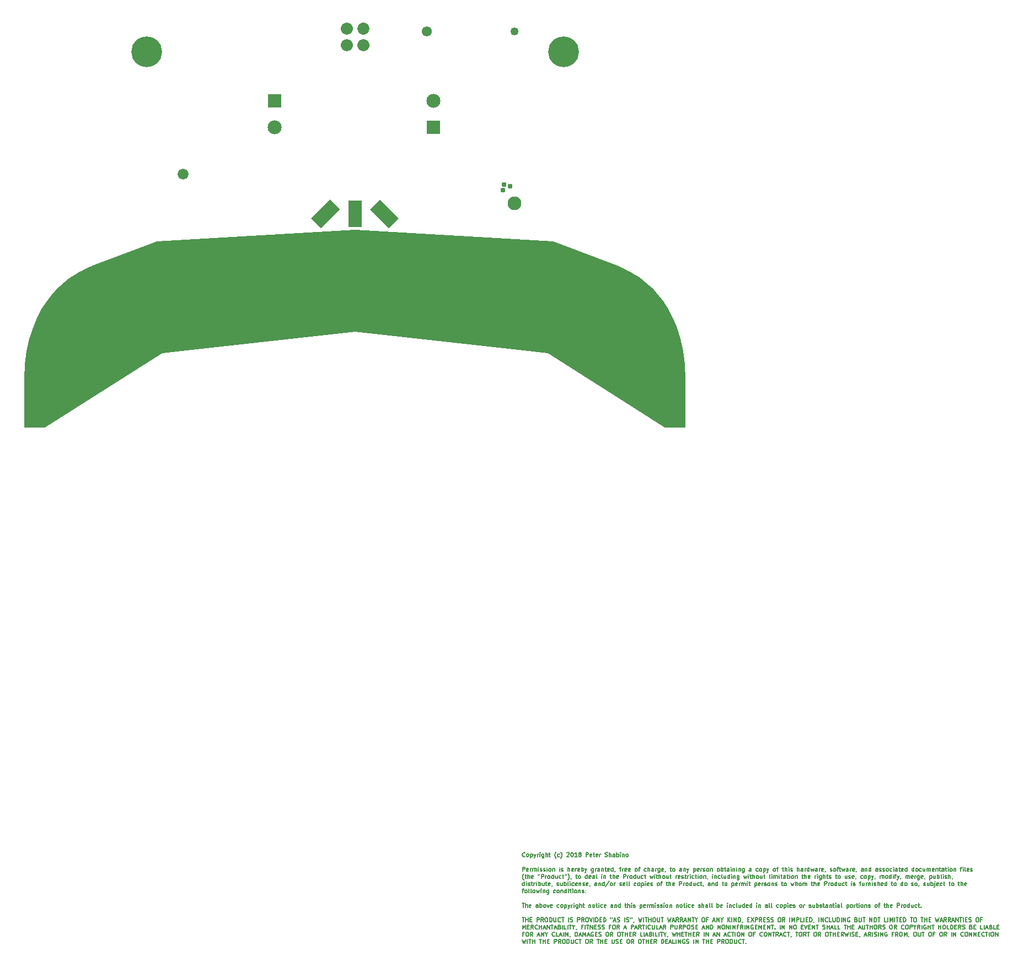
<source format=gts>
G04 #@! TF.FileFunction,Soldermask,Top*
%FSLAX46Y46*%
G04 Gerber Fmt 4.6, Leading zero omitted, Abs format (unit mm)*
G04 Created by KiCad (PCBNEW 4.0.7) date 06/20/18 18:14:49*
%MOMM*%
%LPD*%
G01*
G04 APERTURE LIST*
%ADD10C,0.100000*%
%ADD11C,0.158750*%
%ADD12C,0.180000*%
%ADD13C,0.787400*%
%ADD14C,1.552400*%
%ADD15C,1.252400*%
%ADD16C,1.852400*%
%ADD17O,1.852400X1.852400*%
%ADD18C,2.108200*%
%ADD19R,2.152400X4.152400*%
%ADD20C,4.724400*%
%ADD21C,2.152400*%
%ADD22R,2.152400X2.152400*%
%ADD23C,3.152400*%
%ADD24R,1.676400X1.676400*%
%ADD25C,1.676400*%
G04 APERTURE END LIST*
D10*
D11*
X178504548Y-167422286D02*
X178474310Y-167452524D01*
X178383595Y-167482762D01*
X178323119Y-167482762D01*
X178232405Y-167452524D01*
X178171929Y-167392048D01*
X178141690Y-167331571D01*
X178111452Y-167210619D01*
X178111452Y-167119905D01*
X178141690Y-166998952D01*
X178171929Y-166938476D01*
X178232405Y-166878000D01*
X178323119Y-166847762D01*
X178383595Y-166847762D01*
X178474310Y-166878000D01*
X178504548Y-166908238D01*
X178867405Y-167482762D02*
X178806929Y-167452524D01*
X178776690Y-167422286D01*
X178746452Y-167361810D01*
X178746452Y-167180381D01*
X178776690Y-167119905D01*
X178806929Y-167089667D01*
X178867405Y-167059429D01*
X178958119Y-167059429D01*
X179018595Y-167089667D01*
X179048833Y-167119905D01*
X179079071Y-167180381D01*
X179079071Y-167361810D01*
X179048833Y-167422286D01*
X179018595Y-167452524D01*
X178958119Y-167482762D01*
X178867405Y-167482762D01*
X179351214Y-167059429D02*
X179351214Y-167694429D01*
X179351214Y-167089667D02*
X179411691Y-167059429D01*
X179532643Y-167059429D01*
X179593119Y-167089667D01*
X179623357Y-167119905D01*
X179653595Y-167180381D01*
X179653595Y-167361810D01*
X179623357Y-167422286D01*
X179593119Y-167452524D01*
X179532643Y-167482762D01*
X179411691Y-167482762D01*
X179351214Y-167452524D01*
X179865262Y-167059429D02*
X180016453Y-167482762D01*
X180167643Y-167059429D02*
X180016453Y-167482762D01*
X179955977Y-167633952D01*
X179925738Y-167664190D01*
X179865262Y-167694429D01*
X180409548Y-167482762D02*
X180409548Y-167059429D01*
X180409548Y-167180381D02*
X180439787Y-167119905D01*
X180470025Y-167089667D01*
X180530501Y-167059429D01*
X180590977Y-167059429D01*
X180802643Y-167482762D02*
X180802643Y-167059429D01*
X180802643Y-166847762D02*
X180772405Y-166878000D01*
X180802643Y-166908238D01*
X180832882Y-166878000D01*
X180802643Y-166847762D01*
X180802643Y-166908238D01*
X181377167Y-167059429D02*
X181377167Y-167573476D01*
X181346929Y-167633952D01*
X181316691Y-167664190D01*
X181256215Y-167694429D01*
X181165501Y-167694429D01*
X181105024Y-167664190D01*
X181377167Y-167452524D02*
X181316691Y-167482762D01*
X181195739Y-167482762D01*
X181135263Y-167452524D01*
X181105024Y-167422286D01*
X181074786Y-167361810D01*
X181074786Y-167180381D01*
X181105024Y-167119905D01*
X181135263Y-167089667D01*
X181195739Y-167059429D01*
X181316691Y-167059429D01*
X181377167Y-167089667D01*
X181679548Y-167482762D02*
X181679548Y-166847762D01*
X181951691Y-167482762D02*
X181951691Y-167150143D01*
X181921453Y-167089667D01*
X181860977Y-167059429D01*
X181770263Y-167059429D01*
X181709787Y-167089667D01*
X181679548Y-167119905D01*
X182163358Y-167059429D02*
X182405263Y-167059429D01*
X182254072Y-166847762D02*
X182254072Y-167392048D01*
X182284311Y-167452524D01*
X182344787Y-167482762D01*
X182405263Y-167482762D01*
X183282168Y-167724667D02*
X183251930Y-167694429D01*
X183191454Y-167603714D01*
X183161216Y-167543238D01*
X183130978Y-167452524D01*
X183100739Y-167301333D01*
X183100739Y-167180381D01*
X183130978Y-167029190D01*
X183161216Y-166938476D01*
X183191454Y-166878000D01*
X183251930Y-166787286D01*
X183282168Y-166757048D01*
X183796215Y-167452524D02*
X183735739Y-167482762D01*
X183614787Y-167482762D01*
X183554311Y-167452524D01*
X183524072Y-167422286D01*
X183493834Y-167361810D01*
X183493834Y-167180381D01*
X183524072Y-167119905D01*
X183554311Y-167089667D01*
X183614787Y-167059429D01*
X183735739Y-167059429D01*
X183796215Y-167089667D01*
X184007882Y-167724667D02*
X184038120Y-167694429D01*
X184098597Y-167603714D01*
X184128835Y-167543238D01*
X184159073Y-167452524D01*
X184189311Y-167301333D01*
X184189311Y-167180381D01*
X184159073Y-167029190D01*
X184128835Y-166938476D01*
X184098597Y-166878000D01*
X184038120Y-166787286D01*
X184007882Y-166757048D01*
X184945263Y-166908238D02*
X184975501Y-166878000D01*
X185035978Y-166847762D01*
X185187168Y-166847762D01*
X185247644Y-166878000D01*
X185277882Y-166908238D01*
X185308121Y-166968714D01*
X185308121Y-167029190D01*
X185277882Y-167119905D01*
X184915025Y-167482762D01*
X185308121Y-167482762D01*
X185701216Y-166847762D02*
X185761692Y-166847762D01*
X185822168Y-166878000D01*
X185852406Y-166908238D01*
X185882644Y-166968714D01*
X185912883Y-167089667D01*
X185912883Y-167240857D01*
X185882644Y-167361810D01*
X185852406Y-167422286D01*
X185822168Y-167452524D01*
X185761692Y-167482762D01*
X185701216Y-167482762D01*
X185640740Y-167452524D01*
X185610502Y-167422286D01*
X185580263Y-167361810D01*
X185550025Y-167240857D01*
X185550025Y-167089667D01*
X185580263Y-166968714D01*
X185610502Y-166908238D01*
X185640740Y-166878000D01*
X185701216Y-166847762D01*
X186517645Y-167482762D02*
X186154787Y-167482762D01*
X186336216Y-167482762D02*
X186336216Y-166847762D01*
X186275740Y-166938476D01*
X186215264Y-166998952D01*
X186154787Y-167029190D01*
X186880502Y-167119905D02*
X186820026Y-167089667D01*
X186789787Y-167059429D01*
X186759549Y-166998952D01*
X186759549Y-166968714D01*
X186789787Y-166908238D01*
X186820026Y-166878000D01*
X186880502Y-166847762D01*
X187001454Y-166847762D01*
X187061930Y-166878000D01*
X187092168Y-166908238D01*
X187122407Y-166968714D01*
X187122407Y-166998952D01*
X187092168Y-167059429D01*
X187061930Y-167089667D01*
X187001454Y-167119905D01*
X186880502Y-167119905D01*
X186820026Y-167150143D01*
X186789787Y-167180381D01*
X186759549Y-167240857D01*
X186759549Y-167361810D01*
X186789787Y-167422286D01*
X186820026Y-167452524D01*
X186880502Y-167482762D01*
X187001454Y-167482762D01*
X187061930Y-167452524D01*
X187092168Y-167422286D01*
X187122407Y-167361810D01*
X187122407Y-167240857D01*
X187092168Y-167180381D01*
X187061930Y-167150143D01*
X187001454Y-167119905D01*
X187878359Y-167482762D02*
X187878359Y-166847762D01*
X188120264Y-166847762D01*
X188180740Y-166878000D01*
X188210979Y-166908238D01*
X188241217Y-166968714D01*
X188241217Y-167059429D01*
X188210979Y-167119905D01*
X188180740Y-167150143D01*
X188120264Y-167180381D01*
X187878359Y-167180381D01*
X188755264Y-167452524D02*
X188694788Y-167482762D01*
X188573836Y-167482762D01*
X188513359Y-167452524D01*
X188483121Y-167392048D01*
X188483121Y-167150143D01*
X188513359Y-167089667D01*
X188573836Y-167059429D01*
X188694788Y-167059429D01*
X188755264Y-167089667D01*
X188785502Y-167150143D01*
X188785502Y-167210619D01*
X188483121Y-167271095D01*
X188966931Y-167059429D02*
X189208836Y-167059429D01*
X189057645Y-166847762D02*
X189057645Y-167392048D01*
X189087884Y-167452524D01*
X189148360Y-167482762D01*
X189208836Y-167482762D01*
X189662407Y-167452524D02*
X189601931Y-167482762D01*
X189480979Y-167482762D01*
X189420502Y-167452524D01*
X189390264Y-167392048D01*
X189390264Y-167150143D01*
X189420502Y-167089667D01*
X189480979Y-167059429D01*
X189601931Y-167059429D01*
X189662407Y-167089667D01*
X189692645Y-167150143D01*
X189692645Y-167210619D01*
X189390264Y-167271095D01*
X189964788Y-167482762D02*
X189964788Y-167059429D01*
X189964788Y-167180381D02*
X189995027Y-167119905D01*
X190025265Y-167089667D01*
X190085741Y-167059429D01*
X190146217Y-167059429D01*
X190811455Y-167452524D02*
X190902170Y-167482762D01*
X191053360Y-167482762D01*
X191113836Y-167452524D01*
X191144074Y-167422286D01*
X191174313Y-167361810D01*
X191174313Y-167301333D01*
X191144074Y-167240857D01*
X191113836Y-167210619D01*
X191053360Y-167180381D01*
X190932408Y-167150143D01*
X190871932Y-167119905D01*
X190841693Y-167089667D01*
X190811455Y-167029190D01*
X190811455Y-166968714D01*
X190841693Y-166908238D01*
X190871932Y-166878000D01*
X190932408Y-166847762D01*
X191083598Y-166847762D01*
X191174313Y-166878000D01*
X191446455Y-167482762D02*
X191446455Y-166847762D01*
X191718598Y-167482762D02*
X191718598Y-167150143D01*
X191688360Y-167089667D01*
X191627884Y-167059429D01*
X191537170Y-167059429D01*
X191476694Y-167089667D01*
X191446455Y-167119905D01*
X192293122Y-167482762D02*
X192293122Y-167150143D01*
X192262884Y-167089667D01*
X192202408Y-167059429D01*
X192081456Y-167059429D01*
X192020979Y-167089667D01*
X192293122Y-167452524D02*
X192232646Y-167482762D01*
X192081456Y-167482762D01*
X192020979Y-167452524D01*
X191990741Y-167392048D01*
X191990741Y-167331571D01*
X192020979Y-167271095D01*
X192081456Y-167240857D01*
X192232646Y-167240857D01*
X192293122Y-167210619D01*
X192595503Y-167482762D02*
X192595503Y-166847762D01*
X192595503Y-167089667D02*
X192655980Y-167059429D01*
X192776932Y-167059429D01*
X192837408Y-167089667D01*
X192867646Y-167119905D01*
X192897884Y-167180381D01*
X192897884Y-167361810D01*
X192867646Y-167422286D01*
X192837408Y-167452524D01*
X192776932Y-167482762D01*
X192655980Y-167482762D01*
X192595503Y-167452524D01*
X193170027Y-167482762D02*
X193170027Y-167059429D01*
X193170027Y-166847762D02*
X193139789Y-166878000D01*
X193170027Y-166908238D01*
X193200266Y-166878000D01*
X193170027Y-166847762D01*
X193170027Y-166908238D01*
X193472408Y-167059429D02*
X193472408Y-167482762D01*
X193472408Y-167119905D02*
X193502647Y-167089667D01*
X193563123Y-167059429D01*
X193653837Y-167059429D01*
X193714313Y-167089667D01*
X193744551Y-167150143D01*
X193744551Y-167482762D01*
X194137647Y-167482762D02*
X194077171Y-167452524D01*
X194046932Y-167422286D01*
X194016694Y-167361810D01*
X194016694Y-167180381D01*
X194046932Y-167119905D01*
X194077171Y-167089667D01*
X194137647Y-167059429D01*
X194228361Y-167059429D01*
X194288837Y-167089667D01*
X194319075Y-167119905D01*
X194349313Y-167180381D01*
X194349313Y-167361810D01*
X194319075Y-167422286D01*
X194288837Y-167452524D01*
X194228361Y-167482762D01*
X194137647Y-167482762D01*
X178141690Y-169705262D02*
X178141690Y-169070262D01*
X178383595Y-169070262D01*
X178444071Y-169100500D01*
X178474310Y-169130738D01*
X178504548Y-169191214D01*
X178504548Y-169281929D01*
X178474310Y-169342405D01*
X178444071Y-169372643D01*
X178383595Y-169402881D01*
X178141690Y-169402881D01*
X179018595Y-169675024D02*
X178958119Y-169705262D01*
X178837167Y-169705262D01*
X178776690Y-169675024D01*
X178746452Y-169614548D01*
X178746452Y-169372643D01*
X178776690Y-169312167D01*
X178837167Y-169281929D01*
X178958119Y-169281929D01*
X179018595Y-169312167D01*
X179048833Y-169372643D01*
X179048833Y-169433119D01*
X178746452Y-169493595D01*
X179320976Y-169705262D02*
X179320976Y-169281929D01*
X179320976Y-169402881D02*
X179351215Y-169342405D01*
X179381453Y-169312167D01*
X179441929Y-169281929D01*
X179502405Y-169281929D01*
X179714071Y-169705262D02*
X179714071Y-169281929D01*
X179714071Y-169342405D02*
X179744310Y-169312167D01*
X179804786Y-169281929D01*
X179895500Y-169281929D01*
X179955976Y-169312167D01*
X179986214Y-169372643D01*
X179986214Y-169705262D01*
X179986214Y-169372643D02*
X180016452Y-169312167D01*
X180076929Y-169281929D01*
X180167643Y-169281929D01*
X180228119Y-169312167D01*
X180258357Y-169372643D01*
X180258357Y-169705262D01*
X180560738Y-169705262D02*
X180560738Y-169281929D01*
X180560738Y-169070262D02*
X180530500Y-169100500D01*
X180560738Y-169130738D01*
X180590977Y-169100500D01*
X180560738Y-169070262D01*
X180560738Y-169130738D01*
X180832881Y-169675024D02*
X180893358Y-169705262D01*
X181014310Y-169705262D01*
X181074786Y-169675024D01*
X181105024Y-169614548D01*
X181105024Y-169584310D01*
X181074786Y-169523833D01*
X181014310Y-169493595D01*
X180923596Y-169493595D01*
X180863119Y-169463357D01*
X180832881Y-169402881D01*
X180832881Y-169372643D01*
X180863119Y-169312167D01*
X180923596Y-169281929D01*
X181014310Y-169281929D01*
X181074786Y-169312167D01*
X181346929Y-169675024D02*
X181407406Y-169705262D01*
X181528358Y-169705262D01*
X181588834Y-169675024D01*
X181619072Y-169614548D01*
X181619072Y-169584310D01*
X181588834Y-169523833D01*
X181528358Y-169493595D01*
X181437644Y-169493595D01*
X181377167Y-169463357D01*
X181346929Y-169402881D01*
X181346929Y-169372643D01*
X181377167Y-169312167D01*
X181437644Y-169281929D01*
X181528358Y-169281929D01*
X181588834Y-169312167D01*
X181891215Y-169705262D02*
X181891215Y-169281929D01*
X181891215Y-169070262D02*
X181860977Y-169100500D01*
X181891215Y-169130738D01*
X181921454Y-169100500D01*
X181891215Y-169070262D01*
X181891215Y-169130738D01*
X182284311Y-169705262D02*
X182223835Y-169675024D01*
X182193596Y-169644786D01*
X182163358Y-169584310D01*
X182163358Y-169402881D01*
X182193596Y-169342405D01*
X182223835Y-169312167D01*
X182284311Y-169281929D01*
X182375025Y-169281929D01*
X182435501Y-169312167D01*
X182465739Y-169342405D01*
X182495977Y-169402881D01*
X182495977Y-169584310D01*
X182465739Y-169644786D01*
X182435501Y-169675024D01*
X182375025Y-169705262D01*
X182284311Y-169705262D01*
X182768120Y-169281929D02*
X182768120Y-169705262D01*
X182768120Y-169342405D02*
X182798359Y-169312167D01*
X182858835Y-169281929D01*
X182949549Y-169281929D01*
X183010025Y-169312167D01*
X183040263Y-169372643D01*
X183040263Y-169705262D01*
X183826454Y-169705262D02*
X183826454Y-169281929D01*
X183826454Y-169070262D02*
X183796216Y-169100500D01*
X183826454Y-169130738D01*
X183856693Y-169100500D01*
X183826454Y-169070262D01*
X183826454Y-169130738D01*
X184098597Y-169675024D02*
X184159074Y-169705262D01*
X184280026Y-169705262D01*
X184340502Y-169675024D01*
X184370740Y-169614548D01*
X184370740Y-169584310D01*
X184340502Y-169523833D01*
X184280026Y-169493595D01*
X184189312Y-169493595D01*
X184128835Y-169463357D01*
X184098597Y-169402881D01*
X184098597Y-169372643D01*
X184128835Y-169312167D01*
X184189312Y-169281929D01*
X184280026Y-169281929D01*
X184340502Y-169312167D01*
X185126693Y-169705262D02*
X185126693Y-169070262D01*
X185398836Y-169705262D02*
X185398836Y-169372643D01*
X185368598Y-169312167D01*
X185308122Y-169281929D01*
X185217408Y-169281929D01*
X185156932Y-169312167D01*
X185126693Y-169342405D01*
X185943122Y-169675024D02*
X185882646Y-169705262D01*
X185761694Y-169705262D01*
X185701217Y-169675024D01*
X185670979Y-169614548D01*
X185670979Y-169372643D01*
X185701217Y-169312167D01*
X185761694Y-169281929D01*
X185882646Y-169281929D01*
X185943122Y-169312167D01*
X185973360Y-169372643D01*
X185973360Y-169433119D01*
X185670979Y-169493595D01*
X186245503Y-169705262D02*
X186245503Y-169281929D01*
X186245503Y-169402881D02*
X186275742Y-169342405D01*
X186305980Y-169312167D01*
X186366456Y-169281929D01*
X186426932Y-169281929D01*
X186880503Y-169675024D02*
X186820027Y-169705262D01*
X186699075Y-169705262D01*
X186638598Y-169675024D01*
X186608360Y-169614548D01*
X186608360Y-169372643D01*
X186638598Y-169312167D01*
X186699075Y-169281929D01*
X186820027Y-169281929D01*
X186880503Y-169312167D01*
X186910741Y-169372643D01*
X186910741Y-169433119D01*
X186608360Y-169493595D01*
X187182884Y-169705262D02*
X187182884Y-169070262D01*
X187182884Y-169312167D02*
X187243361Y-169281929D01*
X187364313Y-169281929D01*
X187424789Y-169312167D01*
X187455027Y-169342405D01*
X187485265Y-169402881D01*
X187485265Y-169584310D01*
X187455027Y-169644786D01*
X187424789Y-169675024D01*
X187364313Y-169705262D01*
X187243361Y-169705262D01*
X187182884Y-169675024D01*
X187696932Y-169281929D02*
X187848123Y-169705262D01*
X187999313Y-169281929D02*
X187848123Y-169705262D01*
X187787647Y-169856452D01*
X187757408Y-169886690D01*
X187696932Y-169916929D01*
X188997171Y-169281929D02*
X188997171Y-169795976D01*
X188966933Y-169856452D01*
X188936695Y-169886690D01*
X188876219Y-169916929D01*
X188785505Y-169916929D01*
X188725028Y-169886690D01*
X188997171Y-169675024D02*
X188936695Y-169705262D01*
X188815743Y-169705262D01*
X188755267Y-169675024D01*
X188725028Y-169644786D01*
X188694790Y-169584310D01*
X188694790Y-169402881D01*
X188725028Y-169342405D01*
X188755267Y-169312167D01*
X188815743Y-169281929D01*
X188936695Y-169281929D01*
X188997171Y-169312167D01*
X189299552Y-169705262D02*
X189299552Y-169281929D01*
X189299552Y-169402881D02*
X189329791Y-169342405D01*
X189360029Y-169312167D01*
X189420505Y-169281929D01*
X189480981Y-169281929D01*
X189964790Y-169705262D02*
X189964790Y-169372643D01*
X189934552Y-169312167D01*
X189874076Y-169281929D01*
X189753124Y-169281929D01*
X189692647Y-169312167D01*
X189964790Y-169675024D02*
X189904314Y-169705262D01*
X189753124Y-169705262D01*
X189692647Y-169675024D01*
X189662409Y-169614548D01*
X189662409Y-169554071D01*
X189692647Y-169493595D01*
X189753124Y-169463357D01*
X189904314Y-169463357D01*
X189964790Y-169433119D01*
X190267171Y-169281929D02*
X190267171Y-169705262D01*
X190267171Y-169342405D02*
X190297410Y-169312167D01*
X190357886Y-169281929D01*
X190448600Y-169281929D01*
X190509076Y-169312167D01*
X190539314Y-169372643D01*
X190539314Y-169705262D01*
X190750981Y-169281929D02*
X190992886Y-169281929D01*
X190841695Y-169070262D02*
X190841695Y-169614548D01*
X190871934Y-169675024D01*
X190932410Y-169705262D01*
X190992886Y-169705262D01*
X191446457Y-169675024D02*
X191385981Y-169705262D01*
X191265029Y-169705262D01*
X191204552Y-169675024D01*
X191174314Y-169614548D01*
X191174314Y-169372643D01*
X191204552Y-169312167D01*
X191265029Y-169281929D01*
X191385981Y-169281929D01*
X191446457Y-169312167D01*
X191476695Y-169372643D01*
X191476695Y-169433119D01*
X191174314Y-169493595D01*
X192020981Y-169705262D02*
X192020981Y-169070262D01*
X192020981Y-169675024D02*
X191960505Y-169705262D01*
X191839553Y-169705262D01*
X191779077Y-169675024D01*
X191748838Y-169644786D01*
X191718600Y-169584310D01*
X191718600Y-169402881D01*
X191748838Y-169342405D01*
X191779077Y-169312167D01*
X191839553Y-169281929D01*
X191960505Y-169281929D01*
X192020981Y-169312167D01*
X192353601Y-169675024D02*
X192353601Y-169705262D01*
X192323362Y-169765738D01*
X192293124Y-169795976D01*
X193018839Y-169281929D02*
X193260744Y-169281929D01*
X193109553Y-169705262D02*
X193109553Y-169160976D01*
X193139792Y-169100500D01*
X193200268Y-169070262D01*
X193260744Y-169070262D01*
X193472410Y-169705262D02*
X193472410Y-169281929D01*
X193472410Y-169402881D02*
X193502649Y-169342405D01*
X193532887Y-169312167D01*
X193593363Y-169281929D01*
X193653839Y-169281929D01*
X194107410Y-169675024D02*
X194046934Y-169705262D01*
X193925982Y-169705262D01*
X193865505Y-169675024D01*
X193835267Y-169614548D01*
X193835267Y-169372643D01*
X193865505Y-169312167D01*
X193925982Y-169281929D01*
X194046934Y-169281929D01*
X194107410Y-169312167D01*
X194137648Y-169372643D01*
X194137648Y-169433119D01*
X193835267Y-169493595D01*
X194651696Y-169675024D02*
X194591220Y-169705262D01*
X194470268Y-169705262D01*
X194409791Y-169675024D01*
X194379553Y-169614548D01*
X194379553Y-169372643D01*
X194409791Y-169312167D01*
X194470268Y-169281929D01*
X194591220Y-169281929D01*
X194651696Y-169312167D01*
X194681934Y-169372643D01*
X194681934Y-169433119D01*
X194379553Y-169493595D01*
X195528602Y-169705262D02*
X195468126Y-169675024D01*
X195437887Y-169644786D01*
X195407649Y-169584310D01*
X195407649Y-169402881D01*
X195437887Y-169342405D01*
X195468126Y-169312167D01*
X195528602Y-169281929D01*
X195619316Y-169281929D01*
X195679792Y-169312167D01*
X195710030Y-169342405D01*
X195740268Y-169402881D01*
X195740268Y-169584310D01*
X195710030Y-169644786D01*
X195679792Y-169675024D01*
X195619316Y-169705262D01*
X195528602Y-169705262D01*
X195921697Y-169281929D02*
X196163602Y-169281929D01*
X196012411Y-169705262D02*
X196012411Y-169160976D01*
X196042650Y-169100500D01*
X196103126Y-169070262D01*
X196163602Y-169070262D01*
X197131221Y-169675024D02*
X197070745Y-169705262D01*
X196949793Y-169705262D01*
X196889317Y-169675024D01*
X196859078Y-169644786D01*
X196828840Y-169584310D01*
X196828840Y-169402881D01*
X196859078Y-169342405D01*
X196889317Y-169312167D01*
X196949793Y-169281929D01*
X197070745Y-169281929D01*
X197131221Y-169312167D01*
X197403364Y-169705262D02*
X197403364Y-169070262D01*
X197675507Y-169705262D02*
X197675507Y-169372643D01*
X197645269Y-169312167D01*
X197584793Y-169281929D01*
X197494079Y-169281929D01*
X197433603Y-169312167D01*
X197403364Y-169342405D01*
X198250031Y-169705262D02*
X198250031Y-169372643D01*
X198219793Y-169312167D01*
X198159317Y-169281929D01*
X198038365Y-169281929D01*
X197977888Y-169312167D01*
X198250031Y-169675024D02*
X198189555Y-169705262D01*
X198038365Y-169705262D01*
X197977888Y-169675024D01*
X197947650Y-169614548D01*
X197947650Y-169554071D01*
X197977888Y-169493595D01*
X198038365Y-169463357D01*
X198189555Y-169463357D01*
X198250031Y-169433119D01*
X198552412Y-169705262D02*
X198552412Y-169281929D01*
X198552412Y-169402881D02*
X198582651Y-169342405D01*
X198612889Y-169312167D01*
X198673365Y-169281929D01*
X198733841Y-169281929D01*
X199217650Y-169281929D02*
X199217650Y-169795976D01*
X199187412Y-169856452D01*
X199157174Y-169886690D01*
X199096698Y-169916929D01*
X199005984Y-169916929D01*
X198945507Y-169886690D01*
X199217650Y-169675024D02*
X199157174Y-169705262D01*
X199036222Y-169705262D01*
X198975746Y-169675024D01*
X198945507Y-169644786D01*
X198915269Y-169584310D01*
X198915269Y-169402881D01*
X198945507Y-169342405D01*
X198975746Y-169312167D01*
X199036222Y-169281929D01*
X199157174Y-169281929D01*
X199217650Y-169312167D01*
X199761936Y-169675024D02*
X199701460Y-169705262D01*
X199580508Y-169705262D01*
X199520031Y-169675024D01*
X199489793Y-169614548D01*
X199489793Y-169372643D01*
X199520031Y-169312167D01*
X199580508Y-169281929D01*
X199701460Y-169281929D01*
X199761936Y-169312167D01*
X199792174Y-169372643D01*
X199792174Y-169433119D01*
X199489793Y-169493595D01*
X200094556Y-169675024D02*
X200094556Y-169705262D01*
X200064317Y-169765738D01*
X200034079Y-169795976D01*
X200759794Y-169281929D02*
X201001699Y-169281929D01*
X200850508Y-169070262D02*
X200850508Y-169614548D01*
X200880747Y-169675024D01*
X200941223Y-169705262D01*
X201001699Y-169705262D01*
X201304080Y-169705262D02*
X201243604Y-169675024D01*
X201213365Y-169644786D01*
X201183127Y-169584310D01*
X201183127Y-169402881D01*
X201213365Y-169342405D01*
X201243604Y-169312167D01*
X201304080Y-169281929D01*
X201394794Y-169281929D01*
X201455270Y-169312167D01*
X201485508Y-169342405D01*
X201515746Y-169402881D01*
X201515746Y-169584310D01*
X201485508Y-169644786D01*
X201455270Y-169675024D01*
X201394794Y-169705262D01*
X201304080Y-169705262D01*
X202543842Y-169705262D02*
X202543842Y-169372643D01*
X202513604Y-169312167D01*
X202453128Y-169281929D01*
X202332176Y-169281929D01*
X202271699Y-169312167D01*
X202543842Y-169675024D02*
X202483366Y-169705262D01*
X202332176Y-169705262D01*
X202271699Y-169675024D01*
X202241461Y-169614548D01*
X202241461Y-169554071D01*
X202271699Y-169493595D01*
X202332176Y-169463357D01*
X202483366Y-169463357D01*
X202543842Y-169433119D01*
X202846223Y-169281929D02*
X202846223Y-169705262D01*
X202846223Y-169342405D02*
X202876462Y-169312167D01*
X202936938Y-169281929D01*
X203027652Y-169281929D01*
X203088128Y-169312167D01*
X203118366Y-169372643D01*
X203118366Y-169705262D01*
X203360271Y-169281929D02*
X203511462Y-169705262D01*
X203662652Y-169281929D02*
X203511462Y-169705262D01*
X203450986Y-169856452D01*
X203420747Y-169886690D01*
X203360271Y-169916929D01*
X204388367Y-169281929D02*
X204388367Y-169916929D01*
X204388367Y-169312167D02*
X204448844Y-169281929D01*
X204569796Y-169281929D01*
X204630272Y-169312167D01*
X204660510Y-169342405D01*
X204690748Y-169402881D01*
X204690748Y-169584310D01*
X204660510Y-169644786D01*
X204630272Y-169675024D01*
X204569796Y-169705262D01*
X204448844Y-169705262D01*
X204388367Y-169675024D01*
X205204796Y-169675024D02*
X205144320Y-169705262D01*
X205023368Y-169705262D01*
X204962891Y-169675024D01*
X204932653Y-169614548D01*
X204932653Y-169372643D01*
X204962891Y-169312167D01*
X205023368Y-169281929D01*
X205144320Y-169281929D01*
X205204796Y-169312167D01*
X205235034Y-169372643D01*
X205235034Y-169433119D01*
X204932653Y-169493595D01*
X205507177Y-169705262D02*
X205507177Y-169281929D01*
X205507177Y-169402881D02*
X205537416Y-169342405D01*
X205567654Y-169312167D01*
X205628130Y-169281929D01*
X205688606Y-169281929D01*
X205870034Y-169675024D02*
X205930511Y-169705262D01*
X206051463Y-169705262D01*
X206111939Y-169675024D01*
X206142177Y-169614548D01*
X206142177Y-169584310D01*
X206111939Y-169523833D01*
X206051463Y-169493595D01*
X205960749Y-169493595D01*
X205900272Y-169463357D01*
X205870034Y-169402881D01*
X205870034Y-169372643D01*
X205900272Y-169312167D01*
X205960749Y-169281929D01*
X206051463Y-169281929D01*
X206111939Y-169312167D01*
X206505035Y-169705262D02*
X206444559Y-169675024D01*
X206414320Y-169644786D01*
X206384082Y-169584310D01*
X206384082Y-169402881D01*
X206414320Y-169342405D01*
X206444559Y-169312167D01*
X206505035Y-169281929D01*
X206595749Y-169281929D01*
X206656225Y-169312167D01*
X206686463Y-169342405D01*
X206716701Y-169402881D01*
X206716701Y-169584310D01*
X206686463Y-169644786D01*
X206656225Y-169675024D01*
X206595749Y-169705262D01*
X206505035Y-169705262D01*
X206988844Y-169281929D02*
X206988844Y-169705262D01*
X206988844Y-169342405D02*
X207019083Y-169312167D01*
X207079559Y-169281929D01*
X207170273Y-169281929D01*
X207230749Y-169312167D01*
X207260987Y-169372643D01*
X207260987Y-169705262D01*
X208137893Y-169705262D02*
X208077417Y-169675024D01*
X208047178Y-169644786D01*
X208016940Y-169584310D01*
X208016940Y-169402881D01*
X208047178Y-169342405D01*
X208077417Y-169312167D01*
X208137893Y-169281929D01*
X208228607Y-169281929D01*
X208289083Y-169312167D01*
X208319321Y-169342405D01*
X208349559Y-169402881D01*
X208349559Y-169584310D01*
X208319321Y-169644786D01*
X208289083Y-169675024D01*
X208228607Y-169705262D01*
X208137893Y-169705262D01*
X208621702Y-169705262D02*
X208621702Y-169070262D01*
X208621702Y-169312167D02*
X208682179Y-169281929D01*
X208803131Y-169281929D01*
X208863607Y-169312167D01*
X208893845Y-169342405D01*
X208924083Y-169402881D01*
X208924083Y-169584310D01*
X208893845Y-169644786D01*
X208863607Y-169675024D01*
X208803131Y-169705262D01*
X208682179Y-169705262D01*
X208621702Y-169675024D01*
X209105512Y-169281929D02*
X209347417Y-169281929D01*
X209196226Y-169070262D02*
X209196226Y-169614548D01*
X209226465Y-169675024D01*
X209286941Y-169705262D01*
X209347417Y-169705262D01*
X209831226Y-169705262D02*
X209831226Y-169372643D01*
X209800988Y-169312167D01*
X209740512Y-169281929D01*
X209619560Y-169281929D01*
X209559083Y-169312167D01*
X209831226Y-169675024D02*
X209770750Y-169705262D01*
X209619560Y-169705262D01*
X209559083Y-169675024D01*
X209528845Y-169614548D01*
X209528845Y-169554071D01*
X209559083Y-169493595D01*
X209619560Y-169463357D01*
X209770750Y-169463357D01*
X209831226Y-169433119D01*
X210133607Y-169705262D02*
X210133607Y-169281929D01*
X210133607Y-169070262D02*
X210103369Y-169100500D01*
X210133607Y-169130738D01*
X210163846Y-169100500D01*
X210133607Y-169070262D01*
X210133607Y-169130738D01*
X210435988Y-169281929D02*
X210435988Y-169705262D01*
X210435988Y-169342405D02*
X210466227Y-169312167D01*
X210526703Y-169281929D01*
X210617417Y-169281929D01*
X210677893Y-169312167D01*
X210708131Y-169372643D01*
X210708131Y-169705262D01*
X211010512Y-169705262D02*
X211010512Y-169281929D01*
X211010512Y-169070262D02*
X210980274Y-169100500D01*
X211010512Y-169130738D01*
X211040751Y-169100500D01*
X211010512Y-169070262D01*
X211010512Y-169130738D01*
X211312893Y-169281929D02*
X211312893Y-169705262D01*
X211312893Y-169342405D02*
X211343132Y-169312167D01*
X211403608Y-169281929D01*
X211494322Y-169281929D01*
X211554798Y-169312167D01*
X211585036Y-169372643D01*
X211585036Y-169705262D01*
X212159560Y-169281929D02*
X212159560Y-169795976D01*
X212129322Y-169856452D01*
X212099084Y-169886690D01*
X212038608Y-169916929D01*
X211947894Y-169916929D01*
X211887417Y-169886690D01*
X212159560Y-169675024D02*
X212099084Y-169705262D01*
X211978132Y-169705262D01*
X211917656Y-169675024D01*
X211887417Y-169644786D01*
X211857179Y-169584310D01*
X211857179Y-169402881D01*
X211887417Y-169342405D01*
X211917656Y-169312167D01*
X211978132Y-169281929D01*
X212099084Y-169281929D01*
X212159560Y-169312167D01*
X213217894Y-169705262D02*
X213217894Y-169372643D01*
X213187656Y-169312167D01*
X213127180Y-169281929D01*
X213006228Y-169281929D01*
X212945751Y-169312167D01*
X213217894Y-169675024D02*
X213157418Y-169705262D01*
X213006228Y-169705262D01*
X212945751Y-169675024D01*
X212915513Y-169614548D01*
X212915513Y-169554071D01*
X212945751Y-169493595D01*
X213006228Y-169463357D01*
X213157418Y-169463357D01*
X213217894Y-169433119D01*
X214276228Y-169675024D02*
X214215752Y-169705262D01*
X214094800Y-169705262D01*
X214034324Y-169675024D01*
X214004085Y-169644786D01*
X213973847Y-169584310D01*
X213973847Y-169402881D01*
X214004085Y-169342405D01*
X214034324Y-169312167D01*
X214094800Y-169281929D01*
X214215752Y-169281929D01*
X214276228Y-169312167D01*
X214639086Y-169705262D02*
X214578610Y-169675024D01*
X214548371Y-169644786D01*
X214518133Y-169584310D01*
X214518133Y-169402881D01*
X214548371Y-169342405D01*
X214578610Y-169312167D01*
X214639086Y-169281929D01*
X214729800Y-169281929D01*
X214790276Y-169312167D01*
X214820514Y-169342405D01*
X214850752Y-169402881D01*
X214850752Y-169584310D01*
X214820514Y-169644786D01*
X214790276Y-169675024D01*
X214729800Y-169705262D01*
X214639086Y-169705262D01*
X215122895Y-169281929D02*
X215122895Y-169916929D01*
X215122895Y-169312167D02*
X215183372Y-169281929D01*
X215304324Y-169281929D01*
X215364800Y-169312167D01*
X215395038Y-169342405D01*
X215425276Y-169402881D01*
X215425276Y-169584310D01*
X215395038Y-169644786D01*
X215364800Y-169675024D01*
X215304324Y-169705262D01*
X215183372Y-169705262D01*
X215122895Y-169675024D01*
X215636943Y-169281929D02*
X215788134Y-169705262D01*
X215939324Y-169281929D02*
X215788134Y-169705262D01*
X215727658Y-169856452D01*
X215697419Y-169886690D01*
X215636943Y-169916929D01*
X216755754Y-169705262D02*
X216695278Y-169675024D01*
X216665039Y-169644786D01*
X216634801Y-169584310D01*
X216634801Y-169402881D01*
X216665039Y-169342405D01*
X216695278Y-169312167D01*
X216755754Y-169281929D01*
X216846468Y-169281929D01*
X216906944Y-169312167D01*
X216937182Y-169342405D01*
X216967420Y-169402881D01*
X216967420Y-169584310D01*
X216937182Y-169644786D01*
X216906944Y-169675024D01*
X216846468Y-169705262D01*
X216755754Y-169705262D01*
X217148849Y-169281929D02*
X217390754Y-169281929D01*
X217239563Y-169705262D02*
X217239563Y-169160976D01*
X217269802Y-169100500D01*
X217330278Y-169070262D01*
X217390754Y-169070262D01*
X217995516Y-169281929D02*
X218237421Y-169281929D01*
X218086230Y-169070262D02*
X218086230Y-169614548D01*
X218116469Y-169675024D01*
X218176945Y-169705262D01*
X218237421Y-169705262D01*
X218449087Y-169705262D02*
X218449087Y-169070262D01*
X218721230Y-169705262D02*
X218721230Y-169372643D01*
X218690992Y-169312167D01*
X218630516Y-169281929D01*
X218539802Y-169281929D01*
X218479326Y-169312167D01*
X218449087Y-169342405D01*
X219023611Y-169705262D02*
X219023611Y-169281929D01*
X219023611Y-169070262D02*
X218993373Y-169100500D01*
X219023611Y-169130738D01*
X219053850Y-169100500D01*
X219023611Y-169070262D01*
X219023611Y-169130738D01*
X219295754Y-169675024D02*
X219356231Y-169705262D01*
X219477183Y-169705262D01*
X219537659Y-169675024D01*
X219567897Y-169614548D01*
X219567897Y-169584310D01*
X219537659Y-169523833D01*
X219477183Y-169493595D01*
X219386469Y-169493595D01*
X219325992Y-169463357D01*
X219295754Y-169402881D01*
X219295754Y-169372643D01*
X219325992Y-169312167D01*
X219386469Y-169281929D01*
X219477183Y-169281929D01*
X219537659Y-169312167D01*
X220323850Y-169705262D02*
X220323850Y-169070262D01*
X220595993Y-169705262D02*
X220595993Y-169372643D01*
X220565755Y-169312167D01*
X220505279Y-169281929D01*
X220414565Y-169281929D01*
X220354089Y-169312167D01*
X220323850Y-169342405D01*
X221170517Y-169705262D02*
X221170517Y-169372643D01*
X221140279Y-169312167D01*
X221079803Y-169281929D01*
X220958851Y-169281929D01*
X220898374Y-169312167D01*
X221170517Y-169675024D02*
X221110041Y-169705262D01*
X220958851Y-169705262D01*
X220898374Y-169675024D01*
X220868136Y-169614548D01*
X220868136Y-169554071D01*
X220898374Y-169493595D01*
X220958851Y-169463357D01*
X221110041Y-169463357D01*
X221170517Y-169433119D01*
X221472898Y-169705262D02*
X221472898Y-169281929D01*
X221472898Y-169402881D02*
X221503137Y-169342405D01*
X221533375Y-169312167D01*
X221593851Y-169281929D01*
X221654327Y-169281929D01*
X222138136Y-169705262D02*
X222138136Y-169070262D01*
X222138136Y-169675024D02*
X222077660Y-169705262D01*
X221956708Y-169705262D01*
X221896232Y-169675024D01*
X221865993Y-169644786D01*
X221835755Y-169584310D01*
X221835755Y-169402881D01*
X221865993Y-169342405D01*
X221896232Y-169312167D01*
X221956708Y-169281929D01*
X222077660Y-169281929D01*
X222138136Y-169312167D01*
X222380041Y-169281929D02*
X222500994Y-169705262D01*
X222621946Y-169402881D01*
X222742898Y-169705262D01*
X222863851Y-169281929D01*
X223377898Y-169705262D02*
X223377898Y-169372643D01*
X223347660Y-169312167D01*
X223287184Y-169281929D01*
X223166232Y-169281929D01*
X223105755Y-169312167D01*
X223377898Y-169675024D02*
X223317422Y-169705262D01*
X223166232Y-169705262D01*
X223105755Y-169675024D01*
X223075517Y-169614548D01*
X223075517Y-169554071D01*
X223105755Y-169493595D01*
X223166232Y-169463357D01*
X223317422Y-169463357D01*
X223377898Y-169433119D01*
X223680279Y-169705262D02*
X223680279Y-169281929D01*
X223680279Y-169402881D02*
X223710518Y-169342405D01*
X223740756Y-169312167D01*
X223801232Y-169281929D01*
X223861708Y-169281929D01*
X224315279Y-169675024D02*
X224254803Y-169705262D01*
X224133851Y-169705262D01*
X224073374Y-169675024D01*
X224043136Y-169614548D01*
X224043136Y-169372643D01*
X224073374Y-169312167D01*
X224133851Y-169281929D01*
X224254803Y-169281929D01*
X224315279Y-169312167D01*
X224345517Y-169372643D01*
X224345517Y-169433119D01*
X224043136Y-169493595D01*
X224647899Y-169675024D02*
X224647899Y-169705262D01*
X224617660Y-169765738D01*
X224587422Y-169795976D01*
X225373613Y-169675024D02*
X225434090Y-169705262D01*
X225555042Y-169705262D01*
X225615518Y-169675024D01*
X225645756Y-169614548D01*
X225645756Y-169584310D01*
X225615518Y-169523833D01*
X225555042Y-169493595D01*
X225464328Y-169493595D01*
X225403851Y-169463357D01*
X225373613Y-169402881D01*
X225373613Y-169372643D01*
X225403851Y-169312167D01*
X225464328Y-169281929D01*
X225555042Y-169281929D01*
X225615518Y-169312167D01*
X226008614Y-169705262D02*
X225948138Y-169675024D01*
X225917899Y-169644786D01*
X225887661Y-169584310D01*
X225887661Y-169402881D01*
X225917899Y-169342405D01*
X225948138Y-169312167D01*
X226008614Y-169281929D01*
X226099328Y-169281929D01*
X226159804Y-169312167D01*
X226190042Y-169342405D01*
X226220280Y-169402881D01*
X226220280Y-169584310D01*
X226190042Y-169644786D01*
X226159804Y-169675024D01*
X226099328Y-169705262D01*
X226008614Y-169705262D01*
X226401709Y-169281929D02*
X226643614Y-169281929D01*
X226492423Y-169705262D02*
X226492423Y-169160976D01*
X226522662Y-169100500D01*
X226583138Y-169070262D01*
X226643614Y-169070262D01*
X226764566Y-169281929D02*
X227006471Y-169281929D01*
X226855280Y-169070262D02*
X226855280Y-169614548D01*
X226885519Y-169675024D01*
X226945995Y-169705262D01*
X227006471Y-169705262D01*
X227157661Y-169281929D02*
X227278614Y-169705262D01*
X227399566Y-169402881D01*
X227520518Y-169705262D01*
X227641471Y-169281929D01*
X228155518Y-169705262D02*
X228155518Y-169372643D01*
X228125280Y-169312167D01*
X228064804Y-169281929D01*
X227943852Y-169281929D01*
X227883375Y-169312167D01*
X228155518Y-169675024D02*
X228095042Y-169705262D01*
X227943852Y-169705262D01*
X227883375Y-169675024D01*
X227853137Y-169614548D01*
X227853137Y-169554071D01*
X227883375Y-169493595D01*
X227943852Y-169463357D01*
X228095042Y-169463357D01*
X228155518Y-169433119D01*
X228457899Y-169705262D02*
X228457899Y-169281929D01*
X228457899Y-169402881D02*
X228488138Y-169342405D01*
X228518376Y-169312167D01*
X228578852Y-169281929D01*
X228639328Y-169281929D01*
X229092899Y-169675024D02*
X229032423Y-169705262D01*
X228911471Y-169705262D01*
X228850994Y-169675024D01*
X228820756Y-169614548D01*
X228820756Y-169372643D01*
X228850994Y-169312167D01*
X228911471Y-169281929D01*
X229032423Y-169281929D01*
X229092899Y-169312167D01*
X229123137Y-169372643D01*
X229123137Y-169433119D01*
X228820756Y-169493595D01*
X229425519Y-169675024D02*
X229425519Y-169705262D01*
X229395280Y-169765738D01*
X229365042Y-169795976D01*
X230453614Y-169705262D02*
X230453614Y-169372643D01*
X230423376Y-169312167D01*
X230362900Y-169281929D01*
X230241948Y-169281929D01*
X230181471Y-169312167D01*
X230453614Y-169675024D02*
X230393138Y-169705262D01*
X230241948Y-169705262D01*
X230181471Y-169675024D01*
X230151233Y-169614548D01*
X230151233Y-169554071D01*
X230181471Y-169493595D01*
X230241948Y-169463357D01*
X230393138Y-169463357D01*
X230453614Y-169433119D01*
X230755995Y-169281929D02*
X230755995Y-169705262D01*
X230755995Y-169342405D02*
X230786234Y-169312167D01*
X230846710Y-169281929D01*
X230937424Y-169281929D01*
X230997900Y-169312167D01*
X231028138Y-169372643D01*
X231028138Y-169705262D01*
X231602662Y-169705262D02*
X231602662Y-169070262D01*
X231602662Y-169675024D02*
X231542186Y-169705262D01*
X231421234Y-169705262D01*
X231360758Y-169675024D01*
X231330519Y-169644786D01*
X231300281Y-169584310D01*
X231300281Y-169402881D01*
X231330519Y-169342405D01*
X231360758Y-169312167D01*
X231421234Y-169281929D01*
X231542186Y-169281929D01*
X231602662Y-169312167D01*
X232660996Y-169705262D02*
X232660996Y-169372643D01*
X232630758Y-169312167D01*
X232570282Y-169281929D01*
X232449330Y-169281929D01*
X232388853Y-169312167D01*
X232660996Y-169675024D02*
X232600520Y-169705262D01*
X232449330Y-169705262D01*
X232388853Y-169675024D01*
X232358615Y-169614548D01*
X232358615Y-169554071D01*
X232388853Y-169493595D01*
X232449330Y-169463357D01*
X232600520Y-169463357D01*
X232660996Y-169433119D01*
X232933139Y-169675024D02*
X232993616Y-169705262D01*
X233114568Y-169705262D01*
X233175044Y-169675024D01*
X233205282Y-169614548D01*
X233205282Y-169584310D01*
X233175044Y-169523833D01*
X233114568Y-169493595D01*
X233023854Y-169493595D01*
X232963377Y-169463357D01*
X232933139Y-169402881D01*
X232933139Y-169372643D01*
X232963377Y-169312167D01*
X233023854Y-169281929D01*
X233114568Y-169281929D01*
X233175044Y-169312167D01*
X233447187Y-169675024D02*
X233507664Y-169705262D01*
X233628616Y-169705262D01*
X233689092Y-169675024D01*
X233719330Y-169614548D01*
X233719330Y-169584310D01*
X233689092Y-169523833D01*
X233628616Y-169493595D01*
X233537902Y-169493595D01*
X233477425Y-169463357D01*
X233447187Y-169402881D01*
X233447187Y-169372643D01*
X233477425Y-169312167D01*
X233537902Y-169281929D01*
X233628616Y-169281929D01*
X233689092Y-169312167D01*
X234082188Y-169705262D02*
X234021712Y-169675024D01*
X233991473Y-169644786D01*
X233961235Y-169584310D01*
X233961235Y-169402881D01*
X233991473Y-169342405D01*
X234021712Y-169312167D01*
X234082188Y-169281929D01*
X234172902Y-169281929D01*
X234233378Y-169312167D01*
X234263616Y-169342405D01*
X234293854Y-169402881D01*
X234293854Y-169584310D01*
X234263616Y-169644786D01*
X234233378Y-169675024D01*
X234172902Y-169705262D01*
X234082188Y-169705262D01*
X234838140Y-169675024D02*
X234777664Y-169705262D01*
X234656712Y-169705262D01*
X234596236Y-169675024D01*
X234565997Y-169644786D01*
X234535759Y-169584310D01*
X234535759Y-169402881D01*
X234565997Y-169342405D01*
X234596236Y-169312167D01*
X234656712Y-169281929D01*
X234777664Y-169281929D01*
X234838140Y-169312167D01*
X235110283Y-169705262D02*
X235110283Y-169281929D01*
X235110283Y-169070262D02*
X235080045Y-169100500D01*
X235110283Y-169130738D01*
X235140522Y-169100500D01*
X235110283Y-169070262D01*
X235110283Y-169130738D01*
X235684807Y-169705262D02*
X235684807Y-169372643D01*
X235654569Y-169312167D01*
X235594093Y-169281929D01*
X235473141Y-169281929D01*
X235412664Y-169312167D01*
X235684807Y-169675024D02*
X235624331Y-169705262D01*
X235473141Y-169705262D01*
X235412664Y-169675024D01*
X235382426Y-169614548D01*
X235382426Y-169554071D01*
X235412664Y-169493595D01*
X235473141Y-169463357D01*
X235624331Y-169463357D01*
X235684807Y-169433119D01*
X235896474Y-169281929D02*
X236138379Y-169281929D01*
X235987188Y-169070262D02*
X235987188Y-169614548D01*
X236017427Y-169675024D01*
X236077903Y-169705262D01*
X236138379Y-169705262D01*
X236591950Y-169675024D02*
X236531474Y-169705262D01*
X236410522Y-169705262D01*
X236350045Y-169675024D01*
X236319807Y-169614548D01*
X236319807Y-169372643D01*
X236350045Y-169312167D01*
X236410522Y-169281929D01*
X236531474Y-169281929D01*
X236591950Y-169312167D01*
X236622188Y-169372643D01*
X236622188Y-169433119D01*
X236319807Y-169493595D01*
X237166474Y-169705262D02*
X237166474Y-169070262D01*
X237166474Y-169675024D02*
X237105998Y-169705262D01*
X236985046Y-169705262D01*
X236924570Y-169675024D01*
X236894331Y-169644786D01*
X236864093Y-169584310D01*
X236864093Y-169402881D01*
X236894331Y-169342405D01*
X236924570Y-169312167D01*
X236985046Y-169281929D01*
X237105998Y-169281929D01*
X237166474Y-169312167D01*
X238224808Y-169705262D02*
X238224808Y-169070262D01*
X238224808Y-169675024D02*
X238164332Y-169705262D01*
X238043380Y-169705262D01*
X237982904Y-169675024D01*
X237952665Y-169644786D01*
X237922427Y-169584310D01*
X237922427Y-169402881D01*
X237952665Y-169342405D01*
X237982904Y-169312167D01*
X238043380Y-169281929D01*
X238164332Y-169281929D01*
X238224808Y-169312167D01*
X238617904Y-169705262D02*
X238557428Y-169675024D01*
X238527189Y-169644786D01*
X238496951Y-169584310D01*
X238496951Y-169402881D01*
X238527189Y-169342405D01*
X238557428Y-169312167D01*
X238617904Y-169281929D01*
X238708618Y-169281929D01*
X238769094Y-169312167D01*
X238799332Y-169342405D01*
X238829570Y-169402881D01*
X238829570Y-169584310D01*
X238799332Y-169644786D01*
X238769094Y-169675024D01*
X238708618Y-169705262D01*
X238617904Y-169705262D01*
X239373856Y-169675024D02*
X239313380Y-169705262D01*
X239192428Y-169705262D01*
X239131952Y-169675024D01*
X239101713Y-169644786D01*
X239071475Y-169584310D01*
X239071475Y-169402881D01*
X239101713Y-169342405D01*
X239131952Y-169312167D01*
X239192428Y-169281929D01*
X239313380Y-169281929D01*
X239373856Y-169312167D01*
X239918142Y-169281929D02*
X239918142Y-169705262D01*
X239645999Y-169281929D02*
X239645999Y-169614548D01*
X239676238Y-169675024D01*
X239736714Y-169705262D01*
X239827428Y-169705262D01*
X239887904Y-169675024D01*
X239918142Y-169644786D01*
X240220523Y-169705262D02*
X240220523Y-169281929D01*
X240220523Y-169342405D02*
X240250762Y-169312167D01*
X240311238Y-169281929D01*
X240401952Y-169281929D01*
X240462428Y-169312167D01*
X240492666Y-169372643D01*
X240492666Y-169705262D01*
X240492666Y-169372643D02*
X240522904Y-169312167D01*
X240583381Y-169281929D01*
X240674095Y-169281929D01*
X240734571Y-169312167D01*
X240764809Y-169372643D01*
X240764809Y-169705262D01*
X241309095Y-169675024D02*
X241248619Y-169705262D01*
X241127667Y-169705262D01*
X241067190Y-169675024D01*
X241036952Y-169614548D01*
X241036952Y-169372643D01*
X241067190Y-169312167D01*
X241127667Y-169281929D01*
X241248619Y-169281929D01*
X241309095Y-169312167D01*
X241339333Y-169372643D01*
X241339333Y-169433119D01*
X241036952Y-169493595D01*
X241611476Y-169281929D02*
X241611476Y-169705262D01*
X241611476Y-169342405D02*
X241641715Y-169312167D01*
X241702191Y-169281929D01*
X241792905Y-169281929D01*
X241853381Y-169312167D01*
X241883619Y-169372643D01*
X241883619Y-169705262D01*
X242095286Y-169281929D02*
X242337191Y-169281929D01*
X242186000Y-169070262D02*
X242186000Y-169614548D01*
X242216239Y-169675024D01*
X242276715Y-169705262D01*
X242337191Y-169705262D01*
X242821000Y-169705262D02*
X242821000Y-169372643D01*
X242790762Y-169312167D01*
X242730286Y-169281929D01*
X242609334Y-169281929D01*
X242548857Y-169312167D01*
X242821000Y-169675024D02*
X242760524Y-169705262D01*
X242609334Y-169705262D01*
X242548857Y-169675024D01*
X242518619Y-169614548D01*
X242518619Y-169554071D01*
X242548857Y-169493595D01*
X242609334Y-169463357D01*
X242760524Y-169463357D01*
X242821000Y-169433119D01*
X243032667Y-169281929D02*
X243274572Y-169281929D01*
X243123381Y-169070262D02*
X243123381Y-169614548D01*
X243153620Y-169675024D01*
X243214096Y-169705262D01*
X243274572Y-169705262D01*
X243486238Y-169705262D02*
X243486238Y-169281929D01*
X243486238Y-169070262D02*
X243456000Y-169100500D01*
X243486238Y-169130738D01*
X243516477Y-169100500D01*
X243486238Y-169070262D01*
X243486238Y-169130738D01*
X243879334Y-169705262D02*
X243818858Y-169675024D01*
X243788619Y-169644786D01*
X243758381Y-169584310D01*
X243758381Y-169402881D01*
X243788619Y-169342405D01*
X243818858Y-169312167D01*
X243879334Y-169281929D01*
X243970048Y-169281929D01*
X244030524Y-169312167D01*
X244060762Y-169342405D01*
X244091000Y-169402881D01*
X244091000Y-169584310D01*
X244060762Y-169644786D01*
X244030524Y-169675024D01*
X243970048Y-169705262D01*
X243879334Y-169705262D01*
X244363143Y-169281929D02*
X244363143Y-169705262D01*
X244363143Y-169342405D02*
X244393382Y-169312167D01*
X244453858Y-169281929D01*
X244544572Y-169281929D01*
X244605048Y-169312167D01*
X244635286Y-169372643D01*
X244635286Y-169705262D01*
X245330763Y-169281929D02*
X245572668Y-169281929D01*
X245421477Y-169705262D02*
X245421477Y-169160976D01*
X245451716Y-169100500D01*
X245512192Y-169070262D01*
X245572668Y-169070262D01*
X245784334Y-169705262D02*
X245784334Y-169281929D01*
X245784334Y-169070262D02*
X245754096Y-169100500D01*
X245784334Y-169130738D01*
X245814573Y-169100500D01*
X245784334Y-169070262D01*
X245784334Y-169130738D01*
X246177430Y-169705262D02*
X246116954Y-169675024D01*
X246086715Y-169614548D01*
X246086715Y-169070262D01*
X246661239Y-169675024D02*
X246600763Y-169705262D01*
X246479811Y-169705262D01*
X246419334Y-169675024D01*
X246389096Y-169614548D01*
X246389096Y-169372643D01*
X246419334Y-169312167D01*
X246479811Y-169281929D01*
X246600763Y-169281929D01*
X246661239Y-169312167D01*
X246691477Y-169372643D01*
X246691477Y-169433119D01*
X246389096Y-169493595D01*
X246933382Y-169675024D02*
X246993859Y-169705262D01*
X247114811Y-169705262D01*
X247175287Y-169675024D01*
X247205525Y-169614548D01*
X247205525Y-169584310D01*
X247175287Y-169523833D01*
X247114811Y-169493595D01*
X247024097Y-169493595D01*
X246963620Y-169463357D01*
X246933382Y-169402881D01*
X246933382Y-169372643D01*
X246963620Y-169312167D01*
X247024097Y-169281929D01*
X247114811Y-169281929D01*
X247175287Y-169312167D01*
X178323119Y-171058417D02*
X178292881Y-171028179D01*
X178232405Y-170937464D01*
X178202167Y-170876988D01*
X178171929Y-170786274D01*
X178141690Y-170635083D01*
X178141690Y-170514131D01*
X178171929Y-170362940D01*
X178202167Y-170272226D01*
X178232405Y-170211750D01*
X178292881Y-170121036D01*
X178323119Y-170090798D01*
X178474309Y-170393179D02*
X178716214Y-170393179D01*
X178565023Y-170181512D02*
X178565023Y-170725798D01*
X178595262Y-170786274D01*
X178655738Y-170816512D01*
X178716214Y-170816512D01*
X178927880Y-170816512D02*
X178927880Y-170181512D01*
X179200023Y-170816512D02*
X179200023Y-170483893D01*
X179169785Y-170423417D01*
X179109309Y-170393179D01*
X179018595Y-170393179D01*
X178958119Y-170423417D01*
X178927880Y-170453655D01*
X179744309Y-170786274D02*
X179683833Y-170816512D01*
X179562881Y-170816512D01*
X179502404Y-170786274D01*
X179472166Y-170725798D01*
X179472166Y-170483893D01*
X179502404Y-170423417D01*
X179562881Y-170393179D01*
X179683833Y-170393179D01*
X179744309Y-170423417D01*
X179774547Y-170483893D01*
X179774547Y-170544369D01*
X179472166Y-170604845D01*
X180500262Y-170181512D02*
X180500262Y-170302464D01*
X180742167Y-170181512D02*
X180742167Y-170302464D01*
X181014310Y-170816512D02*
X181014310Y-170181512D01*
X181256215Y-170181512D01*
X181316691Y-170211750D01*
X181346930Y-170241988D01*
X181377168Y-170302464D01*
X181377168Y-170393179D01*
X181346930Y-170453655D01*
X181316691Y-170483893D01*
X181256215Y-170514131D01*
X181014310Y-170514131D01*
X181649310Y-170816512D02*
X181649310Y-170393179D01*
X181649310Y-170514131D02*
X181679549Y-170453655D01*
X181709787Y-170423417D01*
X181770263Y-170393179D01*
X181830739Y-170393179D01*
X182133120Y-170816512D02*
X182072644Y-170786274D01*
X182042405Y-170756036D01*
X182012167Y-170695560D01*
X182012167Y-170514131D01*
X182042405Y-170453655D01*
X182072644Y-170423417D01*
X182133120Y-170393179D01*
X182223834Y-170393179D01*
X182284310Y-170423417D01*
X182314548Y-170453655D01*
X182344786Y-170514131D01*
X182344786Y-170695560D01*
X182314548Y-170756036D01*
X182284310Y-170786274D01*
X182223834Y-170816512D01*
X182133120Y-170816512D01*
X182889072Y-170816512D02*
X182889072Y-170181512D01*
X182889072Y-170786274D02*
X182828596Y-170816512D01*
X182707644Y-170816512D01*
X182647168Y-170786274D01*
X182616929Y-170756036D01*
X182586691Y-170695560D01*
X182586691Y-170514131D01*
X182616929Y-170453655D01*
X182647168Y-170423417D01*
X182707644Y-170393179D01*
X182828596Y-170393179D01*
X182889072Y-170423417D01*
X183463596Y-170393179D02*
X183463596Y-170816512D01*
X183191453Y-170393179D02*
X183191453Y-170725798D01*
X183221692Y-170786274D01*
X183282168Y-170816512D01*
X183372882Y-170816512D01*
X183433358Y-170786274D01*
X183463596Y-170756036D01*
X184038120Y-170786274D02*
X183977644Y-170816512D01*
X183856692Y-170816512D01*
X183796216Y-170786274D01*
X183765977Y-170756036D01*
X183735739Y-170695560D01*
X183735739Y-170514131D01*
X183765977Y-170453655D01*
X183796216Y-170423417D01*
X183856692Y-170393179D01*
X183977644Y-170393179D01*
X184038120Y-170423417D01*
X184219549Y-170393179D02*
X184461454Y-170393179D01*
X184310263Y-170181512D02*
X184310263Y-170725798D01*
X184340502Y-170786274D01*
X184400978Y-170816512D01*
X184461454Y-170816512D01*
X184642882Y-170181512D02*
X184642882Y-170302464D01*
X184884787Y-170181512D02*
X184884787Y-170302464D01*
X185096454Y-171058417D02*
X185126692Y-171028179D01*
X185187169Y-170937464D01*
X185217407Y-170876988D01*
X185247645Y-170786274D01*
X185277883Y-170635083D01*
X185277883Y-170514131D01*
X185247645Y-170362940D01*
X185217407Y-170272226D01*
X185187169Y-170211750D01*
X185126692Y-170121036D01*
X185096454Y-170090798D01*
X185610502Y-170786274D02*
X185610502Y-170816512D01*
X185580263Y-170876988D01*
X185550025Y-170907226D01*
X186275740Y-170393179D02*
X186517645Y-170393179D01*
X186366454Y-170181512D02*
X186366454Y-170725798D01*
X186396693Y-170786274D01*
X186457169Y-170816512D01*
X186517645Y-170816512D01*
X186820026Y-170816512D02*
X186759550Y-170786274D01*
X186729311Y-170756036D01*
X186699073Y-170695560D01*
X186699073Y-170514131D01*
X186729311Y-170453655D01*
X186759550Y-170423417D01*
X186820026Y-170393179D01*
X186910740Y-170393179D01*
X186971216Y-170423417D01*
X187001454Y-170453655D01*
X187031692Y-170514131D01*
X187031692Y-170695560D01*
X187001454Y-170756036D01*
X186971216Y-170786274D01*
X186910740Y-170816512D01*
X186820026Y-170816512D01*
X188059788Y-170816512D02*
X188059788Y-170181512D01*
X188059788Y-170786274D02*
X187999312Y-170816512D01*
X187878360Y-170816512D01*
X187817884Y-170786274D01*
X187787645Y-170756036D01*
X187757407Y-170695560D01*
X187757407Y-170514131D01*
X187787645Y-170453655D01*
X187817884Y-170423417D01*
X187878360Y-170393179D01*
X187999312Y-170393179D01*
X188059788Y-170423417D01*
X188604074Y-170786274D02*
X188543598Y-170816512D01*
X188422646Y-170816512D01*
X188362169Y-170786274D01*
X188331931Y-170725798D01*
X188331931Y-170483893D01*
X188362169Y-170423417D01*
X188422646Y-170393179D01*
X188543598Y-170393179D01*
X188604074Y-170423417D01*
X188634312Y-170483893D01*
X188634312Y-170544369D01*
X188331931Y-170604845D01*
X189178598Y-170816512D02*
X189178598Y-170483893D01*
X189148360Y-170423417D01*
X189087884Y-170393179D01*
X188966932Y-170393179D01*
X188906455Y-170423417D01*
X189178598Y-170786274D02*
X189118122Y-170816512D01*
X188966932Y-170816512D01*
X188906455Y-170786274D01*
X188876217Y-170725798D01*
X188876217Y-170665321D01*
X188906455Y-170604845D01*
X188966932Y-170574607D01*
X189118122Y-170574607D01*
X189178598Y-170544369D01*
X189571694Y-170816512D02*
X189511218Y-170786274D01*
X189480979Y-170725798D01*
X189480979Y-170181512D01*
X190297408Y-170816512D02*
X190297408Y-170393179D01*
X190297408Y-170181512D02*
X190267170Y-170211750D01*
X190297408Y-170241988D01*
X190327647Y-170211750D01*
X190297408Y-170181512D01*
X190297408Y-170241988D01*
X190599789Y-170393179D02*
X190599789Y-170816512D01*
X190599789Y-170453655D02*
X190630028Y-170423417D01*
X190690504Y-170393179D01*
X190781218Y-170393179D01*
X190841694Y-170423417D01*
X190871932Y-170483893D01*
X190871932Y-170816512D01*
X191567409Y-170393179D02*
X191809314Y-170393179D01*
X191658123Y-170181512D02*
X191658123Y-170725798D01*
X191688362Y-170786274D01*
X191748838Y-170816512D01*
X191809314Y-170816512D01*
X192020980Y-170816512D02*
X192020980Y-170181512D01*
X192293123Y-170816512D02*
X192293123Y-170483893D01*
X192262885Y-170423417D01*
X192202409Y-170393179D01*
X192111695Y-170393179D01*
X192051219Y-170423417D01*
X192020980Y-170453655D01*
X192837409Y-170786274D02*
X192776933Y-170816512D01*
X192655981Y-170816512D01*
X192595504Y-170786274D01*
X192565266Y-170725798D01*
X192565266Y-170483893D01*
X192595504Y-170423417D01*
X192655981Y-170393179D01*
X192776933Y-170393179D01*
X192837409Y-170423417D01*
X192867647Y-170483893D01*
X192867647Y-170544369D01*
X192565266Y-170604845D01*
X193623600Y-170816512D02*
X193623600Y-170181512D01*
X193865505Y-170181512D01*
X193925981Y-170211750D01*
X193956220Y-170241988D01*
X193986458Y-170302464D01*
X193986458Y-170393179D01*
X193956220Y-170453655D01*
X193925981Y-170483893D01*
X193865505Y-170514131D01*
X193623600Y-170514131D01*
X194258600Y-170816512D02*
X194258600Y-170393179D01*
X194258600Y-170514131D02*
X194288839Y-170453655D01*
X194319077Y-170423417D01*
X194379553Y-170393179D01*
X194440029Y-170393179D01*
X194742410Y-170816512D02*
X194681934Y-170786274D01*
X194651695Y-170756036D01*
X194621457Y-170695560D01*
X194621457Y-170514131D01*
X194651695Y-170453655D01*
X194681934Y-170423417D01*
X194742410Y-170393179D01*
X194833124Y-170393179D01*
X194893600Y-170423417D01*
X194923838Y-170453655D01*
X194954076Y-170514131D01*
X194954076Y-170695560D01*
X194923838Y-170756036D01*
X194893600Y-170786274D01*
X194833124Y-170816512D01*
X194742410Y-170816512D01*
X195498362Y-170816512D02*
X195498362Y-170181512D01*
X195498362Y-170786274D02*
X195437886Y-170816512D01*
X195316934Y-170816512D01*
X195256458Y-170786274D01*
X195226219Y-170756036D01*
X195195981Y-170695560D01*
X195195981Y-170514131D01*
X195226219Y-170453655D01*
X195256458Y-170423417D01*
X195316934Y-170393179D01*
X195437886Y-170393179D01*
X195498362Y-170423417D01*
X196072886Y-170393179D02*
X196072886Y-170816512D01*
X195800743Y-170393179D02*
X195800743Y-170725798D01*
X195830982Y-170786274D01*
X195891458Y-170816512D01*
X195982172Y-170816512D01*
X196042648Y-170786274D01*
X196072886Y-170756036D01*
X196647410Y-170786274D02*
X196586934Y-170816512D01*
X196465982Y-170816512D01*
X196405506Y-170786274D01*
X196375267Y-170756036D01*
X196345029Y-170695560D01*
X196345029Y-170514131D01*
X196375267Y-170453655D01*
X196405506Y-170423417D01*
X196465982Y-170393179D01*
X196586934Y-170393179D01*
X196647410Y-170423417D01*
X196828839Y-170393179D02*
X197070744Y-170393179D01*
X196919553Y-170181512D02*
X196919553Y-170725798D01*
X196949792Y-170786274D01*
X197010268Y-170816512D01*
X197070744Y-170816512D01*
X197705744Y-170393179D02*
X197826697Y-170816512D01*
X197947649Y-170514131D01*
X198068601Y-170816512D01*
X198189554Y-170393179D01*
X198431458Y-170816512D02*
X198431458Y-170393179D01*
X198431458Y-170181512D02*
X198401220Y-170211750D01*
X198431458Y-170241988D01*
X198461697Y-170211750D01*
X198431458Y-170181512D01*
X198431458Y-170241988D01*
X198643125Y-170393179D02*
X198885030Y-170393179D01*
X198733839Y-170181512D02*
X198733839Y-170725798D01*
X198764078Y-170786274D01*
X198824554Y-170816512D01*
X198885030Y-170816512D01*
X199096696Y-170816512D02*
X199096696Y-170181512D01*
X199368839Y-170816512D02*
X199368839Y-170483893D01*
X199338601Y-170423417D01*
X199278125Y-170393179D01*
X199187411Y-170393179D01*
X199126935Y-170423417D01*
X199096696Y-170453655D01*
X199761935Y-170816512D02*
X199701459Y-170786274D01*
X199671220Y-170756036D01*
X199640982Y-170695560D01*
X199640982Y-170514131D01*
X199671220Y-170453655D01*
X199701459Y-170423417D01*
X199761935Y-170393179D01*
X199852649Y-170393179D01*
X199913125Y-170423417D01*
X199943363Y-170453655D01*
X199973601Y-170514131D01*
X199973601Y-170695560D01*
X199943363Y-170756036D01*
X199913125Y-170786274D01*
X199852649Y-170816512D01*
X199761935Y-170816512D01*
X200517887Y-170393179D02*
X200517887Y-170816512D01*
X200245744Y-170393179D02*
X200245744Y-170725798D01*
X200275983Y-170786274D01*
X200336459Y-170816512D01*
X200427173Y-170816512D01*
X200487649Y-170786274D01*
X200517887Y-170756036D01*
X200729554Y-170393179D02*
X200971459Y-170393179D01*
X200820268Y-170181512D02*
X200820268Y-170725798D01*
X200850507Y-170786274D01*
X200910983Y-170816512D01*
X200971459Y-170816512D01*
X201666935Y-170816512D02*
X201666935Y-170393179D01*
X201666935Y-170514131D02*
X201697174Y-170453655D01*
X201727412Y-170423417D01*
X201787888Y-170393179D01*
X201848364Y-170393179D01*
X202301935Y-170786274D02*
X202241459Y-170816512D01*
X202120507Y-170816512D01*
X202060030Y-170786274D01*
X202029792Y-170725798D01*
X202029792Y-170483893D01*
X202060030Y-170423417D01*
X202120507Y-170393179D01*
X202241459Y-170393179D01*
X202301935Y-170423417D01*
X202332173Y-170483893D01*
X202332173Y-170544369D01*
X202029792Y-170604845D01*
X202574078Y-170786274D02*
X202634555Y-170816512D01*
X202755507Y-170816512D01*
X202815983Y-170786274D01*
X202846221Y-170725798D01*
X202846221Y-170695560D01*
X202815983Y-170635083D01*
X202755507Y-170604845D01*
X202664793Y-170604845D01*
X202604316Y-170574607D01*
X202574078Y-170514131D01*
X202574078Y-170483893D01*
X202604316Y-170423417D01*
X202664793Y-170393179D01*
X202755507Y-170393179D01*
X202815983Y-170423417D01*
X203027650Y-170393179D02*
X203269555Y-170393179D01*
X203118364Y-170181512D02*
X203118364Y-170725798D01*
X203148603Y-170786274D01*
X203209079Y-170816512D01*
X203269555Y-170816512D01*
X203481221Y-170816512D02*
X203481221Y-170393179D01*
X203481221Y-170514131D02*
X203511460Y-170453655D01*
X203541698Y-170423417D01*
X203602174Y-170393179D01*
X203662650Y-170393179D01*
X203874316Y-170816512D02*
X203874316Y-170393179D01*
X203874316Y-170181512D02*
X203844078Y-170211750D01*
X203874316Y-170241988D01*
X203904555Y-170211750D01*
X203874316Y-170181512D01*
X203874316Y-170241988D01*
X204448840Y-170786274D02*
X204388364Y-170816512D01*
X204267412Y-170816512D01*
X204206936Y-170786274D01*
X204176697Y-170756036D01*
X204146459Y-170695560D01*
X204146459Y-170514131D01*
X204176697Y-170453655D01*
X204206936Y-170423417D01*
X204267412Y-170393179D01*
X204388364Y-170393179D01*
X204448840Y-170423417D01*
X204630269Y-170393179D02*
X204872174Y-170393179D01*
X204720983Y-170181512D02*
X204720983Y-170725798D01*
X204751222Y-170786274D01*
X204811698Y-170816512D01*
X204872174Y-170816512D01*
X205083840Y-170816512D02*
X205083840Y-170393179D01*
X205083840Y-170181512D02*
X205053602Y-170211750D01*
X205083840Y-170241988D01*
X205114079Y-170211750D01*
X205083840Y-170181512D01*
X205083840Y-170241988D01*
X205476936Y-170816512D02*
X205416460Y-170786274D01*
X205386221Y-170756036D01*
X205355983Y-170695560D01*
X205355983Y-170514131D01*
X205386221Y-170453655D01*
X205416460Y-170423417D01*
X205476936Y-170393179D01*
X205567650Y-170393179D01*
X205628126Y-170423417D01*
X205658364Y-170453655D01*
X205688602Y-170514131D01*
X205688602Y-170695560D01*
X205658364Y-170756036D01*
X205628126Y-170786274D01*
X205567650Y-170816512D01*
X205476936Y-170816512D01*
X205960745Y-170393179D02*
X205960745Y-170816512D01*
X205960745Y-170453655D02*
X205990984Y-170423417D01*
X206051460Y-170393179D01*
X206142174Y-170393179D01*
X206202650Y-170423417D01*
X206232888Y-170483893D01*
X206232888Y-170816512D01*
X206565508Y-170786274D02*
X206565508Y-170816512D01*
X206535269Y-170876988D01*
X206505031Y-170907226D01*
X207321460Y-170816512D02*
X207321460Y-170393179D01*
X207321460Y-170181512D02*
X207291222Y-170211750D01*
X207321460Y-170241988D01*
X207351699Y-170211750D01*
X207321460Y-170181512D01*
X207321460Y-170241988D01*
X207623841Y-170393179D02*
X207623841Y-170816512D01*
X207623841Y-170453655D02*
X207654080Y-170423417D01*
X207714556Y-170393179D01*
X207805270Y-170393179D01*
X207865746Y-170423417D01*
X207895984Y-170483893D01*
X207895984Y-170816512D01*
X208470508Y-170786274D02*
X208410032Y-170816512D01*
X208289080Y-170816512D01*
X208228604Y-170786274D01*
X208198365Y-170756036D01*
X208168127Y-170695560D01*
X208168127Y-170514131D01*
X208198365Y-170453655D01*
X208228604Y-170423417D01*
X208289080Y-170393179D01*
X208410032Y-170393179D01*
X208470508Y-170423417D01*
X208833366Y-170816512D02*
X208772890Y-170786274D01*
X208742651Y-170725798D01*
X208742651Y-170181512D01*
X209347413Y-170393179D02*
X209347413Y-170816512D01*
X209075270Y-170393179D02*
X209075270Y-170725798D01*
X209105509Y-170786274D01*
X209165985Y-170816512D01*
X209256699Y-170816512D01*
X209317175Y-170786274D01*
X209347413Y-170756036D01*
X209921937Y-170816512D02*
X209921937Y-170181512D01*
X209921937Y-170786274D02*
X209861461Y-170816512D01*
X209740509Y-170816512D01*
X209680033Y-170786274D01*
X209649794Y-170756036D01*
X209619556Y-170695560D01*
X209619556Y-170514131D01*
X209649794Y-170453655D01*
X209680033Y-170423417D01*
X209740509Y-170393179D01*
X209861461Y-170393179D01*
X209921937Y-170423417D01*
X210224318Y-170816512D02*
X210224318Y-170393179D01*
X210224318Y-170181512D02*
X210194080Y-170211750D01*
X210224318Y-170241988D01*
X210254557Y-170211750D01*
X210224318Y-170181512D01*
X210224318Y-170241988D01*
X210526699Y-170393179D02*
X210526699Y-170816512D01*
X210526699Y-170453655D02*
X210556938Y-170423417D01*
X210617414Y-170393179D01*
X210708128Y-170393179D01*
X210768604Y-170423417D01*
X210798842Y-170483893D01*
X210798842Y-170816512D01*
X211373366Y-170393179D02*
X211373366Y-170907226D01*
X211343128Y-170967702D01*
X211312890Y-170997940D01*
X211252414Y-171028179D01*
X211161700Y-171028179D01*
X211101223Y-170997940D01*
X211373366Y-170786274D02*
X211312890Y-170816512D01*
X211191938Y-170816512D01*
X211131462Y-170786274D01*
X211101223Y-170756036D01*
X211070985Y-170695560D01*
X211070985Y-170514131D01*
X211101223Y-170453655D01*
X211131462Y-170423417D01*
X211191938Y-170393179D01*
X211312890Y-170393179D01*
X211373366Y-170423417D01*
X212099081Y-170393179D02*
X212220034Y-170816512D01*
X212340986Y-170514131D01*
X212461938Y-170816512D01*
X212582891Y-170393179D01*
X212824795Y-170816512D02*
X212824795Y-170393179D01*
X212824795Y-170181512D02*
X212794557Y-170211750D01*
X212824795Y-170241988D01*
X212855034Y-170211750D01*
X212824795Y-170181512D01*
X212824795Y-170241988D01*
X213036462Y-170393179D02*
X213278367Y-170393179D01*
X213127176Y-170181512D02*
X213127176Y-170725798D01*
X213157415Y-170786274D01*
X213217891Y-170816512D01*
X213278367Y-170816512D01*
X213490033Y-170816512D02*
X213490033Y-170181512D01*
X213762176Y-170816512D02*
X213762176Y-170483893D01*
X213731938Y-170423417D01*
X213671462Y-170393179D01*
X213580748Y-170393179D01*
X213520272Y-170423417D01*
X213490033Y-170453655D01*
X214155272Y-170816512D02*
X214094796Y-170786274D01*
X214064557Y-170756036D01*
X214034319Y-170695560D01*
X214034319Y-170514131D01*
X214064557Y-170453655D01*
X214094796Y-170423417D01*
X214155272Y-170393179D01*
X214245986Y-170393179D01*
X214306462Y-170423417D01*
X214336700Y-170453655D01*
X214366938Y-170514131D01*
X214366938Y-170695560D01*
X214336700Y-170756036D01*
X214306462Y-170786274D01*
X214245986Y-170816512D01*
X214155272Y-170816512D01*
X214911224Y-170393179D02*
X214911224Y-170816512D01*
X214639081Y-170393179D02*
X214639081Y-170725798D01*
X214669320Y-170786274D01*
X214729796Y-170816512D01*
X214820510Y-170816512D01*
X214880986Y-170786274D01*
X214911224Y-170756036D01*
X215122891Y-170393179D02*
X215364796Y-170393179D01*
X215213605Y-170181512D02*
X215213605Y-170725798D01*
X215243844Y-170786274D01*
X215304320Y-170816512D01*
X215364796Y-170816512D01*
X216150987Y-170816512D02*
X216090511Y-170786274D01*
X216060272Y-170725798D01*
X216060272Y-170181512D01*
X216392891Y-170816512D02*
X216392891Y-170393179D01*
X216392891Y-170181512D02*
X216362653Y-170211750D01*
X216392891Y-170241988D01*
X216423130Y-170211750D01*
X216392891Y-170181512D01*
X216392891Y-170241988D01*
X216695272Y-170816512D02*
X216695272Y-170393179D01*
X216695272Y-170453655D02*
X216725511Y-170423417D01*
X216785987Y-170393179D01*
X216876701Y-170393179D01*
X216937177Y-170423417D01*
X216967415Y-170483893D01*
X216967415Y-170816512D01*
X216967415Y-170483893D02*
X216997653Y-170423417D01*
X217058130Y-170393179D01*
X217148844Y-170393179D01*
X217209320Y-170423417D01*
X217239558Y-170483893D01*
X217239558Y-170816512D01*
X217541939Y-170816512D02*
X217541939Y-170393179D01*
X217541939Y-170181512D02*
X217511701Y-170211750D01*
X217541939Y-170241988D01*
X217572178Y-170211750D01*
X217541939Y-170181512D01*
X217541939Y-170241988D01*
X217753606Y-170393179D02*
X217995511Y-170393179D01*
X217844320Y-170181512D02*
X217844320Y-170725798D01*
X217874559Y-170786274D01*
X217935035Y-170816512D01*
X217995511Y-170816512D01*
X218479320Y-170816512D02*
X218479320Y-170483893D01*
X218449082Y-170423417D01*
X218388606Y-170393179D01*
X218267654Y-170393179D01*
X218207177Y-170423417D01*
X218479320Y-170786274D02*
X218418844Y-170816512D01*
X218267654Y-170816512D01*
X218207177Y-170786274D01*
X218176939Y-170725798D01*
X218176939Y-170665321D01*
X218207177Y-170604845D01*
X218267654Y-170574607D01*
X218418844Y-170574607D01*
X218479320Y-170544369D01*
X218690987Y-170393179D02*
X218932892Y-170393179D01*
X218781701Y-170181512D02*
X218781701Y-170725798D01*
X218811940Y-170786274D01*
X218872416Y-170816512D01*
X218932892Y-170816512D01*
X219144558Y-170816512D02*
X219144558Y-170393179D01*
X219144558Y-170181512D02*
X219114320Y-170211750D01*
X219144558Y-170241988D01*
X219174797Y-170211750D01*
X219144558Y-170181512D01*
X219144558Y-170241988D01*
X219537654Y-170816512D02*
X219477178Y-170786274D01*
X219446939Y-170756036D01*
X219416701Y-170695560D01*
X219416701Y-170514131D01*
X219446939Y-170453655D01*
X219477178Y-170423417D01*
X219537654Y-170393179D01*
X219628368Y-170393179D01*
X219688844Y-170423417D01*
X219719082Y-170453655D01*
X219749320Y-170514131D01*
X219749320Y-170695560D01*
X219719082Y-170756036D01*
X219688844Y-170786274D01*
X219628368Y-170816512D01*
X219537654Y-170816512D01*
X220021463Y-170393179D02*
X220021463Y-170816512D01*
X220021463Y-170453655D02*
X220051702Y-170423417D01*
X220112178Y-170393179D01*
X220202892Y-170393179D01*
X220263368Y-170423417D01*
X220293606Y-170483893D01*
X220293606Y-170816512D01*
X220989083Y-170393179D02*
X221230988Y-170393179D01*
X221079797Y-170181512D02*
X221079797Y-170725798D01*
X221110036Y-170786274D01*
X221170512Y-170816512D01*
X221230988Y-170816512D01*
X221442654Y-170816512D02*
X221442654Y-170181512D01*
X221714797Y-170816512D02*
X221714797Y-170483893D01*
X221684559Y-170423417D01*
X221624083Y-170393179D01*
X221533369Y-170393179D01*
X221472893Y-170423417D01*
X221442654Y-170453655D01*
X222259083Y-170786274D02*
X222198607Y-170816512D01*
X222077655Y-170816512D01*
X222017178Y-170786274D01*
X221986940Y-170725798D01*
X221986940Y-170483893D01*
X222017178Y-170423417D01*
X222077655Y-170393179D01*
X222198607Y-170393179D01*
X222259083Y-170423417D01*
X222289321Y-170483893D01*
X222289321Y-170544369D01*
X221986940Y-170604845D01*
X223045274Y-170816512D02*
X223045274Y-170393179D01*
X223045274Y-170514131D02*
X223075513Y-170453655D01*
X223105751Y-170423417D01*
X223166227Y-170393179D01*
X223226703Y-170393179D01*
X223438369Y-170816512D02*
X223438369Y-170393179D01*
X223438369Y-170181512D02*
X223408131Y-170211750D01*
X223438369Y-170241988D01*
X223468608Y-170211750D01*
X223438369Y-170181512D01*
X223438369Y-170241988D01*
X224012893Y-170393179D02*
X224012893Y-170907226D01*
X223982655Y-170967702D01*
X223952417Y-170997940D01*
X223891941Y-171028179D01*
X223801227Y-171028179D01*
X223740750Y-170997940D01*
X224012893Y-170786274D02*
X223952417Y-170816512D01*
X223831465Y-170816512D01*
X223770989Y-170786274D01*
X223740750Y-170756036D01*
X223710512Y-170695560D01*
X223710512Y-170514131D01*
X223740750Y-170453655D01*
X223770989Y-170423417D01*
X223831465Y-170393179D01*
X223952417Y-170393179D01*
X224012893Y-170423417D01*
X224315274Y-170816512D02*
X224315274Y-170181512D01*
X224587417Y-170816512D02*
X224587417Y-170483893D01*
X224557179Y-170423417D01*
X224496703Y-170393179D01*
X224405989Y-170393179D01*
X224345513Y-170423417D01*
X224315274Y-170453655D01*
X224799084Y-170393179D02*
X225040989Y-170393179D01*
X224889798Y-170181512D02*
X224889798Y-170725798D01*
X224920037Y-170786274D01*
X224980513Y-170816512D01*
X225040989Y-170816512D01*
X225222417Y-170786274D02*
X225282894Y-170816512D01*
X225403846Y-170816512D01*
X225464322Y-170786274D01*
X225494560Y-170725798D01*
X225494560Y-170695560D01*
X225464322Y-170635083D01*
X225403846Y-170604845D01*
X225313132Y-170604845D01*
X225252655Y-170574607D01*
X225222417Y-170514131D01*
X225222417Y-170483893D01*
X225252655Y-170423417D01*
X225313132Y-170393179D01*
X225403846Y-170393179D01*
X225464322Y-170423417D01*
X226159799Y-170393179D02*
X226401704Y-170393179D01*
X226250513Y-170181512D02*
X226250513Y-170725798D01*
X226280752Y-170786274D01*
X226341228Y-170816512D01*
X226401704Y-170816512D01*
X226704085Y-170816512D02*
X226643609Y-170786274D01*
X226613370Y-170756036D01*
X226583132Y-170695560D01*
X226583132Y-170514131D01*
X226613370Y-170453655D01*
X226643609Y-170423417D01*
X226704085Y-170393179D01*
X226794799Y-170393179D01*
X226855275Y-170423417D01*
X226885513Y-170453655D01*
X226915751Y-170514131D01*
X226915751Y-170695560D01*
X226885513Y-170756036D01*
X226855275Y-170786274D01*
X226794799Y-170816512D01*
X226704085Y-170816512D01*
X227943847Y-170393179D02*
X227943847Y-170816512D01*
X227671704Y-170393179D02*
X227671704Y-170725798D01*
X227701943Y-170786274D01*
X227762419Y-170816512D01*
X227853133Y-170816512D01*
X227913609Y-170786274D01*
X227943847Y-170756036D01*
X228215990Y-170786274D02*
X228276467Y-170816512D01*
X228397419Y-170816512D01*
X228457895Y-170786274D01*
X228488133Y-170725798D01*
X228488133Y-170695560D01*
X228457895Y-170635083D01*
X228397419Y-170604845D01*
X228306705Y-170604845D01*
X228246228Y-170574607D01*
X228215990Y-170514131D01*
X228215990Y-170483893D01*
X228246228Y-170423417D01*
X228306705Y-170393179D01*
X228397419Y-170393179D01*
X228457895Y-170423417D01*
X229002181Y-170786274D02*
X228941705Y-170816512D01*
X228820753Y-170816512D01*
X228760276Y-170786274D01*
X228730038Y-170725798D01*
X228730038Y-170483893D01*
X228760276Y-170423417D01*
X228820753Y-170393179D01*
X228941705Y-170393179D01*
X229002181Y-170423417D01*
X229032419Y-170483893D01*
X229032419Y-170544369D01*
X228730038Y-170604845D01*
X229334801Y-170786274D02*
X229334801Y-170816512D01*
X229304562Y-170876988D01*
X229274324Y-170907226D01*
X230362896Y-170786274D02*
X230302420Y-170816512D01*
X230181468Y-170816512D01*
X230120992Y-170786274D01*
X230090753Y-170756036D01*
X230060515Y-170695560D01*
X230060515Y-170514131D01*
X230090753Y-170453655D01*
X230120992Y-170423417D01*
X230181468Y-170393179D01*
X230302420Y-170393179D01*
X230362896Y-170423417D01*
X230725754Y-170816512D02*
X230665278Y-170786274D01*
X230635039Y-170756036D01*
X230604801Y-170695560D01*
X230604801Y-170514131D01*
X230635039Y-170453655D01*
X230665278Y-170423417D01*
X230725754Y-170393179D01*
X230816468Y-170393179D01*
X230876944Y-170423417D01*
X230907182Y-170453655D01*
X230937420Y-170514131D01*
X230937420Y-170695560D01*
X230907182Y-170756036D01*
X230876944Y-170786274D01*
X230816468Y-170816512D01*
X230725754Y-170816512D01*
X231209563Y-170393179D02*
X231209563Y-171028179D01*
X231209563Y-170423417D02*
X231270040Y-170393179D01*
X231390992Y-170393179D01*
X231451468Y-170423417D01*
X231481706Y-170453655D01*
X231511944Y-170514131D01*
X231511944Y-170695560D01*
X231481706Y-170756036D01*
X231451468Y-170786274D01*
X231390992Y-170816512D01*
X231270040Y-170816512D01*
X231209563Y-170786274D01*
X231723611Y-170393179D02*
X231874802Y-170816512D01*
X232025992Y-170393179D02*
X231874802Y-170816512D01*
X231814326Y-170967702D01*
X231784087Y-170997940D01*
X231723611Y-171028179D01*
X232298136Y-170786274D02*
X232298136Y-170816512D01*
X232267897Y-170876988D01*
X232237659Y-170907226D01*
X233054088Y-170816512D02*
X233054088Y-170393179D01*
X233054088Y-170453655D02*
X233084327Y-170423417D01*
X233144803Y-170393179D01*
X233235517Y-170393179D01*
X233295993Y-170423417D01*
X233326231Y-170483893D01*
X233326231Y-170816512D01*
X233326231Y-170483893D02*
X233356469Y-170423417D01*
X233416946Y-170393179D01*
X233507660Y-170393179D01*
X233568136Y-170423417D01*
X233598374Y-170483893D01*
X233598374Y-170816512D01*
X233991470Y-170816512D02*
X233930994Y-170786274D01*
X233900755Y-170756036D01*
X233870517Y-170695560D01*
X233870517Y-170514131D01*
X233900755Y-170453655D01*
X233930994Y-170423417D01*
X233991470Y-170393179D01*
X234082184Y-170393179D01*
X234142660Y-170423417D01*
X234172898Y-170453655D01*
X234203136Y-170514131D01*
X234203136Y-170695560D01*
X234172898Y-170756036D01*
X234142660Y-170786274D01*
X234082184Y-170816512D01*
X233991470Y-170816512D01*
X234747422Y-170816512D02*
X234747422Y-170181512D01*
X234747422Y-170786274D02*
X234686946Y-170816512D01*
X234565994Y-170816512D01*
X234505518Y-170786274D01*
X234475279Y-170756036D01*
X234445041Y-170695560D01*
X234445041Y-170514131D01*
X234475279Y-170453655D01*
X234505518Y-170423417D01*
X234565994Y-170393179D01*
X234686946Y-170393179D01*
X234747422Y-170423417D01*
X235049803Y-170816512D02*
X235049803Y-170393179D01*
X235049803Y-170181512D02*
X235019565Y-170211750D01*
X235049803Y-170241988D01*
X235080042Y-170211750D01*
X235049803Y-170181512D01*
X235049803Y-170241988D01*
X235261470Y-170393179D02*
X235503375Y-170393179D01*
X235352184Y-170816512D02*
X235352184Y-170272226D01*
X235382423Y-170211750D01*
X235442899Y-170181512D01*
X235503375Y-170181512D01*
X235654565Y-170393179D02*
X235805756Y-170816512D01*
X235956946Y-170393179D02*
X235805756Y-170816512D01*
X235745280Y-170967702D01*
X235715041Y-170997940D01*
X235654565Y-171028179D01*
X236229090Y-170786274D02*
X236229090Y-170816512D01*
X236198851Y-170876988D01*
X236168613Y-170907226D01*
X236985042Y-170816512D02*
X236985042Y-170393179D01*
X236985042Y-170453655D02*
X237015281Y-170423417D01*
X237075757Y-170393179D01*
X237166471Y-170393179D01*
X237226947Y-170423417D01*
X237257185Y-170483893D01*
X237257185Y-170816512D01*
X237257185Y-170483893D02*
X237287423Y-170423417D01*
X237347900Y-170393179D01*
X237438614Y-170393179D01*
X237499090Y-170423417D01*
X237529328Y-170483893D01*
X237529328Y-170816512D01*
X238073614Y-170786274D02*
X238013138Y-170816512D01*
X237892186Y-170816512D01*
X237831709Y-170786274D01*
X237801471Y-170725798D01*
X237801471Y-170483893D01*
X237831709Y-170423417D01*
X237892186Y-170393179D01*
X238013138Y-170393179D01*
X238073614Y-170423417D01*
X238103852Y-170483893D01*
X238103852Y-170544369D01*
X237801471Y-170604845D01*
X238375995Y-170816512D02*
X238375995Y-170393179D01*
X238375995Y-170514131D02*
X238406234Y-170453655D01*
X238436472Y-170423417D01*
X238496948Y-170393179D01*
X238557424Y-170393179D01*
X239041233Y-170393179D02*
X239041233Y-170907226D01*
X239010995Y-170967702D01*
X238980757Y-170997940D01*
X238920281Y-171028179D01*
X238829567Y-171028179D01*
X238769090Y-170997940D01*
X239041233Y-170786274D02*
X238980757Y-170816512D01*
X238859805Y-170816512D01*
X238799329Y-170786274D01*
X238769090Y-170756036D01*
X238738852Y-170695560D01*
X238738852Y-170514131D01*
X238769090Y-170453655D01*
X238799329Y-170423417D01*
X238859805Y-170393179D01*
X238980757Y-170393179D01*
X239041233Y-170423417D01*
X239585519Y-170786274D02*
X239525043Y-170816512D01*
X239404091Y-170816512D01*
X239343614Y-170786274D01*
X239313376Y-170725798D01*
X239313376Y-170483893D01*
X239343614Y-170423417D01*
X239404091Y-170393179D01*
X239525043Y-170393179D01*
X239585519Y-170423417D01*
X239615757Y-170483893D01*
X239615757Y-170544369D01*
X239313376Y-170604845D01*
X239918139Y-170786274D02*
X239918139Y-170816512D01*
X239887900Y-170876988D01*
X239857662Y-170907226D01*
X240674091Y-170393179D02*
X240674091Y-171028179D01*
X240674091Y-170423417D02*
X240734568Y-170393179D01*
X240855520Y-170393179D01*
X240915996Y-170423417D01*
X240946234Y-170453655D01*
X240976472Y-170514131D01*
X240976472Y-170695560D01*
X240946234Y-170756036D01*
X240915996Y-170786274D01*
X240855520Y-170816512D01*
X240734568Y-170816512D01*
X240674091Y-170786274D01*
X241520758Y-170393179D02*
X241520758Y-170816512D01*
X241248615Y-170393179D02*
X241248615Y-170725798D01*
X241278854Y-170786274D01*
X241339330Y-170816512D01*
X241430044Y-170816512D01*
X241490520Y-170786274D01*
X241520758Y-170756036D01*
X241823139Y-170816512D02*
X241823139Y-170181512D01*
X241823139Y-170423417D02*
X241883616Y-170393179D01*
X242004568Y-170393179D01*
X242065044Y-170423417D01*
X242095282Y-170453655D01*
X242125520Y-170514131D01*
X242125520Y-170695560D01*
X242095282Y-170756036D01*
X242065044Y-170786274D01*
X242004568Y-170816512D01*
X241883616Y-170816512D01*
X241823139Y-170786274D01*
X242488378Y-170816512D02*
X242427902Y-170786274D01*
X242397663Y-170725798D01*
X242397663Y-170181512D01*
X242730282Y-170816512D02*
X242730282Y-170393179D01*
X242730282Y-170181512D02*
X242700044Y-170211750D01*
X242730282Y-170241988D01*
X242760521Y-170211750D01*
X242730282Y-170181512D01*
X242730282Y-170241988D01*
X243002425Y-170786274D02*
X243062902Y-170816512D01*
X243183854Y-170816512D01*
X243244330Y-170786274D01*
X243274568Y-170725798D01*
X243274568Y-170695560D01*
X243244330Y-170635083D01*
X243183854Y-170604845D01*
X243093140Y-170604845D01*
X243032663Y-170574607D01*
X243002425Y-170514131D01*
X243002425Y-170483893D01*
X243032663Y-170423417D01*
X243093140Y-170393179D01*
X243183854Y-170393179D01*
X243244330Y-170423417D01*
X243546711Y-170816512D02*
X243546711Y-170181512D01*
X243818854Y-170816512D02*
X243818854Y-170483893D01*
X243788616Y-170423417D01*
X243728140Y-170393179D01*
X243637426Y-170393179D01*
X243576950Y-170423417D01*
X243546711Y-170453655D01*
X244151474Y-170786274D02*
X244151474Y-170816512D01*
X244121235Y-170876988D01*
X244090997Y-170907226D01*
X178413833Y-171927762D02*
X178413833Y-171292762D01*
X178413833Y-171897524D02*
X178353357Y-171927762D01*
X178232405Y-171927762D01*
X178171929Y-171897524D01*
X178141690Y-171867286D01*
X178111452Y-171806810D01*
X178111452Y-171625381D01*
X178141690Y-171564905D01*
X178171929Y-171534667D01*
X178232405Y-171504429D01*
X178353357Y-171504429D01*
X178413833Y-171534667D01*
X178716214Y-171927762D02*
X178716214Y-171504429D01*
X178716214Y-171292762D02*
X178685976Y-171323000D01*
X178716214Y-171353238D01*
X178746453Y-171323000D01*
X178716214Y-171292762D01*
X178716214Y-171353238D01*
X178988357Y-171897524D02*
X179048834Y-171927762D01*
X179169786Y-171927762D01*
X179230262Y-171897524D01*
X179260500Y-171837048D01*
X179260500Y-171806810D01*
X179230262Y-171746333D01*
X179169786Y-171716095D01*
X179079072Y-171716095D01*
X179018595Y-171685857D01*
X178988357Y-171625381D01*
X178988357Y-171595143D01*
X179018595Y-171534667D01*
X179079072Y-171504429D01*
X179169786Y-171504429D01*
X179230262Y-171534667D01*
X179441929Y-171504429D02*
X179683834Y-171504429D01*
X179532643Y-171292762D02*
X179532643Y-171837048D01*
X179562882Y-171897524D01*
X179623358Y-171927762D01*
X179683834Y-171927762D01*
X179895500Y-171927762D02*
X179895500Y-171504429D01*
X179895500Y-171625381D02*
X179925739Y-171564905D01*
X179955977Y-171534667D01*
X180016453Y-171504429D01*
X180076929Y-171504429D01*
X180288595Y-171927762D02*
X180288595Y-171504429D01*
X180288595Y-171292762D02*
X180258357Y-171323000D01*
X180288595Y-171353238D01*
X180318834Y-171323000D01*
X180288595Y-171292762D01*
X180288595Y-171353238D01*
X180590976Y-171927762D02*
X180590976Y-171292762D01*
X180590976Y-171534667D02*
X180651453Y-171504429D01*
X180772405Y-171504429D01*
X180832881Y-171534667D01*
X180863119Y-171564905D01*
X180893357Y-171625381D01*
X180893357Y-171806810D01*
X180863119Y-171867286D01*
X180832881Y-171897524D01*
X180772405Y-171927762D01*
X180651453Y-171927762D01*
X180590976Y-171897524D01*
X181437643Y-171504429D02*
X181437643Y-171927762D01*
X181165500Y-171504429D02*
X181165500Y-171837048D01*
X181195739Y-171897524D01*
X181256215Y-171927762D01*
X181346929Y-171927762D01*
X181407405Y-171897524D01*
X181437643Y-171867286D01*
X181649310Y-171504429D02*
X181891215Y-171504429D01*
X181740024Y-171292762D02*
X181740024Y-171837048D01*
X181770263Y-171897524D01*
X181830739Y-171927762D01*
X181891215Y-171927762D01*
X182344786Y-171897524D02*
X182284310Y-171927762D01*
X182163358Y-171927762D01*
X182102881Y-171897524D01*
X182072643Y-171837048D01*
X182072643Y-171595143D01*
X182102881Y-171534667D01*
X182163358Y-171504429D01*
X182284310Y-171504429D01*
X182344786Y-171534667D01*
X182375024Y-171595143D01*
X182375024Y-171655619D01*
X182072643Y-171716095D01*
X182677406Y-171897524D02*
X182677406Y-171927762D01*
X182647167Y-171988238D01*
X182616929Y-172018476D01*
X183403120Y-171897524D02*
X183463597Y-171927762D01*
X183584549Y-171927762D01*
X183645025Y-171897524D01*
X183675263Y-171837048D01*
X183675263Y-171806810D01*
X183645025Y-171746333D01*
X183584549Y-171716095D01*
X183493835Y-171716095D01*
X183433358Y-171685857D01*
X183403120Y-171625381D01*
X183403120Y-171595143D01*
X183433358Y-171534667D01*
X183493835Y-171504429D01*
X183584549Y-171504429D01*
X183645025Y-171534667D01*
X184219549Y-171504429D02*
X184219549Y-171927762D01*
X183947406Y-171504429D02*
X183947406Y-171837048D01*
X183977645Y-171897524D01*
X184038121Y-171927762D01*
X184128835Y-171927762D01*
X184189311Y-171897524D01*
X184219549Y-171867286D01*
X184521930Y-171927762D02*
X184521930Y-171292762D01*
X184521930Y-171534667D02*
X184582407Y-171504429D01*
X184703359Y-171504429D01*
X184763835Y-171534667D01*
X184794073Y-171564905D01*
X184824311Y-171625381D01*
X184824311Y-171806810D01*
X184794073Y-171867286D01*
X184763835Y-171897524D01*
X184703359Y-171927762D01*
X184582407Y-171927762D01*
X184521930Y-171897524D01*
X185187169Y-171927762D02*
X185126693Y-171897524D01*
X185096454Y-171837048D01*
X185096454Y-171292762D01*
X185429073Y-171927762D02*
X185429073Y-171504429D01*
X185429073Y-171292762D02*
X185398835Y-171323000D01*
X185429073Y-171353238D01*
X185459312Y-171323000D01*
X185429073Y-171292762D01*
X185429073Y-171353238D01*
X186003597Y-171897524D02*
X185943121Y-171927762D01*
X185822169Y-171927762D01*
X185761693Y-171897524D01*
X185731454Y-171867286D01*
X185701216Y-171806810D01*
X185701216Y-171625381D01*
X185731454Y-171564905D01*
X185761693Y-171534667D01*
X185822169Y-171504429D01*
X185943121Y-171504429D01*
X186003597Y-171534667D01*
X186517645Y-171897524D02*
X186457169Y-171927762D01*
X186336217Y-171927762D01*
X186275740Y-171897524D01*
X186245502Y-171837048D01*
X186245502Y-171595143D01*
X186275740Y-171534667D01*
X186336217Y-171504429D01*
X186457169Y-171504429D01*
X186517645Y-171534667D01*
X186547883Y-171595143D01*
X186547883Y-171655619D01*
X186245502Y-171716095D01*
X186820026Y-171504429D02*
X186820026Y-171927762D01*
X186820026Y-171564905D02*
X186850265Y-171534667D01*
X186910741Y-171504429D01*
X187001455Y-171504429D01*
X187061931Y-171534667D01*
X187092169Y-171595143D01*
X187092169Y-171927762D01*
X187364312Y-171897524D02*
X187424789Y-171927762D01*
X187545741Y-171927762D01*
X187606217Y-171897524D01*
X187636455Y-171837048D01*
X187636455Y-171806810D01*
X187606217Y-171746333D01*
X187545741Y-171716095D01*
X187455027Y-171716095D01*
X187394550Y-171685857D01*
X187364312Y-171625381D01*
X187364312Y-171595143D01*
X187394550Y-171534667D01*
X187455027Y-171504429D01*
X187545741Y-171504429D01*
X187606217Y-171534667D01*
X188150503Y-171897524D02*
X188090027Y-171927762D01*
X187969075Y-171927762D01*
X187908598Y-171897524D01*
X187878360Y-171837048D01*
X187878360Y-171595143D01*
X187908598Y-171534667D01*
X187969075Y-171504429D01*
X188090027Y-171504429D01*
X188150503Y-171534667D01*
X188180741Y-171595143D01*
X188180741Y-171655619D01*
X187878360Y-171716095D01*
X188483123Y-171897524D02*
X188483123Y-171927762D01*
X188452884Y-171988238D01*
X188422646Y-172018476D01*
X189511218Y-171927762D02*
X189511218Y-171595143D01*
X189480980Y-171534667D01*
X189420504Y-171504429D01*
X189299552Y-171504429D01*
X189239075Y-171534667D01*
X189511218Y-171897524D02*
X189450742Y-171927762D01*
X189299552Y-171927762D01*
X189239075Y-171897524D01*
X189208837Y-171837048D01*
X189208837Y-171776571D01*
X189239075Y-171716095D01*
X189299552Y-171685857D01*
X189450742Y-171685857D01*
X189511218Y-171655619D01*
X189813599Y-171504429D02*
X189813599Y-171927762D01*
X189813599Y-171564905D02*
X189843838Y-171534667D01*
X189904314Y-171504429D01*
X189995028Y-171504429D01*
X190055504Y-171534667D01*
X190085742Y-171595143D01*
X190085742Y-171927762D01*
X190660266Y-171927762D02*
X190660266Y-171292762D01*
X190660266Y-171897524D02*
X190599790Y-171927762D01*
X190478838Y-171927762D01*
X190418362Y-171897524D01*
X190388123Y-171867286D01*
X190357885Y-171806810D01*
X190357885Y-171625381D01*
X190388123Y-171564905D01*
X190418362Y-171534667D01*
X190478838Y-171504429D01*
X190599790Y-171504429D01*
X190660266Y-171534667D01*
X191416219Y-171262524D02*
X190871933Y-172078952D01*
X191718600Y-171927762D02*
X191658124Y-171897524D01*
X191627885Y-171867286D01*
X191597647Y-171806810D01*
X191597647Y-171625381D01*
X191627885Y-171564905D01*
X191658124Y-171534667D01*
X191718600Y-171504429D01*
X191809314Y-171504429D01*
X191869790Y-171534667D01*
X191900028Y-171564905D01*
X191930266Y-171625381D01*
X191930266Y-171806810D01*
X191900028Y-171867286D01*
X191869790Y-171897524D01*
X191809314Y-171927762D01*
X191718600Y-171927762D01*
X192202409Y-171927762D02*
X192202409Y-171504429D01*
X192202409Y-171625381D02*
X192232648Y-171564905D01*
X192262886Y-171534667D01*
X192323362Y-171504429D01*
X192383838Y-171504429D01*
X193049076Y-171897524D02*
X193109553Y-171927762D01*
X193230505Y-171927762D01*
X193290981Y-171897524D01*
X193321219Y-171837048D01*
X193321219Y-171806810D01*
X193290981Y-171746333D01*
X193230505Y-171716095D01*
X193139791Y-171716095D01*
X193079314Y-171685857D01*
X193049076Y-171625381D01*
X193049076Y-171595143D01*
X193079314Y-171534667D01*
X193139791Y-171504429D01*
X193230505Y-171504429D01*
X193290981Y-171534667D01*
X193835267Y-171897524D02*
X193774791Y-171927762D01*
X193653839Y-171927762D01*
X193593362Y-171897524D01*
X193563124Y-171837048D01*
X193563124Y-171595143D01*
X193593362Y-171534667D01*
X193653839Y-171504429D01*
X193774791Y-171504429D01*
X193835267Y-171534667D01*
X193865505Y-171595143D01*
X193865505Y-171655619D01*
X193563124Y-171716095D01*
X194228363Y-171927762D02*
X194167887Y-171897524D01*
X194137648Y-171837048D01*
X194137648Y-171292762D01*
X194560982Y-171927762D02*
X194500506Y-171897524D01*
X194470267Y-171837048D01*
X194470267Y-171292762D01*
X195558839Y-171897524D02*
X195498363Y-171927762D01*
X195377411Y-171927762D01*
X195316935Y-171897524D01*
X195286696Y-171867286D01*
X195256458Y-171806810D01*
X195256458Y-171625381D01*
X195286696Y-171564905D01*
X195316935Y-171534667D01*
X195377411Y-171504429D01*
X195498363Y-171504429D01*
X195558839Y-171534667D01*
X195921697Y-171927762D02*
X195861221Y-171897524D01*
X195830982Y-171867286D01*
X195800744Y-171806810D01*
X195800744Y-171625381D01*
X195830982Y-171564905D01*
X195861221Y-171534667D01*
X195921697Y-171504429D01*
X196012411Y-171504429D01*
X196072887Y-171534667D01*
X196103125Y-171564905D01*
X196133363Y-171625381D01*
X196133363Y-171806810D01*
X196103125Y-171867286D01*
X196072887Y-171897524D01*
X196012411Y-171927762D01*
X195921697Y-171927762D01*
X196405506Y-171504429D02*
X196405506Y-172139429D01*
X196405506Y-171534667D02*
X196465983Y-171504429D01*
X196586935Y-171504429D01*
X196647411Y-171534667D01*
X196677649Y-171564905D01*
X196707887Y-171625381D01*
X196707887Y-171806810D01*
X196677649Y-171867286D01*
X196647411Y-171897524D01*
X196586935Y-171927762D01*
X196465983Y-171927762D01*
X196405506Y-171897524D01*
X196980030Y-171927762D02*
X196980030Y-171504429D01*
X196980030Y-171292762D02*
X196949792Y-171323000D01*
X196980030Y-171353238D01*
X197010269Y-171323000D01*
X196980030Y-171292762D01*
X196980030Y-171353238D01*
X197524316Y-171897524D02*
X197463840Y-171927762D01*
X197342888Y-171927762D01*
X197282411Y-171897524D01*
X197252173Y-171837048D01*
X197252173Y-171595143D01*
X197282411Y-171534667D01*
X197342888Y-171504429D01*
X197463840Y-171504429D01*
X197524316Y-171534667D01*
X197554554Y-171595143D01*
X197554554Y-171655619D01*
X197252173Y-171716095D01*
X197796459Y-171897524D02*
X197856936Y-171927762D01*
X197977888Y-171927762D01*
X198038364Y-171897524D01*
X198068602Y-171837048D01*
X198068602Y-171806810D01*
X198038364Y-171746333D01*
X197977888Y-171716095D01*
X197887174Y-171716095D01*
X197826697Y-171685857D01*
X197796459Y-171625381D01*
X197796459Y-171595143D01*
X197826697Y-171534667D01*
X197887174Y-171504429D01*
X197977888Y-171504429D01*
X198038364Y-171534667D01*
X198915270Y-171927762D02*
X198854794Y-171897524D01*
X198824555Y-171867286D01*
X198794317Y-171806810D01*
X198794317Y-171625381D01*
X198824555Y-171564905D01*
X198854794Y-171534667D01*
X198915270Y-171504429D01*
X199005984Y-171504429D01*
X199066460Y-171534667D01*
X199096698Y-171564905D01*
X199126936Y-171625381D01*
X199126936Y-171806810D01*
X199096698Y-171867286D01*
X199066460Y-171897524D01*
X199005984Y-171927762D01*
X198915270Y-171927762D01*
X199308365Y-171504429D02*
X199550270Y-171504429D01*
X199399079Y-171927762D02*
X199399079Y-171383476D01*
X199429318Y-171323000D01*
X199489794Y-171292762D01*
X199550270Y-171292762D01*
X200155032Y-171504429D02*
X200396937Y-171504429D01*
X200245746Y-171292762D02*
X200245746Y-171837048D01*
X200275985Y-171897524D01*
X200336461Y-171927762D01*
X200396937Y-171927762D01*
X200608603Y-171927762D02*
X200608603Y-171292762D01*
X200880746Y-171927762D02*
X200880746Y-171595143D01*
X200850508Y-171534667D01*
X200790032Y-171504429D01*
X200699318Y-171504429D01*
X200638842Y-171534667D01*
X200608603Y-171564905D01*
X201425032Y-171897524D02*
X201364556Y-171927762D01*
X201243604Y-171927762D01*
X201183127Y-171897524D01*
X201152889Y-171837048D01*
X201152889Y-171595143D01*
X201183127Y-171534667D01*
X201243604Y-171504429D01*
X201364556Y-171504429D01*
X201425032Y-171534667D01*
X201455270Y-171595143D01*
X201455270Y-171655619D01*
X201152889Y-171716095D01*
X202211223Y-171927762D02*
X202211223Y-171292762D01*
X202453128Y-171292762D01*
X202513604Y-171323000D01*
X202543843Y-171353238D01*
X202574081Y-171413714D01*
X202574081Y-171504429D01*
X202543843Y-171564905D01*
X202513604Y-171595143D01*
X202453128Y-171625381D01*
X202211223Y-171625381D01*
X202846223Y-171927762D02*
X202846223Y-171504429D01*
X202846223Y-171625381D02*
X202876462Y-171564905D01*
X202906700Y-171534667D01*
X202967176Y-171504429D01*
X203027652Y-171504429D01*
X203330033Y-171927762D02*
X203269557Y-171897524D01*
X203239318Y-171867286D01*
X203209080Y-171806810D01*
X203209080Y-171625381D01*
X203239318Y-171564905D01*
X203269557Y-171534667D01*
X203330033Y-171504429D01*
X203420747Y-171504429D01*
X203481223Y-171534667D01*
X203511461Y-171564905D01*
X203541699Y-171625381D01*
X203541699Y-171806810D01*
X203511461Y-171867286D01*
X203481223Y-171897524D01*
X203420747Y-171927762D01*
X203330033Y-171927762D01*
X204085985Y-171927762D02*
X204085985Y-171292762D01*
X204085985Y-171897524D02*
X204025509Y-171927762D01*
X203904557Y-171927762D01*
X203844081Y-171897524D01*
X203813842Y-171867286D01*
X203783604Y-171806810D01*
X203783604Y-171625381D01*
X203813842Y-171564905D01*
X203844081Y-171534667D01*
X203904557Y-171504429D01*
X204025509Y-171504429D01*
X204085985Y-171534667D01*
X204660509Y-171504429D02*
X204660509Y-171927762D01*
X204388366Y-171504429D02*
X204388366Y-171837048D01*
X204418605Y-171897524D01*
X204479081Y-171927762D01*
X204569795Y-171927762D01*
X204630271Y-171897524D01*
X204660509Y-171867286D01*
X205235033Y-171897524D02*
X205174557Y-171927762D01*
X205053605Y-171927762D01*
X204993129Y-171897524D01*
X204962890Y-171867286D01*
X204932652Y-171806810D01*
X204932652Y-171625381D01*
X204962890Y-171564905D01*
X204993129Y-171534667D01*
X205053605Y-171504429D01*
X205174557Y-171504429D01*
X205235033Y-171534667D01*
X205416462Y-171504429D02*
X205658367Y-171504429D01*
X205507176Y-171292762D02*
X205507176Y-171837048D01*
X205537415Y-171897524D01*
X205597891Y-171927762D01*
X205658367Y-171927762D01*
X205900272Y-171897524D02*
X205900272Y-171927762D01*
X205870033Y-171988238D01*
X205839795Y-172018476D01*
X206928367Y-171927762D02*
X206928367Y-171595143D01*
X206898129Y-171534667D01*
X206837653Y-171504429D01*
X206716701Y-171504429D01*
X206656224Y-171534667D01*
X206928367Y-171897524D02*
X206867891Y-171927762D01*
X206716701Y-171927762D01*
X206656224Y-171897524D01*
X206625986Y-171837048D01*
X206625986Y-171776571D01*
X206656224Y-171716095D01*
X206716701Y-171685857D01*
X206867891Y-171685857D01*
X206928367Y-171655619D01*
X207230748Y-171504429D02*
X207230748Y-171927762D01*
X207230748Y-171564905D02*
X207260987Y-171534667D01*
X207321463Y-171504429D01*
X207412177Y-171504429D01*
X207472653Y-171534667D01*
X207502891Y-171595143D01*
X207502891Y-171927762D01*
X208077415Y-171927762D02*
X208077415Y-171292762D01*
X208077415Y-171897524D02*
X208016939Y-171927762D01*
X207895987Y-171927762D01*
X207835511Y-171897524D01*
X207805272Y-171867286D01*
X207775034Y-171806810D01*
X207775034Y-171625381D01*
X207805272Y-171564905D01*
X207835511Y-171534667D01*
X207895987Y-171504429D01*
X208016939Y-171504429D01*
X208077415Y-171534667D01*
X208772892Y-171504429D02*
X209014797Y-171504429D01*
X208863606Y-171292762D02*
X208863606Y-171837048D01*
X208893845Y-171897524D01*
X208954321Y-171927762D01*
X209014797Y-171927762D01*
X209317178Y-171927762D02*
X209256702Y-171897524D01*
X209226463Y-171867286D01*
X209196225Y-171806810D01*
X209196225Y-171625381D01*
X209226463Y-171564905D01*
X209256702Y-171534667D01*
X209317178Y-171504429D01*
X209407892Y-171504429D01*
X209468368Y-171534667D01*
X209498606Y-171564905D01*
X209528844Y-171625381D01*
X209528844Y-171806810D01*
X209498606Y-171867286D01*
X209468368Y-171897524D01*
X209407892Y-171927762D01*
X209317178Y-171927762D01*
X210284797Y-171504429D02*
X210284797Y-172139429D01*
X210284797Y-171534667D02*
X210345274Y-171504429D01*
X210466226Y-171504429D01*
X210526702Y-171534667D01*
X210556940Y-171564905D01*
X210587178Y-171625381D01*
X210587178Y-171806810D01*
X210556940Y-171867286D01*
X210526702Y-171897524D01*
X210466226Y-171927762D01*
X210345274Y-171927762D01*
X210284797Y-171897524D01*
X211101226Y-171897524D02*
X211040750Y-171927762D01*
X210919798Y-171927762D01*
X210859321Y-171897524D01*
X210829083Y-171837048D01*
X210829083Y-171595143D01*
X210859321Y-171534667D01*
X210919798Y-171504429D01*
X211040750Y-171504429D01*
X211101226Y-171534667D01*
X211131464Y-171595143D01*
X211131464Y-171655619D01*
X210829083Y-171716095D01*
X211403607Y-171927762D02*
X211403607Y-171504429D01*
X211403607Y-171625381D02*
X211433846Y-171564905D01*
X211464084Y-171534667D01*
X211524560Y-171504429D01*
X211585036Y-171504429D01*
X211796702Y-171927762D02*
X211796702Y-171504429D01*
X211796702Y-171564905D02*
X211826941Y-171534667D01*
X211887417Y-171504429D01*
X211978131Y-171504429D01*
X212038607Y-171534667D01*
X212068845Y-171595143D01*
X212068845Y-171927762D01*
X212068845Y-171595143D02*
X212099083Y-171534667D01*
X212159560Y-171504429D01*
X212250274Y-171504429D01*
X212310750Y-171534667D01*
X212340988Y-171595143D01*
X212340988Y-171927762D01*
X212643369Y-171927762D02*
X212643369Y-171504429D01*
X212643369Y-171292762D02*
X212613131Y-171323000D01*
X212643369Y-171353238D01*
X212673608Y-171323000D01*
X212643369Y-171292762D01*
X212643369Y-171353238D01*
X212855036Y-171504429D02*
X213096941Y-171504429D01*
X212945750Y-171292762D02*
X212945750Y-171837048D01*
X212975989Y-171897524D01*
X213036465Y-171927762D01*
X213096941Y-171927762D01*
X213792417Y-171504429D02*
X213792417Y-172139429D01*
X213792417Y-171534667D02*
X213852894Y-171504429D01*
X213973846Y-171504429D01*
X214034322Y-171534667D01*
X214064560Y-171564905D01*
X214094798Y-171625381D01*
X214094798Y-171806810D01*
X214064560Y-171867286D01*
X214034322Y-171897524D01*
X213973846Y-171927762D01*
X213852894Y-171927762D01*
X213792417Y-171897524D01*
X214608846Y-171897524D02*
X214548370Y-171927762D01*
X214427418Y-171927762D01*
X214366941Y-171897524D01*
X214336703Y-171837048D01*
X214336703Y-171595143D01*
X214366941Y-171534667D01*
X214427418Y-171504429D01*
X214548370Y-171504429D01*
X214608846Y-171534667D01*
X214639084Y-171595143D01*
X214639084Y-171655619D01*
X214336703Y-171716095D01*
X214911227Y-171927762D02*
X214911227Y-171504429D01*
X214911227Y-171625381D02*
X214941466Y-171564905D01*
X214971704Y-171534667D01*
X215032180Y-171504429D01*
X215092656Y-171504429D01*
X215274084Y-171897524D02*
X215334561Y-171927762D01*
X215455513Y-171927762D01*
X215515989Y-171897524D01*
X215546227Y-171837048D01*
X215546227Y-171806810D01*
X215515989Y-171746333D01*
X215455513Y-171716095D01*
X215364799Y-171716095D01*
X215304322Y-171685857D01*
X215274084Y-171625381D01*
X215274084Y-171595143D01*
X215304322Y-171534667D01*
X215364799Y-171504429D01*
X215455513Y-171504429D01*
X215515989Y-171534667D01*
X215909085Y-171927762D02*
X215848609Y-171897524D01*
X215818370Y-171867286D01*
X215788132Y-171806810D01*
X215788132Y-171625381D01*
X215818370Y-171564905D01*
X215848609Y-171534667D01*
X215909085Y-171504429D01*
X215999799Y-171504429D01*
X216060275Y-171534667D01*
X216090513Y-171564905D01*
X216120751Y-171625381D01*
X216120751Y-171806810D01*
X216090513Y-171867286D01*
X216060275Y-171897524D01*
X215999799Y-171927762D01*
X215909085Y-171927762D01*
X216392894Y-171504429D02*
X216392894Y-171927762D01*
X216392894Y-171564905D02*
X216423133Y-171534667D01*
X216483609Y-171504429D01*
X216574323Y-171504429D01*
X216634799Y-171534667D01*
X216665037Y-171595143D01*
X216665037Y-171927762D01*
X216937180Y-171897524D02*
X216997657Y-171927762D01*
X217118609Y-171927762D01*
X217179085Y-171897524D01*
X217209323Y-171837048D01*
X217209323Y-171806810D01*
X217179085Y-171746333D01*
X217118609Y-171716095D01*
X217027895Y-171716095D01*
X216967418Y-171685857D01*
X216937180Y-171625381D01*
X216937180Y-171595143D01*
X216967418Y-171534667D01*
X217027895Y-171504429D01*
X217118609Y-171504429D01*
X217179085Y-171534667D01*
X217874562Y-171504429D02*
X218116467Y-171504429D01*
X217965276Y-171292762D02*
X217965276Y-171837048D01*
X217995515Y-171897524D01*
X218055991Y-171927762D01*
X218116467Y-171927762D01*
X218418848Y-171927762D02*
X218358372Y-171897524D01*
X218328133Y-171867286D01*
X218297895Y-171806810D01*
X218297895Y-171625381D01*
X218328133Y-171564905D01*
X218358372Y-171534667D01*
X218418848Y-171504429D01*
X218509562Y-171504429D01*
X218570038Y-171534667D01*
X218600276Y-171564905D01*
X218630514Y-171625381D01*
X218630514Y-171806810D01*
X218600276Y-171867286D01*
X218570038Y-171897524D01*
X218509562Y-171927762D01*
X218418848Y-171927762D01*
X219325991Y-171504429D02*
X219446944Y-171927762D01*
X219567896Y-171625381D01*
X219688848Y-171927762D01*
X219809801Y-171504429D01*
X220051705Y-171927762D02*
X220051705Y-171292762D01*
X220323848Y-171927762D02*
X220323848Y-171595143D01*
X220293610Y-171534667D01*
X220233134Y-171504429D01*
X220142420Y-171504429D01*
X220081944Y-171534667D01*
X220051705Y-171564905D01*
X220716944Y-171927762D02*
X220656468Y-171897524D01*
X220626229Y-171867286D01*
X220595991Y-171806810D01*
X220595991Y-171625381D01*
X220626229Y-171564905D01*
X220656468Y-171534667D01*
X220716944Y-171504429D01*
X220807658Y-171504429D01*
X220868134Y-171534667D01*
X220898372Y-171564905D01*
X220928610Y-171625381D01*
X220928610Y-171806810D01*
X220898372Y-171867286D01*
X220868134Y-171897524D01*
X220807658Y-171927762D01*
X220716944Y-171927762D01*
X221200753Y-171927762D02*
X221200753Y-171504429D01*
X221200753Y-171564905D02*
X221230992Y-171534667D01*
X221291468Y-171504429D01*
X221382182Y-171504429D01*
X221442658Y-171534667D01*
X221472896Y-171595143D01*
X221472896Y-171927762D01*
X221472896Y-171595143D02*
X221503134Y-171534667D01*
X221563611Y-171504429D01*
X221654325Y-171504429D01*
X221714801Y-171534667D01*
X221745039Y-171595143D01*
X221745039Y-171927762D01*
X222440516Y-171504429D02*
X222682421Y-171504429D01*
X222531230Y-171292762D02*
X222531230Y-171837048D01*
X222561469Y-171897524D01*
X222621945Y-171927762D01*
X222682421Y-171927762D01*
X222894087Y-171927762D02*
X222894087Y-171292762D01*
X223166230Y-171927762D02*
X223166230Y-171595143D01*
X223135992Y-171534667D01*
X223075516Y-171504429D01*
X222984802Y-171504429D01*
X222924326Y-171534667D01*
X222894087Y-171564905D01*
X223710516Y-171897524D02*
X223650040Y-171927762D01*
X223529088Y-171927762D01*
X223468611Y-171897524D01*
X223438373Y-171837048D01*
X223438373Y-171595143D01*
X223468611Y-171534667D01*
X223529088Y-171504429D01*
X223650040Y-171504429D01*
X223710516Y-171534667D01*
X223740754Y-171595143D01*
X223740754Y-171655619D01*
X223438373Y-171716095D01*
X224496707Y-171927762D02*
X224496707Y-171292762D01*
X224738612Y-171292762D01*
X224799088Y-171323000D01*
X224829327Y-171353238D01*
X224859565Y-171413714D01*
X224859565Y-171504429D01*
X224829327Y-171564905D01*
X224799088Y-171595143D01*
X224738612Y-171625381D01*
X224496707Y-171625381D01*
X225131707Y-171927762D02*
X225131707Y-171504429D01*
X225131707Y-171625381D02*
X225161946Y-171564905D01*
X225192184Y-171534667D01*
X225252660Y-171504429D01*
X225313136Y-171504429D01*
X225615517Y-171927762D02*
X225555041Y-171897524D01*
X225524802Y-171867286D01*
X225494564Y-171806810D01*
X225494564Y-171625381D01*
X225524802Y-171564905D01*
X225555041Y-171534667D01*
X225615517Y-171504429D01*
X225706231Y-171504429D01*
X225766707Y-171534667D01*
X225796945Y-171564905D01*
X225827183Y-171625381D01*
X225827183Y-171806810D01*
X225796945Y-171867286D01*
X225766707Y-171897524D01*
X225706231Y-171927762D01*
X225615517Y-171927762D01*
X226371469Y-171927762D02*
X226371469Y-171292762D01*
X226371469Y-171897524D02*
X226310993Y-171927762D01*
X226190041Y-171927762D01*
X226129565Y-171897524D01*
X226099326Y-171867286D01*
X226069088Y-171806810D01*
X226069088Y-171625381D01*
X226099326Y-171564905D01*
X226129565Y-171534667D01*
X226190041Y-171504429D01*
X226310993Y-171504429D01*
X226371469Y-171534667D01*
X226945993Y-171504429D02*
X226945993Y-171927762D01*
X226673850Y-171504429D02*
X226673850Y-171837048D01*
X226704089Y-171897524D01*
X226764565Y-171927762D01*
X226855279Y-171927762D01*
X226915755Y-171897524D01*
X226945993Y-171867286D01*
X227520517Y-171897524D02*
X227460041Y-171927762D01*
X227339089Y-171927762D01*
X227278613Y-171897524D01*
X227248374Y-171867286D01*
X227218136Y-171806810D01*
X227218136Y-171625381D01*
X227248374Y-171564905D01*
X227278613Y-171534667D01*
X227339089Y-171504429D01*
X227460041Y-171504429D01*
X227520517Y-171534667D01*
X227701946Y-171504429D02*
X227943851Y-171504429D01*
X227792660Y-171292762D02*
X227792660Y-171837048D01*
X227822899Y-171897524D01*
X227883375Y-171927762D01*
X227943851Y-171927762D01*
X228639327Y-171927762D02*
X228639327Y-171504429D01*
X228639327Y-171292762D02*
X228609089Y-171323000D01*
X228639327Y-171353238D01*
X228669566Y-171323000D01*
X228639327Y-171292762D01*
X228639327Y-171353238D01*
X228911470Y-171897524D02*
X228971947Y-171927762D01*
X229092899Y-171927762D01*
X229153375Y-171897524D01*
X229183613Y-171837048D01*
X229183613Y-171806810D01*
X229153375Y-171746333D01*
X229092899Y-171716095D01*
X229002185Y-171716095D01*
X228941708Y-171685857D01*
X228911470Y-171625381D01*
X228911470Y-171595143D01*
X228941708Y-171534667D01*
X229002185Y-171504429D01*
X229092899Y-171504429D01*
X229153375Y-171534667D01*
X229848852Y-171504429D02*
X230090757Y-171504429D01*
X229939566Y-171927762D02*
X229939566Y-171383476D01*
X229969805Y-171323000D01*
X230030281Y-171292762D01*
X230090757Y-171292762D01*
X230574566Y-171504429D02*
X230574566Y-171927762D01*
X230302423Y-171504429D02*
X230302423Y-171837048D01*
X230332662Y-171897524D01*
X230393138Y-171927762D01*
X230483852Y-171927762D01*
X230544328Y-171897524D01*
X230574566Y-171867286D01*
X230876947Y-171927762D02*
X230876947Y-171504429D01*
X230876947Y-171625381D02*
X230907186Y-171564905D01*
X230937424Y-171534667D01*
X230997900Y-171504429D01*
X231058376Y-171504429D01*
X231270042Y-171504429D02*
X231270042Y-171927762D01*
X231270042Y-171564905D02*
X231300281Y-171534667D01*
X231360757Y-171504429D01*
X231451471Y-171504429D01*
X231511947Y-171534667D01*
X231542185Y-171595143D01*
X231542185Y-171927762D01*
X231844566Y-171927762D02*
X231844566Y-171504429D01*
X231844566Y-171292762D02*
X231814328Y-171323000D01*
X231844566Y-171353238D01*
X231874805Y-171323000D01*
X231844566Y-171292762D01*
X231844566Y-171353238D01*
X232116709Y-171897524D02*
X232177186Y-171927762D01*
X232298138Y-171927762D01*
X232358614Y-171897524D01*
X232388852Y-171837048D01*
X232388852Y-171806810D01*
X232358614Y-171746333D01*
X232298138Y-171716095D01*
X232207424Y-171716095D01*
X232146947Y-171685857D01*
X232116709Y-171625381D01*
X232116709Y-171595143D01*
X232146947Y-171534667D01*
X232207424Y-171504429D01*
X232298138Y-171504429D01*
X232358614Y-171534667D01*
X232660995Y-171927762D02*
X232660995Y-171292762D01*
X232933138Y-171927762D02*
X232933138Y-171595143D01*
X232902900Y-171534667D01*
X232842424Y-171504429D01*
X232751710Y-171504429D01*
X232691234Y-171534667D01*
X232660995Y-171564905D01*
X233477424Y-171897524D02*
X233416948Y-171927762D01*
X233295996Y-171927762D01*
X233235519Y-171897524D01*
X233205281Y-171837048D01*
X233205281Y-171595143D01*
X233235519Y-171534667D01*
X233295996Y-171504429D01*
X233416948Y-171504429D01*
X233477424Y-171534667D01*
X233507662Y-171595143D01*
X233507662Y-171655619D01*
X233205281Y-171716095D01*
X234051948Y-171927762D02*
X234051948Y-171292762D01*
X234051948Y-171897524D02*
X233991472Y-171927762D01*
X233870520Y-171927762D01*
X233810044Y-171897524D01*
X233779805Y-171867286D01*
X233749567Y-171806810D01*
X233749567Y-171625381D01*
X233779805Y-171564905D01*
X233810044Y-171534667D01*
X233870520Y-171504429D01*
X233991472Y-171504429D01*
X234051948Y-171534667D01*
X234747425Y-171504429D02*
X234989330Y-171504429D01*
X234838139Y-171292762D02*
X234838139Y-171837048D01*
X234868378Y-171897524D01*
X234928854Y-171927762D01*
X234989330Y-171927762D01*
X235291711Y-171927762D02*
X235231235Y-171897524D01*
X235200996Y-171867286D01*
X235170758Y-171806810D01*
X235170758Y-171625381D01*
X235200996Y-171564905D01*
X235231235Y-171534667D01*
X235291711Y-171504429D01*
X235382425Y-171504429D01*
X235442901Y-171534667D01*
X235473139Y-171564905D01*
X235503377Y-171625381D01*
X235503377Y-171806810D01*
X235473139Y-171867286D01*
X235442901Y-171897524D01*
X235382425Y-171927762D01*
X235291711Y-171927762D01*
X236531473Y-171927762D02*
X236531473Y-171292762D01*
X236531473Y-171897524D02*
X236470997Y-171927762D01*
X236350045Y-171927762D01*
X236289569Y-171897524D01*
X236259330Y-171867286D01*
X236229092Y-171806810D01*
X236229092Y-171625381D01*
X236259330Y-171564905D01*
X236289569Y-171534667D01*
X236350045Y-171504429D01*
X236470997Y-171504429D01*
X236531473Y-171534667D01*
X236924569Y-171927762D02*
X236864093Y-171897524D01*
X236833854Y-171867286D01*
X236803616Y-171806810D01*
X236803616Y-171625381D01*
X236833854Y-171564905D01*
X236864093Y-171534667D01*
X236924569Y-171504429D01*
X237015283Y-171504429D01*
X237075759Y-171534667D01*
X237105997Y-171564905D01*
X237136235Y-171625381D01*
X237136235Y-171806810D01*
X237105997Y-171867286D01*
X237075759Y-171897524D01*
X237015283Y-171927762D01*
X236924569Y-171927762D01*
X237861950Y-171897524D02*
X237922427Y-171927762D01*
X238043379Y-171927762D01*
X238103855Y-171897524D01*
X238134093Y-171837048D01*
X238134093Y-171806810D01*
X238103855Y-171746333D01*
X238043379Y-171716095D01*
X237952665Y-171716095D01*
X237892188Y-171685857D01*
X237861950Y-171625381D01*
X237861950Y-171595143D01*
X237892188Y-171534667D01*
X237952665Y-171504429D01*
X238043379Y-171504429D01*
X238103855Y-171534667D01*
X238496951Y-171927762D02*
X238436475Y-171897524D01*
X238406236Y-171867286D01*
X238375998Y-171806810D01*
X238375998Y-171625381D01*
X238406236Y-171564905D01*
X238436475Y-171534667D01*
X238496951Y-171504429D01*
X238587665Y-171504429D01*
X238648141Y-171534667D01*
X238678379Y-171564905D01*
X238708617Y-171625381D01*
X238708617Y-171806810D01*
X238678379Y-171867286D01*
X238648141Y-171897524D01*
X238587665Y-171927762D01*
X238496951Y-171927762D01*
X239010999Y-171897524D02*
X239010999Y-171927762D01*
X238980760Y-171988238D01*
X238950522Y-172018476D01*
X239736713Y-171897524D02*
X239797190Y-171927762D01*
X239918142Y-171927762D01*
X239978618Y-171897524D01*
X240008856Y-171837048D01*
X240008856Y-171806810D01*
X239978618Y-171746333D01*
X239918142Y-171716095D01*
X239827428Y-171716095D01*
X239766951Y-171685857D01*
X239736713Y-171625381D01*
X239736713Y-171595143D01*
X239766951Y-171534667D01*
X239827428Y-171504429D01*
X239918142Y-171504429D01*
X239978618Y-171534667D01*
X240553142Y-171504429D02*
X240553142Y-171927762D01*
X240280999Y-171504429D02*
X240280999Y-171837048D01*
X240311238Y-171897524D01*
X240371714Y-171927762D01*
X240462428Y-171927762D01*
X240522904Y-171897524D01*
X240553142Y-171867286D01*
X240855523Y-171927762D02*
X240855523Y-171292762D01*
X240855523Y-171534667D02*
X240916000Y-171504429D01*
X241036952Y-171504429D01*
X241097428Y-171534667D01*
X241127666Y-171564905D01*
X241157904Y-171625381D01*
X241157904Y-171806810D01*
X241127666Y-171867286D01*
X241097428Y-171897524D01*
X241036952Y-171927762D01*
X240916000Y-171927762D01*
X240855523Y-171897524D01*
X241430047Y-171504429D02*
X241430047Y-172048714D01*
X241399809Y-172109190D01*
X241339333Y-172139429D01*
X241309095Y-172139429D01*
X241430047Y-171292762D02*
X241399809Y-171323000D01*
X241430047Y-171353238D01*
X241460286Y-171323000D01*
X241430047Y-171292762D01*
X241430047Y-171353238D01*
X241974333Y-171897524D02*
X241913857Y-171927762D01*
X241792905Y-171927762D01*
X241732428Y-171897524D01*
X241702190Y-171837048D01*
X241702190Y-171595143D01*
X241732428Y-171534667D01*
X241792905Y-171504429D01*
X241913857Y-171504429D01*
X241974333Y-171534667D01*
X242004571Y-171595143D01*
X242004571Y-171655619D01*
X241702190Y-171716095D01*
X242548857Y-171897524D02*
X242488381Y-171927762D01*
X242367429Y-171927762D01*
X242306953Y-171897524D01*
X242276714Y-171867286D01*
X242246476Y-171806810D01*
X242246476Y-171625381D01*
X242276714Y-171564905D01*
X242306953Y-171534667D01*
X242367429Y-171504429D01*
X242488381Y-171504429D01*
X242548857Y-171534667D01*
X242730286Y-171504429D02*
X242972191Y-171504429D01*
X242821000Y-171292762D02*
X242821000Y-171837048D01*
X242851239Y-171897524D01*
X242911715Y-171927762D01*
X242972191Y-171927762D01*
X243576953Y-171504429D02*
X243818858Y-171504429D01*
X243667667Y-171292762D02*
X243667667Y-171837048D01*
X243697906Y-171897524D01*
X243758382Y-171927762D01*
X243818858Y-171927762D01*
X244121239Y-171927762D02*
X244060763Y-171897524D01*
X244030524Y-171867286D01*
X244000286Y-171806810D01*
X244000286Y-171625381D01*
X244030524Y-171564905D01*
X244060763Y-171534667D01*
X244121239Y-171504429D01*
X244211953Y-171504429D01*
X244272429Y-171534667D01*
X244302667Y-171564905D01*
X244332905Y-171625381D01*
X244332905Y-171806810D01*
X244302667Y-171867286D01*
X244272429Y-171897524D01*
X244211953Y-171927762D01*
X244121239Y-171927762D01*
X244998144Y-171504429D02*
X245240049Y-171504429D01*
X245088858Y-171292762D02*
X245088858Y-171837048D01*
X245119097Y-171897524D01*
X245179573Y-171927762D01*
X245240049Y-171927762D01*
X245451715Y-171927762D02*
X245451715Y-171292762D01*
X245723858Y-171927762D02*
X245723858Y-171595143D01*
X245693620Y-171534667D01*
X245633144Y-171504429D01*
X245542430Y-171504429D01*
X245481954Y-171534667D01*
X245451715Y-171564905D01*
X246268144Y-171897524D02*
X246207668Y-171927762D01*
X246086716Y-171927762D01*
X246026239Y-171897524D01*
X245996001Y-171837048D01*
X245996001Y-171595143D01*
X246026239Y-171534667D01*
X246086716Y-171504429D01*
X246207668Y-171504429D01*
X246268144Y-171534667D01*
X246298382Y-171595143D01*
X246298382Y-171655619D01*
X245996001Y-171716095D01*
X178050976Y-172615679D02*
X178292881Y-172615679D01*
X178141690Y-173039012D02*
X178141690Y-172494726D01*
X178171929Y-172434250D01*
X178232405Y-172404012D01*
X178292881Y-172404012D01*
X178595262Y-173039012D02*
X178534786Y-173008774D01*
X178504547Y-172978536D01*
X178474309Y-172918060D01*
X178474309Y-172736631D01*
X178504547Y-172676155D01*
X178534786Y-172645917D01*
X178595262Y-172615679D01*
X178685976Y-172615679D01*
X178746452Y-172645917D01*
X178776690Y-172676155D01*
X178806928Y-172736631D01*
X178806928Y-172918060D01*
X178776690Y-172978536D01*
X178746452Y-173008774D01*
X178685976Y-173039012D01*
X178595262Y-173039012D01*
X179169786Y-173039012D02*
X179109310Y-173008774D01*
X179079071Y-172948298D01*
X179079071Y-172404012D01*
X179502405Y-173039012D02*
X179441929Y-173008774D01*
X179411690Y-172948298D01*
X179411690Y-172404012D01*
X179835024Y-173039012D02*
X179774548Y-173008774D01*
X179744309Y-172978536D01*
X179714071Y-172918060D01*
X179714071Y-172736631D01*
X179744309Y-172676155D01*
X179774548Y-172645917D01*
X179835024Y-172615679D01*
X179925738Y-172615679D01*
X179986214Y-172645917D01*
X180016452Y-172676155D01*
X180046690Y-172736631D01*
X180046690Y-172918060D01*
X180016452Y-172978536D01*
X179986214Y-173008774D01*
X179925738Y-173039012D01*
X179835024Y-173039012D01*
X180258357Y-172615679D02*
X180379310Y-173039012D01*
X180500262Y-172736631D01*
X180621214Y-173039012D01*
X180742167Y-172615679D01*
X180984071Y-173039012D02*
X180984071Y-172615679D01*
X180984071Y-172404012D02*
X180953833Y-172434250D01*
X180984071Y-172464488D01*
X181014310Y-172434250D01*
X180984071Y-172404012D01*
X180984071Y-172464488D01*
X181286452Y-172615679D02*
X181286452Y-173039012D01*
X181286452Y-172676155D02*
X181316691Y-172645917D01*
X181377167Y-172615679D01*
X181467881Y-172615679D01*
X181528357Y-172645917D01*
X181558595Y-172706393D01*
X181558595Y-173039012D01*
X182133119Y-172615679D02*
X182133119Y-173129726D01*
X182102881Y-173190202D01*
X182072643Y-173220440D01*
X182012167Y-173250679D01*
X181921453Y-173250679D01*
X181860976Y-173220440D01*
X182133119Y-173008774D02*
X182072643Y-173039012D01*
X181951691Y-173039012D01*
X181891215Y-173008774D01*
X181860976Y-172978536D01*
X181830738Y-172918060D01*
X181830738Y-172736631D01*
X181860976Y-172676155D01*
X181891215Y-172645917D01*
X181951691Y-172615679D01*
X182072643Y-172615679D01*
X182133119Y-172645917D01*
X183191453Y-173008774D02*
X183130977Y-173039012D01*
X183010025Y-173039012D01*
X182949549Y-173008774D01*
X182919310Y-172978536D01*
X182889072Y-172918060D01*
X182889072Y-172736631D01*
X182919310Y-172676155D01*
X182949549Y-172645917D01*
X183010025Y-172615679D01*
X183130977Y-172615679D01*
X183191453Y-172645917D01*
X183554311Y-173039012D02*
X183493835Y-173008774D01*
X183463596Y-172978536D01*
X183433358Y-172918060D01*
X183433358Y-172736631D01*
X183463596Y-172676155D01*
X183493835Y-172645917D01*
X183554311Y-172615679D01*
X183645025Y-172615679D01*
X183705501Y-172645917D01*
X183735739Y-172676155D01*
X183765977Y-172736631D01*
X183765977Y-172918060D01*
X183735739Y-172978536D01*
X183705501Y-173008774D01*
X183645025Y-173039012D01*
X183554311Y-173039012D01*
X184038120Y-172615679D02*
X184038120Y-173039012D01*
X184038120Y-172676155D02*
X184068359Y-172645917D01*
X184128835Y-172615679D01*
X184219549Y-172615679D01*
X184280025Y-172645917D01*
X184310263Y-172706393D01*
X184310263Y-173039012D01*
X184884787Y-173039012D02*
X184884787Y-172404012D01*
X184884787Y-173008774D02*
X184824311Y-173039012D01*
X184703359Y-173039012D01*
X184642883Y-173008774D01*
X184612644Y-172978536D01*
X184582406Y-172918060D01*
X184582406Y-172736631D01*
X184612644Y-172676155D01*
X184642883Y-172645917D01*
X184703359Y-172615679D01*
X184824311Y-172615679D01*
X184884787Y-172645917D01*
X185187168Y-173039012D02*
X185187168Y-172615679D01*
X185187168Y-172404012D02*
X185156930Y-172434250D01*
X185187168Y-172464488D01*
X185217407Y-172434250D01*
X185187168Y-172404012D01*
X185187168Y-172464488D01*
X185398835Y-172615679D02*
X185640740Y-172615679D01*
X185489549Y-172404012D02*
X185489549Y-172948298D01*
X185519788Y-173008774D01*
X185580264Y-173039012D01*
X185640740Y-173039012D01*
X185852406Y-173039012D02*
X185852406Y-172615679D01*
X185852406Y-172404012D02*
X185822168Y-172434250D01*
X185852406Y-172464488D01*
X185882645Y-172434250D01*
X185852406Y-172404012D01*
X185852406Y-172464488D01*
X186245502Y-173039012D02*
X186185026Y-173008774D01*
X186154787Y-172978536D01*
X186124549Y-172918060D01*
X186124549Y-172736631D01*
X186154787Y-172676155D01*
X186185026Y-172645917D01*
X186245502Y-172615679D01*
X186336216Y-172615679D01*
X186396692Y-172645917D01*
X186426930Y-172676155D01*
X186457168Y-172736631D01*
X186457168Y-172918060D01*
X186426930Y-172978536D01*
X186396692Y-173008774D01*
X186336216Y-173039012D01*
X186245502Y-173039012D01*
X186729311Y-172615679D02*
X186729311Y-173039012D01*
X186729311Y-172676155D02*
X186759550Y-172645917D01*
X186820026Y-172615679D01*
X186910740Y-172615679D01*
X186971216Y-172645917D01*
X187001454Y-172706393D01*
X187001454Y-173039012D01*
X187273597Y-173008774D02*
X187334074Y-173039012D01*
X187455026Y-173039012D01*
X187515502Y-173008774D01*
X187545740Y-172948298D01*
X187545740Y-172918060D01*
X187515502Y-172857583D01*
X187455026Y-172827345D01*
X187364312Y-172827345D01*
X187303835Y-172797107D01*
X187273597Y-172736631D01*
X187273597Y-172706393D01*
X187303835Y-172645917D01*
X187364312Y-172615679D01*
X187455026Y-172615679D01*
X187515502Y-172645917D01*
X187817883Y-172978536D02*
X187848122Y-173008774D01*
X187817883Y-173039012D01*
X187787645Y-173008774D01*
X187817883Y-172978536D01*
X187817883Y-173039012D01*
X187817883Y-172645917D02*
X187848122Y-172676155D01*
X187817883Y-172706393D01*
X187787645Y-172676155D01*
X187817883Y-172645917D01*
X187817883Y-172706393D01*
X178050976Y-174626512D02*
X178413833Y-174626512D01*
X178232405Y-175261512D02*
X178232405Y-174626512D01*
X178625500Y-175261512D02*
X178625500Y-174626512D01*
X178897643Y-175261512D02*
X178897643Y-174928893D01*
X178867405Y-174868417D01*
X178806929Y-174838179D01*
X178716215Y-174838179D01*
X178655739Y-174868417D01*
X178625500Y-174898655D01*
X179441929Y-175231274D02*
X179381453Y-175261512D01*
X179260501Y-175261512D01*
X179200024Y-175231274D01*
X179169786Y-175170798D01*
X179169786Y-174928893D01*
X179200024Y-174868417D01*
X179260501Y-174838179D01*
X179381453Y-174838179D01*
X179441929Y-174868417D01*
X179472167Y-174928893D01*
X179472167Y-174989369D01*
X179169786Y-175049845D01*
X180500263Y-175261512D02*
X180500263Y-174928893D01*
X180470025Y-174868417D01*
X180409549Y-174838179D01*
X180288597Y-174838179D01*
X180228120Y-174868417D01*
X180500263Y-175231274D02*
X180439787Y-175261512D01*
X180288597Y-175261512D01*
X180228120Y-175231274D01*
X180197882Y-175170798D01*
X180197882Y-175110321D01*
X180228120Y-175049845D01*
X180288597Y-175019607D01*
X180439787Y-175019607D01*
X180500263Y-174989369D01*
X180802644Y-175261512D02*
X180802644Y-174626512D01*
X180802644Y-174868417D02*
X180863121Y-174838179D01*
X180984073Y-174838179D01*
X181044549Y-174868417D01*
X181074787Y-174898655D01*
X181105025Y-174959131D01*
X181105025Y-175140560D01*
X181074787Y-175201036D01*
X181044549Y-175231274D01*
X180984073Y-175261512D01*
X180863121Y-175261512D01*
X180802644Y-175231274D01*
X181467883Y-175261512D02*
X181407407Y-175231274D01*
X181377168Y-175201036D01*
X181346930Y-175140560D01*
X181346930Y-174959131D01*
X181377168Y-174898655D01*
X181407407Y-174868417D01*
X181467883Y-174838179D01*
X181558597Y-174838179D01*
X181619073Y-174868417D01*
X181649311Y-174898655D01*
X181679549Y-174959131D01*
X181679549Y-175140560D01*
X181649311Y-175201036D01*
X181619073Y-175231274D01*
X181558597Y-175261512D01*
X181467883Y-175261512D01*
X181891216Y-174838179D02*
X182042407Y-175261512D01*
X182193597Y-174838179D01*
X182677407Y-175231274D02*
X182616931Y-175261512D01*
X182495979Y-175261512D01*
X182435502Y-175231274D01*
X182405264Y-175170798D01*
X182405264Y-174928893D01*
X182435502Y-174868417D01*
X182495979Y-174838179D01*
X182616931Y-174838179D01*
X182677407Y-174868417D01*
X182707645Y-174928893D01*
X182707645Y-174989369D01*
X182405264Y-175049845D01*
X183735741Y-175231274D02*
X183675265Y-175261512D01*
X183554313Y-175261512D01*
X183493837Y-175231274D01*
X183463598Y-175201036D01*
X183433360Y-175140560D01*
X183433360Y-174959131D01*
X183463598Y-174898655D01*
X183493837Y-174868417D01*
X183554313Y-174838179D01*
X183675265Y-174838179D01*
X183735741Y-174868417D01*
X184098599Y-175261512D02*
X184038123Y-175231274D01*
X184007884Y-175201036D01*
X183977646Y-175140560D01*
X183977646Y-174959131D01*
X184007884Y-174898655D01*
X184038123Y-174868417D01*
X184098599Y-174838179D01*
X184189313Y-174838179D01*
X184249789Y-174868417D01*
X184280027Y-174898655D01*
X184310265Y-174959131D01*
X184310265Y-175140560D01*
X184280027Y-175201036D01*
X184249789Y-175231274D01*
X184189313Y-175261512D01*
X184098599Y-175261512D01*
X184582408Y-174838179D02*
X184582408Y-175473179D01*
X184582408Y-174868417D02*
X184642885Y-174838179D01*
X184763837Y-174838179D01*
X184824313Y-174868417D01*
X184854551Y-174898655D01*
X184884789Y-174959131D01*
X184884789Y-175140560D01*
X184854551Y-175201036D01*
X184824313Y-175231274D01*
X184763837Y-175261512D01*
X184642885Y-175261512D01*
X184582408Y-175231274D01*
X185096456Y-174838179D02*
X185247647Y-175261512D01*
X185398837Y-174838179D02*
X185247647Y-175261512D01*
X185187171Y-175412702D01*
X185156932Y-175442940D01*
X185096456Y-175473179D01*
X185640742Y-175261512D02*
X185640742Y-174838179D01*
X185640742Y-174959131D02*
X185670981Y-174898655D01*
X185701219Y-174868417D01*
X185761695Y-174838179D01*
X185822171Y-174838179D01*
X186033837Y-175261512D02*
X186033837Y-174838179D01*
X186033837Y-174626512D02*
X186003599Y-174656750D01*
X186033837Y-174686988D01*
X186064076Y-174656750D01*
X186033837Y-174626512D01*
X186033837Y-174686988D01*
X186608361Y-174838179D02*
X186608361Y-175352226D01*
X186578123Y-175412702D01*
X186547885Y-175442940D01*
X186487409Y-175473179D01*
X186396695Y-175473179D01*
X186336218Y-175442940D01*
X186608361Y-175231274D02*
X186547885Y-175261512D01*
X186426933Y-175261512D01*
X186366457Y-175231274D01*
X186336218Y-175201036D01*
X186305980Y-175140560D01*
X186305980Y-174959131D01*
X186336218Y-174898655D01*
X186366457Y-174868417D01*
X186426933Y-174838179D01*
X186547885Y-174838179D01*
X186608361Y-174868417D01*
X186910742Y-175261512D02*
X186910742Y-174626512D01*
X187182885Y-175261512D02*
X187182885Y-174928893D01*
X187152647Y-174868417D01*
X187092171Y-174838179D01*
X187001457Y-174838179D01*
X186940981Y-174868417D01*
X186910742Y-174898655D01*
X187394552Y-174838179D02*
X187636457Y-174838179D01*
X187485266Y-174626512D02*
X187485266Y-175170798D01*
X187515505Y-175231274D01*
X187575981Y-175261512D01*
X187636457Y-175261512D01*
X188331933Y-174838179D02*
X188331933Y-175261512D01*
X188331933Y-174898655D02*
X188362172Y-174868417D01*
X188422648Y-174838179D01*
X188513362Y-174838179D01*
X188573838Y-174868417D01*
X188604076Y-174928893D01*
X188604076Y-175261512D01*
X188997172Y-175261512D02*
X188936696Y-175231274D01*
X188906457Y-175201036D01*
X188876219Y-175140560D01*
X188876219Y-174959131D01*
X188906457Y-174898655D01*
X188936696Y-174868417D01*
X188997172Y-174838179D01*
X189087886Y-174838179D01*
X189148362Y-174868417D01*
X189178600Y-174898655D01*
X189208838Y-174959131D01*
X189208838Y-175140560D01*
X189178600Y-175201036D01*
X189148362Y-175231274D01*
X189087886Y-175261512D01*
X188997172Y-175261512D01*
X189390267Y-174838179D02*
X189632172Y-174838179D01*
X189480981Y-174626512D02*
X189480981Y-175170798D01*
X189511220Y-175231274D01*
X189571696Y-175261512D01*
X189632172Y-175261512D01*
X189843838Y-175261512D02*
X189843838Y-174838179D01*
X189843838Y-174626512D02*
X189813600Y-174656750D01*
X189843838Y-174686988D01*
X189874077Y-174656750D01*
X189843838Y-174626512D01*
X189843838Y-174686988D01*
X190418362Y-175231274D02*
X190357886Y-175261512D01*
X190236934Y-175261512D01*
X190176458Y-175231274D01*
X190146219Y-175201036D01*
X190115981Y-175140560D01*
X190115981Y-174959131D01*
X190146219Y-174898655D01*
X190176458Y-174868417D01*
X190236934Y-174838179D01*
X190357886Y-174838179D01*
X190418362Y-174868417D01*
X190932410Y-175231274D02*
X190871934Y-175261512D01*
X190750982Y-175261512D01*
X190690505Y-175231274D01*
X190660267Y-175170798D01*
X190660267Y-174928893D01*
X190690505Y-174868417D01*
X190750982Y-174838179D01*
X190871934Y-174838179D01*
X190932410Y-174868417D01*
X190962648Y-174928893D01*
X190962648Y-174989369D01*
X190660267Y-175049845D01*
X191990744Y-175261512D02*
X191990744Y-174928893D01*
X191960506Y-174868417D01*
X191900030Y-174838179D01*
X191779078Y-174838179D01*
X191718601Y-174868417D01*
X191990744Y-175231274D02*
X191930268Y-175261512D01*
X191779078Y-175261512D01*
X191718601Y-175231274D01*
X191688363Y-175170798D01*
X191688363Y-175110321D01*
X191718601Y-175049845D01*
X191779078Y-175019607D01*
X191930268Y-175019607D01*
X191990744Y-174989369D01*
X192293125Y-174838179D02*
X192293125Y-175261512D01*
X192293125Y-174898655D02*
X192323364Y-174868417D01*
X192383840Y-174838179D01*
X192474554Y-174838179D01*
X192535030Y-174868417D01*
X192565268Y-174928893D01*
X192565268Y-175261512D01*
X193139792Y-175261512D02*
X193139792Y-174626512D01*
X193139792Y-175231274D02*
X193079316Y-175261512D01*
X192958364Y-175261512D01*
X192897888Y-175231274D01*
X192867649Y-175201036D01*
X192837411Y-175140560D01*
X192837411Y-174959131D01*
X192867649Y-174898655D01*
X192897888Y-174868417D01*
X192958364Y-174838179D01*
X193079316Y-174838179D01*
X193139792Y-174868417D01*
X193835269Y-174838179D02*
X194077174Y-174838179D01*
X193925983Y-174626512D02*
X193925983Y-175170798D01*
X193956222Y-175231274D01*
X194016698Y-175261512D01*
X194077174Y-175261512D01*
X194288840Y-175261512D02*
X194288840Y-174626512D01*
X194560983Y-175261512D02*
X194560983Y-174928893D01*
X194530745Y-174868417D01*
X194470269Y-174838179D01*
X194379555Y-174838179D01*
X194319079Y-174868417D01*
X194288840Y-174898655D01*
X194863364Y-175261512D02*
X194863364Y-174838179D01*
X194863364Y-174626512D02*
X194833126Y-174656750D01*
X194863364Y-174686988D01*
X194893603Y-174656750D01*
X194863364Y-174626512D01*
X194863364Y-174686988D01*
X195135507Y-175231274D02*
X195195984Y-175261512D01*
X195316936Y-175261512D01*
X195377412Y-175231274D01*
X195407650Y-175170798D01*
X195407650Y-175140560D01*
X195377412Y-175080083D01*
X195316936Y-175049845D01*
X195226222Y-175049845D01*
X195165745Y-175019607D01*
X195135507Y-174959131D01*
X195135507Y-174928893D01*
X195165745Y-174868417D01*
X195226222Y-174838179D01*
X195316936Y-174838179D01*
X195377412Y-174868417D01*
X196163603Y-174838179D02*
X196163603Y-175473179D01*
X196163603Y-174868417D02*
X196224080Y-174838179D01*
X196345032Y-174838179D01*
X196405508Y-174868417D01*
X196435746Y-174898655D01*
X196465984Y-174959131D01*
X196465984Y-175140560D01*
X196435746Y-175201036D01*
X196405508Y-175231274D01*
X196345032Y-175261512D01*
X196224080Y-175261512D01*
X196163603Y-175231274D01*
X196980032Y-175231274D02*
X196919556Y-175261512D01*
X196798604Y-175261512D01*
X196738127Y-175231274D01*
X196707889Y-175170798D01*
X196707889Y-174928893D01*
X196738127Y-174868417D01*
X196798604Y-174838179D01*
X196919556Y-174838179D01*
X196980032Y-174868417D01*
X197010270Y-174928893D01*
X197010270Y-174989369D01*
X196707889Y-175049845D01*
X197282413Y-175261512D02*
X197282413Y-174838179D01*
X197282413Y-174959131D02*
X197312652Y-174898655D01*
X197342890Y-174868417D01*
X197403366Y-174838179D01*
X197463842Y-174838179D01*
X197675508Y-175261512D02*
X197675508Y-174838179D01*
X197675508Y-174898655D02*
X197705747Y-174868417D01*
X197766223Y-174838179D01*
X197856937Y-174838179D01*
X197917413Y-174868417D01*
X197947651Y-174928893D01*
X197947651Y-175261512D01*
X197947651Y-174928893D02*
X197977889Y-174868417D01*
X198038366Y-174838179D01*
X198129080Y-174838179D01*
X198189556Y-174868417D01*
X198219794Y-174928893D01*
X198219794Y-175261512D01*
X198522175Y-175261512D02*
X198522175Y-174838179D01*
X198522175Y-174626512D02*
X198491937Y-174656750D01*
X198522175Y-174686988D01*
X198552414Y-174656750D01*
X198522175Y-174626512D01*
X198522175Y-174686988D01*
X198794318Y-175231274D02*
X198854795Y-175261512D01*
X198975747Y-175261512D01*
X199036223Y-175231274D01*
X199066461Y-175170798D01*
X199066461Y-175140560D01*
X199036223Y-175080083D01*
X198975747Y-175049845D01*
X198885033Y-175049845D01*
X198824556Y-175019607D01*
X198794318Y-174959131D01*
X198794318Y-174928893D01*
X198824556Y-174868417D01*
X198885033Y-174838179D01*
X198975747Y-174838179D01*
X199036223Y-174868417D01*
X199308366Y-175231274D02*
X199368843Y-175261512D01*
X199489795Y-175261512D01*
X199550271Y-175231274D01*
X199580509Y-175170798D01*
X199580509Y-175140560D01*
X199550271Y-175080083D01*
X199489795Y-175049845D01*
X199399081Y-175049845D01*
X199338604Y-175019607D01*
X199308366Y-174959131D01*
X199308366Y-174928893D01*
X199338604Y-174868417D01*
X199399081Y-174838179D01*
X199489795Y-174838179D01*
X199550271Y-174868417D01*
X199852652Y-175261512D02*
X199852652Y-174838179D01*
X199852652Y-174626512D02*
X199822414Y-174656750D01*
X199852652Y-174686988D01*
X199882891Y-174656750D01*
X199852652Y-174626512D01*
X199852652Y-174686988D01*
X200245748Y-175261512D02*
X200185272Y-175231274D01*
X200155033Y-175201036D01*
X200124795Y-175140560D01*
X200124795Y-174959131D01*
X200155033Y-174898655D01*
X200185272Y-174868417D01*
X200245748Y-174838179D01*
X200336462Y-174838179D01*
X200396938Y-174868417D01*
X200427176Y-174898655D01*
X200457414Y-174959131D01*
X200457414Y-175140560D01*
X200427176Y-175201036D01*
X200396938Y-175231274D01*
X200336462Y-175261512D01*
X200245748Y-175261512D01*
X200729557Y-174838179D02*
X200729557Y-175261512D01*
X200729557Y-174898655D02*
X200759796Y-174868417D01*
X200820272Y-174838179D01*
X200910986Y-174838179D01*
X200971462Y-174868417D01*
X201001700Y-174928893D01*
X201001700Y-175261512D01*
X201787891Y-174838179D02*
X201787891Y-175261512D01*
X201787891Y-174898655D02*
X201818130Y-174868417D01*
X201878606Y-174838179D01*
X201969320Y-174838179D01*
X202029796Y-174868417D01*
X202060034Y-174928893D01*
X202060034Y-175261512D01*
X202453130Y-175261512D02*
X202392654Y-175231274D01*
X202362415Y-175201036D01*
X202332177Y-175140560D01*
X202332177Y-174959131D01*
X202362415Y-174898655D01*
X202392654Y-174868417D01*
X202453130Y-174838179D01*
X202543844Y-174838179D01*
X202604320Y-174868417D01*
X202634558Y-174898655D01*
X202664796Y-174959131D01*
X202664796Y-175140560D01*
X202634558Y-175201036D01*
X202604320Y-175231274D01*
X202543844Y-175261512D01*
X202453130Y-175261512D01*
X202846225Y-174838179D02*
X203088130Y-174838179D01*
X202936939Y-174626512D02*
X202936939Y-175170798D01*
X202967178Y-175231274D01*
X203027654Y-175261512D01*
X203088130Y-175261512D01*
X203299796Y-175261512D02*
X203299796Y-174838179D01*
X203299796Y-174626512D02*
X203269558Y-174656750D01*
X203299796Y-174686988D01*
X203330035Y-174656750D01*
X203299796Y-174626512D01*
X203299796Y-174686988D01*
X203874320Y-175231274D02*
X203813844Y-175261512D01*
X203692892Y-175261512D01*
X203632416Y-175231274D01*
X203602177Y-175201036D01*
X203571939Y-175140560D01*
X203571939Y-174959131D01*
X203602177Y-174898655D01*
X203632416Y-174868417D01*
X203692892Y-174838179D01*
X203813844Y-174838179D01*
X203874320Y-174868417D01*
X204388368Y-175231274D02*
X204327892Y-175261512D01*
X204206940Y-175261512D01*
X204146463Y-175231274D01*
X204116225Y-175170798D01*
X204116225Y-174928893D01*
X204146463Y-174868417D01*
X204206940Y-174838179D01*
X204327892Y-174838179D01*
X204388368Y-174868417D01*
X204418606Y-174928893D01*
X204418606Y-174989369D01*
X204116225Y-175049845D01*
X205144321Y-175231274D02*
X205204798Y-175261512D01*
X205325750Y-175261512D01*
X205386226Y-175231274D01*
X205416464Y-175170798D01*
X205416464Y-175140560D01*
X205386226Y-175080083D01*
X205325750Y-175049845D01*
X205235036Y-175049845D01*
X205174559Y-175019607D01*
X205144321Y-174959131D01*
X205144321Y-174928893D01*
X205174559Y-174868417D01*
X205235036Y-174838179D01*
X205325750Y-174838179D01*
X205386226Y-174868417D01*
X205688607Y-175261512D02*
X205688607Y-174626512D01*
X205960750Y-175261512D02*
X205960750Y-174928893D01*
X205930512Y-174868417D01*
X205870036Y-174838179D01*
X205779322Y-174838179D01*
X205718846Y-174868417D01*
X205688607Y-174898655D01*
X206535274Y-175261512D02*
X206535274Y-174928893D01*
X206505036Y-174868417D01*
X206444560Y-174838179D01*
X206323608Y-174838179D01*
X206263131Y-174868417D01*
X206535274Y-175231274D02*
X206474798Y-175261512D01*
X206323608Y-175261512D01*
X206263131Y-175231274D01*
X206232893Y-175170798D01*
X206232893Y-175110321D01*
X206263131Y-175049845D01*
X206323608Y-175019607D01*
X206474798Y-175019607D01*
X206535274Y-174989369D01*
X206928370Y-175261512D02*
X206867894Y-175231274D01*
X206837655Y-175170798D01*
X206837655Y-174626512D01*
X207260989Y-175261512D02*
X207200513Y-175231274D01*
X207170274Y-175170798D01*
X207170274Y-174626512D01*
X207986703Y-175261512D02*
X207986703Y-174626512D01*
X207986703Y-174868417D02*
X208047180Y-174838179D01*
X208168132Y-174838179D01*
X208228608Y-174868417D01*
X208258846Y-174898655D01*
X208289084Y-174959131D01*
X208289084Y-175140560D01*
X208258846Y-175201036D01*
X208228608Y-175231274D01*
X208168132Y-175261512D01*
X208047180Y-175261512D01*
X207986703Y-175231274D01*
X208803132Y-175231274D02*
X208742656Y-175261512D01*
X208621704Y-175261512D01*
X208561227Y-175231274D01*
X208530989Y-175170798D01*
X208530989Y-174928893D01*
X208561227Y-174868417D01*
X208621704Y-174838179D01*
X208742656Y-174838179D01*
X208803132Y-174868417D01*
X208833370Y-174928893D01*
X208833370Y-174989369D01*
X208530989Y-175049845D01*
X209589323Y-175261512D02*
X209589323Y-174838179D01*
X209589323Y-174626512D02*
X209559085Y-174656750D01*
X209589323Y-174686988D01*
X209619562Y-174656750D01*
X209589323Y-174626512D01*
X209589323Y-174686988D01*
X209891704Y-174838179D02*
X209891704Y-175261512D01*
X209891704Y-174898655D02*
X209921943Y-174868417D01*
X209982419Y-174838179D01*
X210073133Y-174838179D01*
X210133609Y-174868417D01*
X210163847Y-174928893D01*
X210163847Y-175261512D01*
X210738371Y-175231274D02*
X210677895Y-175261512D01*
X210556943Y-175261512D01*
X210496467Y-175231274D01*
X210466228Y-175201036D01*
X210435990Y-175140560D01*
X210435990Y-174959131D01*
X210466228Y-174898655D01*
X210496467Y-174868417D01*
X210556943Y-174838179D01*
X210677895Y-174838179D01*
X210738371Y-174868417D01*
X211101229Y-175261512D02*
X211040753Y-175231274D01*
X211010514Y-175170798D01*
X211010514Y-174626512D01*
X211615276Y-174838179D02*
X211615276Y-175261512D01*
X211343133Y-174838179D02*
X211343133Y-175170798D01*
X211373372Y-175231274D01*
X211433848Y-175261512D01*
X211524562Y-175261512D01*
X211585038Y-175231274D01*
X211615276Y-175201036D01*
X212189800Y-175261512D02*
X212189800Y-174626512D01*
X212189800Y-175231274D02*
X212129324Y-175261512D01*
X212008372Y-175261512D01*
X211947896Y-175231274D01*
X211917657Y-175201036D01*
X211887419Y-175140560D01*
X211887419Y-174959131D01*
X211917657Y-174898655D01*
X211947896Y-174868417D01*
X212008372Y-174838179D01*
X212129324Y-174838179D01*
X212189800Y-174868417D01*
X212734086Y-175231274D02*
X212673610Y-175261512D01*
X212552658Y-175261512D01*
X212492181Y-175231274D01*
X212461943Y-175170798D01*
X212461943Y-174928893D01*
X212492181Y-174868417D01*
X212552658Y-174838179D01*
X212673610Y-174838179D01*
X212734086Y-174868417D01*
X212764324Y-174928893D01*
X212764324Y-174989369D01*
X212461943Y-175049845D01*
X213308610Y-175261512D02*
X213308610Y-174626512D01*
X213308610Y-175231274D02*
X213248134Y-175261512D01*
X213127182Y-175261512D01*
X213066706Y-175231274D01*
X213036467Y-175201036D01*
X213006229Y-175140560D01*
X213006229Y-174959131D01*
X213036467Y-174898655D01*
X213066706Y-174868417D01*
X213127182Y-174838179D01*
X213248134Y-174838179D01*
X213308610Y-174868417D01*
X214094801Y-175261512D02*
X214094801Y-174838179D01*
X214094801Y-174626512D02*
X214064563Y-174656750D01*
X214094801Y-174686988D01*
X214125040Y-174656750D01*
X214094801Y-174626512D01*
X214094801Y-174686988D01*
X214397182Y-174838179D02*
X214397182Y-175261512D01*
X214397182Y-174898655D02*
X214427421Y-174868417D01*
X214487897Y-174838179D01*
X214578611Y-174838179D01*
X214639087Y-174868417D01*
X214669325Y-174928893D01*
X214669325Y-175261512D01*
X215727659Y-175261512D02*
X215727659Y-174928893D01*
X215697421Y-174868417D01*
X215636945Y-174838179D01*
X215515993Y-174838179D01*
X215455516Y-174868417D01*
X215727659Y-175231274D02*
X215667183Y-175261512D01*
X215515993Y-175261512D01*
X215455516Y-175231274D01*
X215425278Y-175170798D01*
X215425278Y-175110321D01*
X215455516Y-175049845D01*
X215515993Y-175019607D01*
X215667183Y-175019607D01*
X215727659Y-174989369D01*
X216120755Y-175261512D02*
X216060279Y-175231274D01*
X216030040Y-175170798D01*
X216030040Y-174626512D01*
X216453374Y-175261512D02*
X216392898Y-175231274D01*
X216362659Y-175170798D01*
X216362659Y-174626512D01*
X217451231Y-175231274D02*
X217390755Y-175261512D01*
X217269803Y-175261512D01*
X217209327Y-175231274D01*
X217179088Y-175201036D01*
X217148850Y-175140560D01*
X217148850Y-174959131D01*
X217179088Y-174898655D01*
X217209327Y-174868417D01*
X217269803Y-174838179D01*
X217390755Y-174838179D01*
X217451231Y-174868417D01*
X217814089Y-175261512D02*
X217753613Y-175231274D01*
X217723374Y-175201036D01*
X217693136Y-175140560D01*
X217693136Y-174959131D01*
X217723374Y-174898655D01*
X217753613Y-174868417D01*
X217814089Y-174838179D01*
X217904803Y-174838179D01*
X217965279Y-174868417D01*
X217995517Y-174898655D01*
X218025755Y-174959131D01*
X218025755Y-175140560D01*
X217995517Y-175201036D01*
X217965279Y-175231274D01*
X217904803Y-175261512D01*
X217814089Y-175261512D01*
X218297898Y-174838179D02*
X218297898Y-175473179D01*
X218297898Y-174868417D02*
X218358375Y-174838179D01*
X218479327Y-174838179D01*
X218539803Y-174868417D01*
X218570041Y-174898655D01*
X218600279Y-174959131D01*
X218600279Y-175140560D01*
X218570041Y-175201036D01*
X218539803Y-175231274D01*
X218479327Y-175261512D01*
X218358375Y-175261512D01*
X218297898Y-175231274D01*
X218872422Y-175261512D02*
X218872422Y-174838179D01*
X218872422Y-174626512D02*
X218842184Y-174656750D01*
X218872422Y-174686988D01*
X218902661Y-174656750D01*
X218872422Y-174626512D01*
X218872422Y-174686988D01*
X219416708Y-175231274D02*
X219356232Y-175261512D01*
X219235280Y-175261512D01*
X219174803Y-175231274D01*
X219144565Y-175170798D01*
X219144565Y-174928893D01*
X219174803Y-174868417D01*
X219235280Y-174838179D01*
X219356232Y-174838179D01*
X219416708Y-174868417D01*
X219446946Y-174928893D01*
X219446946Y-174989369D01*
X219144565Y-175049845D01*
X219688851Y-175231274D02*
X219749328Y-175261512D01*
X219870280Y-175261512D01*
X219930756Y-175231274D01*
X219960994Y-175170798D01*
X219960994Y-175140560D01*
X219930756Y-175080083D01*
X219870280Y-175049845D01*
X219779566Y-175049845D01*
X219719089Y-175019607D01*
X219688851Y-174959131D01*
X219688851Y-174928893D01*
X219719089Y-174868417D01*
X219779566Y-174838179D01*
X219870280Y-174838179D01*
X219930756Y-174868417D01*
X220807662Y-175261512D02*
X220747186Y-175231274D01*
X220716947Y-175201036D01*
X220686709Y-175140560D01*
X220686709Y-174959131D01*
X220716947Y-174898655D01*
X220747186Y-174868417D01*
X220807662Y-174838179D01*
X220898376Y-174838179D01*
X220958852Y-174868417D01*
X220989090Y-174898655D01*
X221019328Y-174959131D01*
X221019328Y-175140560D01*
X220989090Y-175201036D01*
X220958852Y-175231274D01*
X220898376Y-175261512D01*
X220807662Y-175261512D01*
X221291471Y-175261512D02*
X221291471Y-174838179D01*
X221291471Y-174959131D02*
X221321710Y-174898655D01*
X221351948Y-174868417D01*
X221412424Y-174838179D01*
X221472900Y-174838179D01*
X222138138Y-175231274D02*
X222198615Y-175261512D01*
X222319567Y-175261512D01*
X222380043Y-175231274D01*
X222410281Y-175170798D01*
X222410281Y-175140560D01*
X222380043Y-175080083D01*
X222319567Y-175049845D01*
X222228853Y-175049845D01*
X222168376Y-175019607D01*
X222138138Y-174959131D01*
X222138138Y-174928893D01*
X222168376Y-174868417D01*
X222228853Y-174838179D01*
X222319567Y-174838179D01*
X222380043Y-174868417D01*
X222954567Y-174838179D02*
X222954567Y-175261512D01*
X222682424Y-174838179D02*
X222682424Y-175170798D01*
X222712663Y-175231274D01*
X222773139Y-175261512D01*
X222863853Y-175261512D01*
X222924329Y-175231274D01*
X222954567Y-175201036D01*
X223256948Y-175261512D02*
X223256948Y-174626512D01*
X223256948Y-174868417D02*
X223317425Y-174838179D01*
X223438377Y-174838179D01*
X223498853Y-174868417D01*
X223529091Y-174898655D01*
X223559329Y-174959131D01*
X223559329Y-175140560D01*
X223529091Y-175201036D01*
X223498853Y-175231274D01*
X223438377Y-175261512D01*
X223317425Y-175261512D01*
X223256948Y-175231274D01*
X223801234Y-175231274D02*
X223861711Y-175261512D01*
X223982663Y-175261512D01*
X224043139Y-175231274D01*
X224073377Y-175170798D01*
X224073377Y-175140560D01*
X224043139Y-175080083D01*
X223982663Y-175049845D01*
X223891949Y-175049845D01*
X223831472Y-175019607D01*
X223801234Y-174959131D01*
X223801234Y-174928893D01*
X223831472Y-174868417D01*
X223891949Y-174838179D01*
X223982663Y-174838179D01*
X224043139Y-174868417D01*
X224254806Y-174838179D02*
X224496711Y-174838179D01*
X224345520Y-174626512D02*
X224345520Y-175170798D01*
X224375759Y-175231274D01*
X224436235Y-175261512D01*
X224496711Y-175261512D01*
X224980520Y-175261512D02*
X224980520Y-174928893D01*
X224950282Y-174868417D01*
X224889806Y-174838179D01*
X224768854Y-174838179D01*
X224708377Y-174868417D01*
X224980520Y-175231274D02*
X224920044Y-175261512D01*
X224768854Y-175261512D01*
X224708377Y-175231274D01*
X224678139Y-175170798D01*
X224678139Y-175110321D01*
X224708377Y-175049845D01*
X224768854Y-175019607D01*
X224920044Y-175019607D01*
X224980520Y-174989369D01*
X225282901Y-174838179D02*
X225282901Y-175261512D01*
X225282901Y-174898655D02*
X225313140Y-174868417D01*
X225373616Y-174838179D01*
X225464330Y-174838179D01*
X225524806Y-174868417D01*
X225555044Y-174928893D01*
X225555044Y-175261512D01*
X225766711Y-174838179D02*
X226008616Y-174838179D01*
X225857425Y-174626512D02*
X225857425Y-175170798D01*
X225887664Y-175231274D01*
X225948140Y-175261512D01*
X226008616Y-175261512D01*
X226220282Y-175261512D02*
X226220282Y-174838179D01*
X226220282Y-174626512D02*
X226190044Y-174656750D01*
X226220282Y-174686988D01*
X226250521Y-174656750D01*
X226220282Y-174626512D01*
X226220282Y-174686988D01*
X226794806Y-175261512D02*
X226794806Y-174928893D01*
X226764568Y-174868417D01*
X226704092Y-174838179D01*
X226583140Y-174838179D01*
X226522663Y-174868417D01*
X226794806Y-175231274D02*
X226734330Y-175261512D01*
X226583140Y-175261512D01*
X226522663Y-175231274D01*
X226492425Y-175170798D01*
X226492425Y-175110321D01*
X226522663Y-175049845D01*
X226583140Y-175019607D01*
X226734330Y-175019607D01*
X226794806Y-174989369D01*
X227187902Y-175261512D02*
X227127426Y-175231274D01*
X227097187Y-175170798D01*
X227097187Y-174626512D01*
X227913616Y-174838179D02*
X227913616Y-175473179D01*
X227913616Y-174868417D02*
X227974093Y-174838179D01*
X228095045Y-174838179D01*
X228155521Y-174868417D01*
X228185759Y-174898655D01*
X228215997Y-174959131D01*
X228215997Y-175140560D01*
X228185759Y-175201036D01*
X228155521Y-175231274D01*
X228095045Y-175261512D01*
X227974093Y-175261512D01*
X227913616Y-175231274D01*
X228578855Y-175261512D02*
X228518379Y-175231274D01*
X228488140Y-175201036D01*
X228457902Y-175140560D01*
X228457902Y-174959131D01*
X228488140Y-174898655D01*
X228518379Y-174868417D01*
X228578855Y-174838179D01*
X228669569Y-174838179D01*
X228730045Y-174868417D01*
X228760283Y-174898655D01*
X228790521Y-174959131D01*
X228790521Y-175140560D01*
X228760283Y-175201036D01*
X228730045Y-175231274D01*
X228669569Y-175261512D01*
X228578855Y-175261512D01*
X229062664Y-175261512D02*
X229062664Y-174838179D01*
X229062664Y-174959131D02*
X229092903Y-174898655D01*
X229123141Y-174868417D01*
X229183617Y-174838179D01*
X229244093Y-174838179D01*
X229365045Y-174838179D02*
X229606950Y-174838179D01*
X229455759Y-174626512D02*
X229455759Y-175170798D01*
X229485998Y-175231274D01*
X229546474Y-175261512D01*
X229606950Y-175261512D01*
X229818616Y-175261512D02*
X229818616Y-174838179D01*
X229818616Y-174626512D02*
X229788378Y-174656750D01*
X229818616Y-174686988D01*
X229848855Y-174656750D01*
X229818616Y-174626512D01*
X229818616Y-174686988D01*
X230211712Y-175261512D02*
X230151236Y-175231274D01*
X230120997Y-175201036D01*
X230090759Y-175140560D01*
X230090759Y-174959131D01*
X230120997Y-174898655D01*
X230151236Y-174868417D01*
X230211712Y-174838179D01*
X230302426Y-174838179D01*
X230362902Y-174868417D01*
X230393140Y-174898655D01*
X230423378Y-174959131D01*
X230423378Y-175140560D01*
X230393140Y-175201036D01*
X230362902Y-175231274D01*
X230302426Y-175261512D01*
X230211712Y-175261512D01*
X230695521Y-174838179D02*
X230695521Y-175261512D01*
X230695521Y-174898655D02*
X230725760Y-174868417D01*
X230786236Y-174838179D01*
X230876950Y-174838179D01*
X230937426Y-174868417D01*
X230967664Y-174928893D01*
X230967664Y-175261512D01*
X231239807Y-175231274D02*
X231300284Y-175261512D01*
X231421236Y-175261512D01*
X231481712Y-175231274D01*
X231511950Y-175170798D01*
X231511950Y-175140560D01*
X231481712Y-175080083D01*
X231421236Y-175049845D01*
X231330522Y-175049845D01*
X231270045Y-175019607D01*
X231239807Y-174959131D01*
X231239807Y-174928893D01*
X231270045Y-174868417D01*
X231330522Y-174838179D01*
X231421236Y-174838179D01*
X231481712Y-174868417D01*
X232358618Y-175261512D02*
X232298142Y-175231274D01*
X232267903Y-175201036D01*
X232237665Y-175140560D01*
X232237665Y-174959131D01*
X232267903Y-174898655D01*
X232298142Y-174868417D01*
X232358618Y-174838179D01*
X232449332Y-174838179D01*
X232509808Y-174868417D01*
X232540046Y-174898655D01*
X232570284Y-174959131D01*
X232570284Y-175140560D01*
X232540046Y-175201036D01*
X232509808Y-175231274D01*
X232449332Y-175261512D01*
X232358618Y-175261512D01*
X232751713Y-174838179D02*
X232993618Y-174838179D01*
X232842427Y-175261512D02*
X232842427Y-174717226D01*
X232872666Y-174656750D01*
X232933142Y-174626512D01*
X232993618Y-174626512D01*
X233598380Y-174838179D02*
X233840285Y-174838179D01*
X233689094Y-174626512D02*
X233689094Y-175170798D01*
X233719333Y-175231274D01*
X233779809Y-175261512D01*
X233840285Y-175261512D01*
X234051951Y-175261512D02*
X234051951Y-174626512D01*
X234324094Y-175261512D02*
X234324094Y-174928893D01*
X234293856Y-174868417D01*
X234233380Y-174838179D01*
X234142666Y-174838179D01*
X234082190Y-174868417D01*
X234051951Y-174898655D01*
X234868380Y-175231274D02*
X234807904Y-175261512D01*
X234686952Y-175261512D01*
X234626475Y-175231274D01*
X234596237Y-175170798D01*
X234596237Y-174928893D01*
X234626475Y-174868417D01*
X234686952Y-174838179D01*
X234807904Y-174838179D01*
X234868380Y-174868417D01*
X234898618Y-174928893D01*
X234898618Y-174989369D01*
X234596237Y-175049845D01*
X235654571Y-175261512D02*
X235654571Y-174626512D01*
X235896476Y-174626512D01*
X235956952Y-174656750D01*
X235987191Y-174686988D01*
X236017429Y-174747464D01*
X236017429Y-174838179D01*
X235987191Y-174898655D01*
X235956952Y-174928893D01*
X235896476Y-174959131D01*
X235654571Y-174959131D01*
X236289571Y-175261512D02*
X236289571Y-174838179D01*
X236289571Y-174959131D02*
X236319810Y-174898655D01*
X236350048Y-174868417D01*
X236410524Y-174838179D01*
X236471000Y-174838179D01*
X236773381Y-175261512D02*
X236712905Y-175231274D01*
X236682666Y-175201036D01*
X236652428Y-175140560D01*
X236652428Y-174959131D01*
X236682666Y-174898655D01*
X236712905Y-174868417D01*
X236773381Y-174838179D01*
X236864095Y-174838179D01*
X236924571Y-174868417D01*
X236954809Y-174898655D01*
X236985047Y-174959131D01*
X236985047Y-175140560D01*
X236954809Y-175201036D01*
X236924571Y-175231274D01*
X236864095Y-175261512D01*
X236773381Y-175261512D01*
X237529333Y-175261512D02*
X237529333Y-174626512D01*
X237529333Y-175231274D02*
X237468857Y-175261512D01*
X237347905Y-175261512D01*
X237287429Y-175231274D01*
X237257190Y-175201036D01*
X237226952Y-175140560D01*
X237226952Y-174959131D01*
X237257190Y-174898655D01*
X237287429Y-174868417D01*
X237347905Y-174838179D01*
X237468857Y-174838179D01*
X237529333Y-174868417D01*
X238103857Y-174838179D02*
X238103857Y-175261512D01*
X237831714Y-174838179D02*
X237831714Y-175170798D01*
X237861953Y-175231274D01*
X237922429Y-175261512D01*
X238013143Y-175261512D01*
X238073619Y-175231274D01*
X238103857Y-175201036D01*
X238678381Y-175231274D02*
X238617905Y-175261512D01*
X238496953Y-175261512D01*
X238436477Y-175231274D01*
X238406238Y-175201036D01*
X238376000Y-175140560D01*
X238376000Y-174959131D01*
X238406238Y-174898655D01*
X238436477Y-174868417D01*
X238496953Y-174838179D01*
X238617905Y-174838179D01*
X238678381Y-174868417D01*
X238859810Y-174838179D02*
X239101715Y-174838179D01*
X238950524Y-174626512D02*
X238950524Y-175170798D01*
X238980763Y-175231274D01*
X239041239Y-175261512D01*
X239101715Y-175261512D01*
X239313381Y-175201036D02*
X239343620Y-175231274D01*
X239313381Y-175261512D01*
X239283143Y-175231274D01*
X239313381Y-175201036D01*
X239313381Y-175261512D01*
X178050976Y-176849012D02*
X178413833Y-176849012D01*
X178232405Y-177484012D02*
X178232405Y-176849012D01*
X178625500Y-177484012D02*
X178625500Y-176849012D01*
X178625500Y-177151393D02*
X178988358Y-177151393D01*
X178988358Y-177484012D02*
X178988358Y-176849012D01*
X179290738Y-177151393D02*
X179502405Y-177151393D01*
X179593119Y-177484012D02*
X179290738Y-177484012D01*
X179290738Y-176849012D01*
X179593119Y-176849012D01*
X180349072Y-177484012D02*
X180349072Y-176849012D01*
X180590977Y-176849012D01*
X180651453Y-176879250D01*
X180681692Y-176909488D01*
X180711930Y-176969964D01*
X180711930Y-177060679D01*
X180681692Y-177121155D01*
X180651453Y-177151393D01*
X180590977Y-177181631D01*
X180349072Y-177181631D01*
X181346930Y-177484012D02*
X181135263Y-177181631D01*
X180984072Y-177484012D02*
X180984072Y-176849012D01*
X181225977Y-176849012D01*
X181286453Y-176879250D01*
X181316692Y-176909488D01*
X181346930Y-176969964D01*
X181346930Y-177060679D01*
X181316692Y-177121155D01*
X181286453Y-177151393D01*
X181225977Y-177181631D01*
X180984072Y-177181631D01*
X181740025Y-176849012D02*
X181860977Y-176849012D01*
X181921453Y-176879250D01*
X181981930Y-176939726D01*
X182012168Y-177060679D01*
X182012168Y-177272345D01*
X181981930Y-177393298D01*
X181921453Y-177453774D01*
X181860977Y-177484012D01*
X181740025Y-177484012D01*
X181679549Y-177453774D01*
X181619072Y-177393298D01*
X181588834Y-177272345D01*
X181588834Y-177060679D01*
X181619072Y-176939726D01*
X181679549Y-176879250D01*
X181740025Y-176849012D01*
X182284310Y-177484012D02*
X182284310Y-176849012D01*
X182435501Y-176849012D01*
X182526215Y-176879250D01*
X182586691Y-176939726D01*
X182616930Y-177000202D01*
X182647168Y-177121155D01*
X182647168Y-177211869D01*
X182616930Y-177332821D01*
X182586691Y-177393298D01*
X182526215Y-177453774D01*
X182435501Y-177484012D01*
X182284310Y-177484012D01*
X182919310Y-176849012D02*
X182919310Y-177363060D01*
X182949549Y-177423536D01*
X182979787Y-177453774D01*
X183040263Y-177484012D01*
X183161215Y-177484012D01*
X183221691Y-177453774D01*
X183251930Y-177423536D01*
X183282168Y-177363060D01*
X183282168Y-176849012D01*
X183947406Y-177423536D02*
X183917168Y-177453774D01*
X183826453Y-177484012D01*
X183765977Y-177484012D01*
X183675263Y-177453774D01*
X183614787Y-177393298D01*
X183584548Y-177332821D01*
X183554310Y-177211869D01*
X183554310Y-177121155D01*
X183584548Y-177000202D01*
X183614787Y-176939726D01*
X183675263Y-176879250D01*
X183765977Y-176849012D01*
X183826453Y-176849012D01*
X183917168Y-176879250D01*
X183947406Y-176909488D01*
X184128834Y-176849012D02*
X184491691Y-176849012D01*
X184310263Y-177484012D02*
X184310263Y-176849012D01*
X185187168Y-177484012D02*
X185187168Y-176849012D01*
X185459311Y-177453774D02*
X185550026Y-177484012D01*
X185701216Y-177484012D01*
X185761692Y-177453774D01*
X185791930Y-177423536D01*
X185822169Y-177363060D01*
X185822169Y-177302583D01*
X185791930Y-177242107D01*
X185761692Y-177211869D01*
X185701216Y-177181631D01*
X185580264Y-177151393D01*
X185519788Y-177121155D01*
X185489549Y-177090917D01*
X185459311Y-177030440D01*
X185459311Y-176969964D01*
X185489549Y-176909488D01*
X185519788Y-176879250D01*
X185580264Y-176849012D01*
X185731454Y-176849012D01*
X185822169Y-176879250D01*
X186578121Y-177484012D02*
X186578121Y-176849012D01*
X186820026Y-176849012D01*
X186880502Y-176879250D01*
X186910741Y-176909488D01*
X186940979Y-176969964D01*
X186940979Y-177060679D01*
X186910741Y-177121155D01*
X186880502Y-177151393D01*
X186820026Y-177181631D01*
X186578121Y-177181631D01*
X187575979Y-177484012D02*
X187364312Y-177181631D01*
X187213121Y-177484012D02*
X187213121Y-176849012D01*
X187455026Y-176849012D01*
X187515502Y-176879250D01*
X187545741Y-176909488D01*
X187575979Y-176969964D01*
X187575979Y-177060679D01*
X187545741Y-177121155D01*
X187515502Y-177151393D01*
X187455026Y-177181631D01*
X187213121Y-177181631D01*
X187969074Y-176849012D02*
X188090026Y-176849012D01*
X188150502Y-176879250D01*
X188210979Y-176939726D01*
X188241217Y-177060679D01*
X188241217Y-177272345D01*
X188210979Y-177393298D01*
X188150502Y-177453774D01*
X188090026Y-177484012D01*
X187969074Y-177484012D01*
X187908598Y-177453774D01*
X187848121Y-177393298D01*
X187817883Y-177272345D01*
X187817883Y-177060679D01*
X187848121Y-176939726D01*
X187908598Y-176879250D01*
X187969074Y-176849012D01*
X188422645Y-176849012D02*
X188634312Y-177484012D01*
X188845979Y-176849012D01*
X189057645Y-177484012D02*
X189057645Y-176849012D01*
X189360026Y-177484012D02*
X189360026Y-176849012D01*
X189511217Y-176849012D01*
X189601931Y-176879250D01*
X189662407Y-176939726D01*
X189692646Y-177000202D01*
X189722884Y-177121155D01*
X189722884Y-177211869D01*
X189692646Y-177332821D01*
X189662407Y-177393298D01*
X189601931Y-177453774D01*
X189511217Y-177484012D01*
X189360026Y-177484012D01*
X189995026Y-177151393D02*
X190206693Y-177151393D01*
X190297407Y-177484012D02*
X189995026Y-177484012D01*
X189995026Y-176849012D01*
X190297407Y-176849012D01*
X190569550Y-177484012D02*
X190569550Y-176849012D01*
X190720741Y-176849012D01*
X190811455Y-176879250D01*
X190871931Y-176939726D01*
X190902170Y-177000202D01*
X190932408Y-177121155D01*
X190932408Y-177211869D01*
X190902170Y-177332821D01*
X190871931Y-177393298D01*
X190811455Y-177453774D01*
X190720741Y-177484012D01*
X190569550Y-177484012D01*
X191658122Y-176849012D02*
X191658122Y-176969964D01*
X191900027Y-176849012D02*
X191900027Y-176969964D01*
X192141932Y-177302583D02*
X192444313Y-177302583D01*
X192081456Y-177484012D02*
X192293123Y-176849012D01*
X192504790Y-177484012D01*
X192686218Y-177453774D02*
X192776933Y-177484012D01*
X192928123Y-177484012D01*
X192988599Y-177453774D01*
X193018837Y-177423536D01*
X193049076Y-177363060D01*
X193049076Y-177302583D01*
X193018837Y-177242107D01*
X192988599Y-177211869D01*
X192928123Y-177181631D01*
X192807171Y-177151393D01*
X192746695Y-177121155D01*
X192716456Y-177090917D01*
X192686218Y-177030440D01*
X192686218Y-176969964D01*
X192716456Y-176909488D01*
X192746695Y-176879250D01*
X192807171Y-176849012D01*
X192958361Y-176849012D01*
X193049076Y-176879250D01*
X193805028Y-177484012D02*
X193805028Y-176849012D01*
X194077171Y-177453774D02*
X194167886Y-177484012D01*
X194319076Y-177484012D01*
X194379552Y-177453774D01*
X194409790Y-177423536D01*
X194440029Y-177363060D01*
X194440029Y-177302583D01*
X194409790Y-177242107D01*
X194379552Y-177211869D01*
X194319076Y-177181631D01*
X194198124Y-177151393D01*
X194137648Y-177121155D01*
X194107409Y-177090917D01*
X194077171Y-177030440D01*
X194077171Y-176969964D01*
X194107409Y-176909488D01*
X194137648Y-176879250D01*
X194198124Y-176849012D01*
X194349314Y-176849012D01*
X194440029Y-176879250D01*
X194681933Y-176849012D02*
X194681933Y-176969964D01*
X194923838Y-176849012D02*
X194923838Y-176969964D01*
X195226220Y-177453774D02*
X195226220Y-177484012D01*
X195195981Y-177544488D01*
X195165743Y-177574726D01*
X195921696Y-176849012D02*
X196072887Y-177484012D01*
X196193839Y-177030440D01*
X196314792Y-177484012D01*
X196465982Y-176849012D01*
X196707886Y-177484012D02*
X196707886Y-176849012D01*
X196919553Y-176849012D02*
X197282410Y-176849012D01*
X197100982Y-177484012D02*
X197100982Y-176849012D01*
X197494077Y-177484012D02*
X197494077Y-176849012D01*
X197494077Y-177151393D02*
X197856935Y-177151393D01*
X197856935Y-177484012D02*
X197856935Y-176849012D01*
X198280268Y-176849012D02*
X198401220Y-176849012D01*
X198461696Y-176879250D01*
X198522173Y-176939726D01*
X198552411Y-177060679D01*
X198552411Y-177272345D01*
X198522173Y-177393298D01*
X198461696Y-177453774D01*
X198401220Y-177484012D01*
X198280268Y-177484012D01*
X198219792Y-177453774D01*
X198159315Y-177393298D01*
X198129077Y-177272345D01*
X198129077Y-177060679D01*
X198159315Y-176939726D01*
X198219792Y-176879250D01*
X198280268Y-176849012D01*
X198824553Y-176849012D02*
X198824553Y-177363060D01*
X198854792Y-177423536D01*
X198885030Y-177453774D01*
X198945506Y-177484012D01*
X199066458Y-177484012D01*
X199126934Y-177453774D01*
X199157173Y-177423536D01*
X199187411Y-177363060D01*
X199187411Y-176849012D01*
X199399077Y-176849012D02*
X199761934Y-176849012D01*
X199580506Y-177484012D02*
X199580506Y-176849012D01*
X200396935Y-176849012D02*
X200548126Y-177484012D01*
X200669078Y-177030440D01*
X200790031Y-177484012D01*
X200941221Y-176849012D01*
X201152887Y-177302583D02*
X201455268Y-177302583D01*
X201092411Y-177484012D02*
X201304078Y-176849012D01*
X201515745Y-177484012D01*
X202090269Y-177484012D02*
X201878602Y-177181631D01*
X201727411Y-177484012D02*
X201727411Y-176849012D01*
X201969316Y-176849012D01*
X202029792Y-176879250D01*
X202060031Y-176909488D01*
X202090269Y-176969964D01*
X202090269Y-177060679D01*
X202060031Y-177121155D01*
X202029792Y-177151393D01*
X201969316Y-177181631D01*
X201727411Y-177181631D01*
X202725269Y-177484012D02*
X202513602Y-177181631D01*
X202362411Y-177484012D02*
X202362411Y-176849012D01*
X202604316Y-176849012D01*
X202664792Y-176879250D01*
X202695031Y-176909488D01*
X202725269Y-176969964D01*
X202725269Y-177060679D01*
X202695031Y-177121155D01*
X202664792Y-177151393D01*
X202604316Y-177181631D01*
X202362411Y-177181631D01*
X202967173Y-177302583D02*
X203269554Y-177302583D01*
X202906697Y-177484012D02*
X203118364Y-176849012D01*
X203330031Y-177484012D01*
X203541697Y-177484012D02*
X203541697Y-176849012D01*
X203904555Y-177484012D01*
X203904555Y-176849012D01*
X204116221Y-176849012D02*
X204479078Y-176849012D01*
X204297650Y-177484012D02*
X204297650Y-176849012D01*
X204811698Y-177181631D02*
X204811698Y-177484012D01*
X204600031Y-176849012D02*
X204811698Y-177181631D01*
X205023365Y-176849012D01*
X205839794Y-176849012D02*
X205960746Y-176849012D01*
X206021222Y-176879250D01*
X206081699Y-176939726D01*
X206111937Y-177060679D01*
X206111937Y-177272345D01*
X206081699Y-177393298D01*
X206021222Y-177453774D01*
X205960746Y-177484012D01*
X205839794Y-177484012D01*
X205779318Y-177453774D01*
X205718841Y-177393298D01*
X205688603Y-177272345D01*
X205688603Y-177060679D01*
X205718841Y-176939726D01*
X205779318Y-176879250D01*
X205839794Y-176849012D01*
X206595746Y-177151393D02*
X206384079Y-177151393D01*
X206384079Y-177484012D02*
X206384079Y-176849012D01*
X206686460Y-176849012D01*
X207381937Y-177302583D02*
X207684318Y-177302583D01*
X207321461Y-177484012D02*
X207533128Y-176849012D01*
X207744795Y-177484012D01*
X207956461Y-177484012D02*
X207956461Y-176849012D01*
X208319319Y-177484012D01*
X208319319Y-176849012D01*
X208742652Y-177181631D02*
X208742652Y-177484012D01*
X208530985Y-176849012D02*
X208742652Y-177181631D01*
X208954319Y-176849012D01*
X209649795Y-177484012D02*
X209649795Y-176849012D01*
X210012653Y-177484012D02*
X209740510Y-177121155D01*
X210012653Y-176849012D02*
X209649795Y-177211869D01*
X210284795Y-177484012D02*
X210284795Y-176849012D01*
X210587176Y-177484012D02*
X210587176Y-176849012D01*
X210950034Y-177484012D01*
X210950034Y-176849012D01*
X211252414Y-177484012D02*
X211252414Y-176849012D01*
X211403605Y-176849012D01*
X211494319Y-176879250D01*
X211554795Y-176939726D01*
X211585034Y-177000202D01*
X211615272Y-177121155D01*
X211615272Y-177211869D01*
X211585034Y-177332821D01*
X211554795Y-177393298D01*
X211494319Y-177453774D01*
X211403605Y-177484012D01*
X211252414Y-177484012D01*
X211917653Y-177453774D02*
X211917653Y-177484012D01*
X211887414Y-177544488D01*
X211857176Y-177574726D01*
X212673605Y-177151393D02*
X212885272Y-177151393D01*
X212975986Y-177484012D02*
X212673605Y-177484012D01*
X212673605Y-176849012D01*
X212975986Y-176849012D01*
X213187653Y-176849012D02*
X213610987Y-177484012D01*
X213610987Y-176849012D02*
X213187653Y-177484012D01*
X213852891Y-177484012D02*
X213852891Y-176849012D01*
X214094796Y-176849012D01*
X214155272Y-176879250D01*
X214185511Y-176909488D01*
X214215749Y-176969964D01*
X214215749Y-177060679D01*
X214185511Y-177121155D01*
X214155272Y-177151393D01*
X214094796Y-177181631D01*
X213852891Y-177181631D01*
X214850749Y-177484012D02*
X214639082Y-177181631D01*
X214487891Y-177484012D02*
X214487891Y-176849012D01*
X214729796Y-176849012D01*
X214790272Y-176879250D01*
X214820511Y-176909488D01*
X214850749Y-176969964D01*
X214850749Y-177060679D01*
X214820511Y-177121155D01*
X214790272Y-177151393D01*
X214729796Y-177181631D01*
X214487891Y-177181631D01*
X215122891Y-177151393D02*
X215334558Y-177151393D01*
X215425272Y-177484012D02*
X215122891Y-177484012D01*
X215122891Y-176849012D01*
X215425272Y-176849012D01*
X215667177Y-177453774D02*
X215757892Y-177484012D01*
X215909082Y-177484012D01*
X215969558Y-177453774D01*
X215999796Y-177423536D01*
X216030035Y-177363060D01*
X216030035Y-177302583D01*
X215999796Y-177242107D01*
X215969558Y-177211869D01*
X215909082Y-177181631D01*
X215788130Y-177151393D01*
X215727654Y-177121155D01*
X215697415Y-177090917D01*
X215667177Y-177030440D01*
X215667177Y-176969964D01*
X215697415Y-176909488D01*
X215727654Y-176879250D01*
X215788130Y-176849012D01*
X215939320Y-176849012D01*
X216030035Y-176879250D01*
X216271939Y-177453774D02*
X216362654Y-177484012D01*
X216513844Y-177484012D01*
X216574320Y-177453774D01*
X216604558Y-177423536D01*
X216634797Y-177363060D01*
X216634797Y-177302583D01*
X216604558Y-177242107D01*
X216574320Y-177211869D01*
X216513844Y-177181631D01*
X216392892Y-177151393D01*
X216332416Y-177121155D01*
X216302177Y-177090917D01*
X216271939Y-177030440D01*
X216271939Y-176969964D01*
X216302177Y-176909488D01*
X216332416Y-176879250D01*
X216392892Y-176849012D01*
X216544082Y-176849012D01*
X216634797Y-176879250D01*
X217511702Y-176849012D02*
X217632654Y-176849012D01*
X217693130Y-176879250D01*
X217753607Y-176939726D01*
X217783845Y-177060679D01*
X217783845Y-177272345D01*
X217753607Y-177393298D01*
X217693130Y-177453774D01*
X217632654Y-177484012D01*
X217511702Y-177484012D01*
X217451226Y-177453774D01*
X217390749Y-177393298D01*
X217360511Y-177272345D01*
X217360511Y-177060679D01*
X217390749Y-176939726D01*
X217451226Y-176879250D01*
X217511702Y-176849012D01*
X218418845Y-177484012D02*
X218207178Y-177181631D01*
X218055987Y-177484012D02*
X218055987Y-176849012D01*
X218297892Y-176849012D01*
X218358368Y-176879250D01*
X218388607Y-176909488D01*
X218418845Y-176969964D01*
X218418845Y-177060679D01*
X218388607Y-177121155D01*
X218358368Y-177151393D01*
X218297892Y-177181631D01*
X218055987Y-177181631D01*
X219174797Y-177484012D02*
X219174797Y-176849012D01*
X219477178Y-177484012D02*
X219477178Y-176849012D01*
X219688845Y-177302583D01*
X219900512Y-176849012D01*
X219900512Y-177484012D01*
X220202892Y-177484012D02*
X220202892Y-176849012D01*
X220444797Y-176849012D01*
X220505273Y-176879250D01*
X220535512Y-176909488D01*
X220565750Y-176969964D01*
X220565750Y-177060679D01*
X220535512Y-177121155D01*
X220505273Y-177151393D01*
X220444797Y-177181631D01*
X220202892Y-177181631D01*
X221140273Y-177484012D02*
X220837892Y-177484012D01*
X220837892Y-176849012D01*
X221351940Y-177484012D02*
X221351940Y-176849012D01*
X221654321Y-177151393D02*
X221865988Y-177151393D01*
X221956702Y-177484012D02*
X221654321Y-177484012D01*
X221654321Y-176849012D01*
X221956702Y-176849012D01*
X222228845Y-177484012D02*
X222228845Y-176849012D01*
X222380036Y-176849012D01*
X222470750Y-176879250D01*
X222531226Y-176939726D01*
X222561465Y-177000202D01*
X222591703Y-177121155D01*
X222591703Y-177211869D01*
X222561465Y-177332821D01*
X222531226Y-177393298D01*
X222470750Y-177453774D01*
X222380036Y-177484012D01*
X222228845Y-177484012D01*
X222894084Y-177453774D02*
X222894084Y-177484012D01*
X222863845Y-177544488D01*
X222833607Y-177574726D01*
X223650036Y-177484012D02*
X223650036Y-176849012D01*
X223952417Y-177484012D02*
X223952417Y-176849012D01*
X224315275Y-177484012D01*
X224315275Y-176849012D01*
X224980513Y-177423536D02*
X224950275Y-177453774D01*
X224859560Y-177484012D01*
X224799084Y-177484012D01*
X224708370Y-177453774D01*
X224647894Y-177393298D01*
X224617655Y-177332821D01*
X224587417Y-177211869D01*
X224587417Y-177121155D01*
X224617655Y-177000202D01*
X224647894Y-176939726D01*
X224708370Y-176879250D01*
X224799084Y-176849012D01*
X224859560Y-176849012D01*
X224950275Y-176879250D01*
X224980513Y-176909488D01*
X225555036Y-177484012D02*
X225252655Y-177484012D01*
X225252655Y-176849012D01*
X225766703Y-176849012D02*
X225766703Y-177363060D01*
X225796942Y-177423536D01*
X225827180Y-177453774D01*
X225887656Y-177484012D01*
X226008608Y-177484012D01*
X226069084Y-177453774D01*
X226099323Y-177423536D01*
X226129561Y-177363060D01*
X226129561Y-176849012D01*
X226431941Y-177484012D02*
X226431941Y-176849012D01*
X226583132Y-176849012D01*
X226673846Y-176879250D01*
X226734322Y-176939726D01*
X226764561Y-177000202D01*
X226794799Y-177121155D01*
X226794799Y-177211869D01*
X226764561Y-177332821D01*
X226734322Y-177393298D01*
X226673846Y-177453774D01*
X226583132Y-177484012D01*
X226431941Y-177484012D01*
X227066941Y-177484012D02*
X227066941Y-176849012D01*
X227369322Y-177484012D02*
X227369322Y-176849012D01*
X227732180Y-177484012D01*
X227732180Y-176849012D01*
X228367180Y-176879250D02*
X228306703Y-176849012D01*
X228215989Y-176849012D01*
X228125275Y-176879250D01*
X228064799Y-176939726D01*
X228034560Y-177000202D01*
X228004322Y-177121155D01*
X228004322Y-177211869D01*
X228034560Y-177332821D01*
X228064799Y-177393298D01*
X228125275Y-177453774D01*
X228215989Y-177484012D01*
X228276465Y-177484012D01*
X228367180Y-177453774D01*
X228397418Y-177423536D01*
X228397418Y-177211869D01*
X228276465Y-177211869D01*
X229365037Y-177151393D02*
X229455751Y-177181631D01*
X229485990Y-177211869D01*
X229516228Y-177272345D01*
X229516228Y-177363060D01*
X229485990Y-177423536D01*
X229455751Y-177453774D01*
X229395275Y-177484012D01*
X229153370Y-177484012D01*
X229153370Y-176849012D01*
X229365037Y-176849012D01*
X229425513Y-176879250D01*
X229455751Y-176909488D01*
X229485990Y-176969964D01*
X229485990Y-177030440D01*
X229455751Y-177090917D01*
X229425513Y-177121155D01*
X229365037Y-177151393D01*
X229153370Y-177151393D01*
X229788370Y-176849012D02*
X229788370Y-177363060D01*
X229818609Y-177423536D01*
X229848847Y-177453774D01*
X229909323Y-177484012D01*
X230030275Y-177484012D01*
X230090751Y-177453774D01*
X230120990Y-177423536D01*
X230151228Y-177363060D01*
X230151228Y-176849012D01*
X230362894Y-176849012D02*
X230725751Y-176849012D01*
X230544323Y-177484012D02*
X230544323Y-176849012D01*
X231421228Y-177484012D02*
X231421228Y-176849012D01*
X231784086Y-177484012D01*
X231784086Y-176849012D01*
X232207419Y-176849012D02*
X232328371Y-176849012D01*
X232388847Y-176879250D01*
X232449324Y-176939726D01*
X232479562Y-177060679D01*
X232479562Y-177272345D01*
X232449324Y-177393298D01*
X232388847Y-177453774D01*
X232328371Y-177484012D01*
X232207419Y-177484012D01*
X232146943Y-177453774D01*
X232086466Y-177393298D01*
X232056228Y-177272345D01*
X232056228Y-177060679D01*
X232086466Y-176939726D01*
X232146943Y-176879250D01*
X232207419Y-176849012D01*
X232660990Y-176849012D02*
X233023847Y-176849012D01*
X232842419Y-177484012D02*
X232842419Y-176849012D01*
X234021705Y-177484012D02*
X233719324Y-177484012D01*
X233719324Y-176849012D01*
X234233372Y-177484012D02*
X234233372Y-176849012D01*
X234535753Y-177484012D02*
X234535753Y-176849012D01*
X234747420Y-177302583D01*
X234959087Y-176849012D01*
X234959087Y-177484012D01*
X235261467Y-177484012D02*
X235261467Y-176849012D01*
X235473134Y-176849012D02*
X235835991Y-176849012D01*
X235654563Y-177484012D02*
X235654563Y-176849012D01*
X236047658Y-177151393D02*
X236259325Y-177151393D01*
X236350039Y-177484012D02*
X236047658Y-177484012D01*
X236047658Y-176849012D01*
X236350039Y-176849012D01*
X236622182Y-177484012D02*
X236622182Y-176849012D01*
X236773373Y-176849012D01*
X236864087Y-176879250D01*
X236924563Y-176939726D01*
X236954802Y-177000202D01*
X236985040Y-177121155D01*
X236985040Y-177211869D01*
X236954802Y-177332821D01*
X236924563Y-177393298D01*
X236864087Y-177453774D01*
X236773373Y-177484012D01*
X236622182Y-177484012D01*
X237650278Y-176849012D02*
X238013135Y-176849012D01*
X237831707Y-177484012D02*
X237831707Y-176849012D01*
X238345755Y-176849012D02*
X238466707Y-176849012D01*
X238527183Y-176879250D01*
X238587660Y-176939726D01*
X238617898Y-177060679D01*
X238617898Y-177272345D01*
X238587660Y-177393298D01*
X238527183Y-177453774D01*
X238466707Y-177484012D01*
X238345755Y-177484012D01*
X238285279Y-177453774D01*
X238224802Y-177393298D01*
X238194564Y-177272345D01*
X238194564Y-177060679D01*
X238224802Y-176939726D01*
X238285279Y-176879250D01*
X238345755Y-176849012D01*
X239283136Y-176849012D02*
X239645993Y-176849012D01*
X239464565Y-177484012D02*
X239464565Y-176849012D01*
X239857660Y-177484012D02*
X239857660Y-176849012D01*
X239857660Y-177151393D02*
X240220518Y-177151393D01*
X240220518Y-177484012D02*
X240220518Y-176849012D01*
X240522898Y-177151393D02*
X240734565Y-177151393D01*
X240825279Y-177484012D02*
X240522898Y-177484012D01*
X240522898Y-176849012D01*
X240825279Y-176849012D01*
X241520756Y-176849012D02*
X241671947Y-177484012D01*
X241792899Y-177030440D01*
X241913852Y-177484012D01*
X242065042Y-176849012D01*
X242276708Y-177302583D02*
X242579089Y-177302583D01*
X242216232Y-177484012D02*
X242427899Y-176849012D01*
X242639566Y-177484012D01*
X243214090Y-177484012D02*
X243002423Y-177181631D01*
X242851232Y-177484012D02*
X242851232Y-176849012D01*
X243093137Y-176849012D01*
X243153613Y-176879250D01*
X243183852Y-176909488D01*
X243214090Y-176969964D01*
X243214090Y-177060679D01*
X243183852Y-177121155D01*
X243153613Y-177151393D01*
X243093137Y-177181631D01*
X242851232Y-177181631D01*
X243849090Y-177484012D02*
X243637423Y-177181631D01*
X243486232Y-177484012D02*
X243486232Y-176849012D01*
X243728137Y-176849012D01*
X243788613Y-176879250D01*
X243818852Y-176909488D01*
X243849090Y-176969964D01*
X243849090Y-177060679D01*
X243818852Y-177121155D01*
X243788613Y-177151393D01*
X243728137Y-177181631D01*
X243486232Y-177181631D01*
X244090994Y-177302583D02*
X244393375Y-177302583D01*
X244030518Y-177484012D02*
X244242185Y-176849012D01*
X244453852Y-177484012D01*
X244665518Y-177484012D02*
X244665518Y-176849012D01*
X245028376Y-177484012D01*
X245028376Y-176849012D01*
X245240042Y-176849012D02*
X245602899Y-176849012D01*
X245421471Y-177484012D02*
X245421471Y-176849012D01*
X245814566Y-177484012D02*
X245814566Y-176849012D01*
X246116947Y-177151393D02*
X246328614Y-177151393D01*
X246419328Y-177484012D02*
X246116947Y-177484012D01*
X246116947Y-176849012D01*
X246419328Y-176849012D01*
X246661233Y-177453774D02*
X246751948Y-177484012D01*
X246903138Y-177484012D01*
X246963614Y-177453774D01*
X246993852Y-177423536D01*
X247024091Y-177363060D01*
X247024091Y-177302583D01*
X246993852Y-177242107D01*
X246963614Y-177211869D01*
X246903138Y-177181631D01*
X246782186Y-177151393D01*
X246721710Y-177121155D01*
X246691471Y-177090917D01*
X246661233Y-177030440D01*
X246661233Y-176969964D01*
X246691471Y-176909488D01*
X246721710Y-176879250D01*
X246782186Y-176849012D01*
X246933376Y-176849012D01*
X247024091Y-176879250D01*
X247900996Y-176849012D02*
X248021948Y-176849012D01*
X248082424Y-176879250D01*
X248142901Y-176939726D01*
X248173139Y-177060679D01*
X248173139Y-177272345D01*
X248142901Y-177393298D01*
X248082424Y-177453774D01*
X248021948Y-177484012D01*
X247900996Y-177484012D01*
X247840520Y-177453774D01*
X247780043Y-177393298D01*
X247749805Y-177272345D01*
X247749805Y-177060679D01*
X247780043Y-176939726D01*
X247840520Y-176879250D01*
X247900996Y-176849012D01*
X248656948Y-177151393D02*
X248445281Y-177151393D01*
X248445281Y-177484012D02*
X248445281Y-176849012D01*
X248747662Y-176849012D01*
X178141690Y-178595262D02*
X178141690Y-177960262D01*
X178353357Y-178413833D01*
X178565024Y-177960262D01*
X178565024Y-178595262D01*
X178867404Y-178262643D02*
X179079071Y-178262643D01*
X179169785Y-178595262D02*
X178867404Y-178595262D01*
X178867404Y-177960262D01*
X179169785Y-177960262D01*
X179804786Y-178595262D02*
X179593119Y-178292881D01*
X179441928Y-178595262D02*
X179441928Y-177960262D01*
X179683833Y-177960262D01*
X179744309Y-177990500D01*
X179774548Y-178020738D01*
X179804786Y-178081214D01*
X179804786Y-178171929D01*
X179774548Y-178232405D01*
X179744309Y-178262643D01*
X179683833Y-178292881D01*
X179441928Y-178292881D01*
X180439786Y-178534786D02*
X180409548Y-178565024D01*
X180318833Y-178595262D01*
X180258357Y-178595262D01*
X180167643Y-178565024D01*
X180107167Y-178504548D01*
X180076928Y-178444071D01*
X180046690Y-178323119D01*
X180046690Y-178232405D01*
X180076928Y-178111452D01*
X180107167Y-178050976D01*
X180167643Y-177990500D01*
X180258357Y-177960262D01*
X180318833Y-177960262D01*
X180409548Y-177990500D01*
X180439786Y-178020738D01*
X180711928Y-178595262D02*
X180711928Y-177960262D01*
X180711928Y-178262643D02*
X181074786Y-178262643D01*
X181074786Y-178595262D02*
X181074786Y-177960262D01*
X181346928Y-178413833D02*
X181649309Y-178413833D01*
X181286452Y-178595262D02*
X181498119Y-177960262D01*
X181709786Y-178595262D01*
X181921452Y-178595262D02*
X181921452Y-177960262D01*
X182284310Y-178595262D01*
X182284310Y-177960262D01*
X182495976Y-177960262D02*
X182858833Y-177960262D01*
X182677405Y-178595262D02*
X182677405Y-177960262D01*
X183040262Y-178413833D02*
X183342643Y-178413833D01*
X182979786Y-178595262D02*
X183191453Y-177960262D01*
X183403120Y-178595262D01*
X183826453Y-178262643D02*
X183917167Y-178292881D01*
X183947406Y-178323119D01*
X183977644Y-178383595D01*
X183977644Y-178474310D01*
X183947406Y-178534786D01*
X183917167Y-178565024D01*
X183856691Y-178595262D01*
X183614786Y-178595262D01*
X183614786Y-177960262D01*
X183826453Y-177960262D01*
X183886929Y-177990500D01*
X183917167Y-178020738D01*
X183947406Y-178081214D01*
X183947406Y-178141690D01*
X183917167Y-178202167D01*
X183886929Y-178232405D01*
X183826453Y-178262643D01*
X183614786Y-178262643D01*
X184249786Y-178595262D02*
X184249786Y-177960262D01*
X184854548Y-178595262D02*
X184552167Y-178595262D01*
X184552167Y-177960262D01*
X185066215Y-178595262D02*
X185066215Y-177960262D01*
X185277882Y-177960262D02*
X185640739Y-177960262D01*
X185459311Y-178595262D02*
X185459311Y-177960262D01*
X185973359Y-178292881D02*
X185973359Y-178595262D01*
X185761692Y-177960262D02*
X185973359Y-178292881D01*
X186185026Y-177960262D01*
X186426931Y-178565024D02*
X186426931Y-178595262D01*
X186396692Y-178655738D01*
X186366454Y-178685976D01*
X187394550Y-178262643D02*
X187182883Y-178262643D01*
X187182883Y-178595262D02*
X187182883Y-177960262D01*
X187485264Y-177960262D01*
X187727169Y-178595262D02*
X187727169Y-177960262D01*
X187938836Y-177960262D02*
X188301693Y-177960262D01*
X188120265Y-178595262D02*
X188120265Y-177960262D01*
X188513360Y-178595262D02*
X188513360Y-177960262D01*
X188876218Y-178595262D01*
X188876218Y-177960262D01*
X189178598Y-178262643D02*
X189390265Y-178262643D01*
X189480979Y-178595262D02*
X189178598Y-178595262D01*
X189178598Y-177960262D01*
X189480979Y-177960262D01*
X189722884Y-178565024D02*
X189813599Y-178595262D01*
X189964789Y-178595262D01*
X190025265Y-178565024D01*
X190055503Y-178534786D01*
X190085742Y-178474310D01*
X190085742Y-178413833D01*
X190055503Y-178353357D01*
X190025265Y-178323119D01*
X189964789Y-178292881D01*
X189843837Y-178262643D01*
X189783361Y-178232405D01*
X189753122Y-178202167D01*
X189722884Y-178141690D01*
X189722884Y-178081214D01*
X189753122Y-178020738D01*
X189783361Y-177990500D01*
X189843837Y-177960262D01*
X189995027Y-177960262D01*
X190085742Y-177990500D01*
X190327646Y-178565024D02*
X190418361Y-178595262D01*
X190569551Y-178595262D01*
X190630027Y-178565024D01*
X190660265Y-178534786D01*
X190690504Y-178474310D01*
X190690504Y-178413833D01*
X190660265Y-178353357D01*
X190630027Y-178323119D01*
X190569551Y-178292881D01*
X190448599Y-178262643D01*
X190388123Y-178232405D01*
X190357884Y-178202167D01*
X190327646Y-178141690D01*
X190327646Y-178081214D01*
X190357884Y-178020738D01*
X190388123Y-177990500D01*
X190448599Y-177960262D01*
X190599789Y-177960262D01*
X190690504Y-177990500D01*
X191658123Y-178262643D02*
X191446456Y-178262643D01*
X191446456Y-178595262D02*
X191446456Y-177960262D01*
X191748837Y-177960262D01*
X192111695Y-177960262D02*
X192232647Y-177960262D01*
X192293123Y-177990500D01*
X192353600Y-178050976D01*
X192383838Y-178171929D01*
X192383838Y-178383595D01*
X192353600Y-178504548D01*
X192293123Y-178565024D01*
X192232647Y-178595262D01*
X192111695Y-178595262D01*
X192051219Y-178565024D01*
X191990742Y-178504548D01*
X191960504Y-178383595D01*
X191960504Y-178171929D01*
X191990742Y-178050976D01*
X192051219Y-177990500D01*
X192111695Y-177960262D01*
X193018838Y-178595262D02*
X192807171Y-178292881D01*
X192655980Y-178595262D02*
X192655980Y-177960262D01*
X192897885Y-177960262D01*
X192958361Y-177990500D01*
X192988600Y-178020738D01*
X193018838Y-178081214D01*
X193018838Y-178171929D01*
X192988600Y-178232405D01*
X192958361Y-178262643D01*
X192897885Y-178292881D01*
X192655980Y-178292881D01*
X193744552Y-178413833D02*
X194046933Y-178413833D01*
X193684076Y-178595262D02*
X193895743Y-177960262D01*
X194107410Y-178595262D01*
X194802886Y-178595262D02*
X194802886Y-177960262D01*
X195044791Y-177960262D01*
X195105267Y-177990500D01*
X195135506Y-178020738D01*
X195165744Y-178081214D01*
X195165744Y-178171929D01*
X195135506Y-178232405D01*
X195105267Y-178262643D01*
X195044791Y-178292881D01*
X194802886Y-178292881D01*
X195407648Y-178413833D02*
X195710029Y-178413833D01*
X195347172Y-178595262D02*
X195558839Y-177960262D01*
X195770506Y-178595262D01*
X196345030Y-178595262D02*
X196133363Y-178292881D01*
X195982172Y-178595262D02*
X195982172Y-177960262D01*
X196224077Y-177960262D01*
X196284553Y-177990500D01*
X196314792Y-178020738D01*
X196345030Y-178081214D01*
X196345030Y-178171929D01*
X196314792Y-178232405D01*
X196284553Y-178262643D01*
X196224077Y-178292881D01*
X195982172Y-178292881D01*
X196526458Y-177960262D02*
X196889315Y-177960262D01*
X196707887Y-178595262D02*
X196707887Y-177960262D01*
X197100982Y-178595262D02*
X197100982Y-177960262D01*
X197766221Y-178534786D02*
X197735983Y-178565024D01*
X197645268Y-178595262D01*
X197584792Y-178595262D01*
X197494078Y-178565024D01*
X197433602Y-178504548D01*
X197403363Y-178444071D01*
X197373125Y-178323119D01*
X197373125Y-178232405D01*
X197403363Y-178111452D01*
X197433602Y-178050976D01*
X197494078Y-177990500D01*
X197584792Y-177960262D01*
X197645268Y-177960262D01*
X197735983Y-177990500D01*
X197766221Y-178020738D01*
X198038363Y-177960262D02*
X198038363Y-178474310D01*
X198068602Y-178534786D01*
X198098840Y-178565024D01*
X198159316Y-178595262D01*
X198280268Y-178595262D01*
X198340744Y-178565024D01*
X198370983Y-178534786D01*
X198401221Y-178474310D01*
X198401221Y-177960262D01*
X199005982Y-178595262D02*
X198703601Y-178595262D01*
X198703601Y-177960262D01*
X199187411Y-178413833D02*
X199489792Y-178413833D01*
X199126935Y-178595262D02*
X199338602Y-177960262D01*
X199550269Y-178595262D01*
X200124793Y-178595262D02*
X199913126Y-178292881D01*
X199761935Y-178595262D02*
X199761935Y-177960262D01*
X200003840Y-177960262D01*
X200064316Y-177990500D01*
X200094555Y-178020738D01*
X200124793Y-178081214D01*
X200124793Y-178171929D01*
X200094555Y-178232405D01*
X200064316Y-178262643D01*
X200003840Y-178292881D01*
X199761935Y-178292881D01*
X200880745Y-178595262D02*
X200880745Y-177960262D01*
X201122650Y-177960262D01*
X201183126Y-177990500D01*
X201213365Y-178020738D01*
X201243603Y-178081214D01*
X201243603Y-178171929D01*
X201213365Y-178232405D01*
X201183126Y-178262643D01*
X201122650Y-178292881D01*
X200880745Y-178292881D01*
X201515745Y-177960262D02*
X201515745Y-178474310D01*
X201545984Y-178534786D01*
X201576222Y-178565024D01*
X201636698Y-178595262D01*
X201757650Y-178595262D01*
X201818126Y-178565024D01*
X201848365Y-178534786D01*
X201878603Y-178474310D01*
X201878603Y-177960262D01*
X202543841Y-178595262D02*
X202332174Y-178292881D01*
X202180983Y-178595262D02*
X202180983Y-177960262D01*
X202422888Y-177960262D01*
X202483364Y-177990500D01*
X202513603Y-178020738D01*
X202543841Y-178081214D01*
X202543841Y-178171929D01*
X202513603Y-178232405D01*
X202483364Y-178262643D01*
X202422888Y-178292881D01*
X202180983Y-178292881D01*
X202815983Y-178595262D02*
X202815983Y-177960262D01*
X203057888Y-177960262D01*
X203118364Y-177990500D01*
X203148603Y-178020738D01*
X203178841Y-178081214D01*
X203178841Y-178171929D01*
X203148603Y-178232405D01*
X203118364Y-178262643D01*
X203057888Y-178292881D01*
X202815983Y-178292881D01*
X203571936Y-177960262D02*
X203692888Y-177960262D01*
X203753364Y-177990500D01*
X203813841Y-178050976D01*
X203844079Y-178171929D01*
X203844079Y-178383595D01*
X203813841Y-178504548D01*
X203753364Y-178565024D01*
X203692888Y-178595262D01*
X203571936Y-178595262D01*
X203511460Y-178565024D01*
X203450983Y-178504548D01*
X203420745Y-178383595D01*
X203420745Y-178171929D01*
X203450983Y-178050976D01*
X203511460Y-177990500D01*
X203571936Y-177960262D01*
X204085983Y-178565024D02*
X204176698Y-178595262D01*
X204327888Y-178595262D01*
X204388364Y-178565024D01*
X204418602Y-178534786D01*
X204448841Y-178474310D01*
X204448841Y-178413833D01*
X204418602Y-178353357D01*
X204388364Y-178323119D01*
X204327888Y-178292881D01*
X204206936Y-178262643D01*
X204146460Y-178232405D01*
X204116221Y-178202167D01*
X204085983Y-178141690D01*
X204085983Y-178081214D01*
X204116221Y-178020738D01*
X204146460Y-177990500D01*
X204206936Y-177960262D01*
X204358126Y-177960262D01*
X204448841Y-177990500D01*
X204720983Y-178262643D02*
X204932650Y-178262643D01*
X205023364Y-178595262D02*
X204720983Y-178595262D01*
X204720983Y-177960262D01*
X205023364Y-177960262D01*
X205749079Y-178413833D02*
X206051460Y-178413833D01*
X205688603Y-178595262D02*
X205900270Y-177960262D01*
X206111937Y-178595262D01*
X206323603Y-178595262D02*
X206323603Y-177960262D01*
X206686461Y-178595262D01*
X206686461Y-177960262D01*
X206988841Y-178595262D02*
X206988841Y-177960262D01*
X207140032Y-177960262D01*
X207230746Y-177990500D01*
X207291222Y-178050976D01*
X207321461Y-178111452D01*
X207351699Y-178232405D01*
X207351699Y-178323119D01*
X207321461Y-178444071D01*
X207291222Y-178504548D01*
X207230746Y-178565024D01*
X207140032Y-178595262D01*
X206988841Y-178595262D01*
X208107651Y-178595262D02*
X208107651Y-177960262D01*
X208470509Y-178595262D01*
X208470509Y-177960262D01*
X208893842Y-177960262D02*
X209014794Y-177960262D01*
X209075270Y-177990500D01*
X209135747Y-178050976D01*
X209165985Y-178171929D01*
X209165985Y-178383595D01*
X209135747Y-178504548D01*
X209075270Y-178565024D01*
X209014794Y-178595262D01*
X208893842Y-178595262D01*
X208833366Y-178565024D01*
X208772889Y-178504548D01*
X208742651Y-178383595D01*
X208742651Y-178171929D01*
X208772889Y-178050976D01*
X208833366Y-177990500D01*
X208893842Y-177960262D01*
X209438127Y-178595262D02*
X209438127Y-177960262D01*
X209800985Y-178595262D01*
X209800985Y-177960262D01*
X210103365Y-178595262D02*
X210103365Y-177960262D01*
X210405746Y-178595262D02*
X210405746Y-177960262D01*
X210768604Y-178595262D01*
X210768604Y-177960262D01*
X211282651Y-178262643D02*
X211070984Y-178262643D01*
X211070984Y-178595262D02*
X211070984Y-177960262D01*
X211373365Y-177960262D01*
X211978128Y-178595262D02*
X211766461Y-178292881D01*
X211615270Y-178595262D02*
X211615270Y-177960262D01*
X211857175Y-177960262D01*
X211917651Y-177990500D01*
X211947890Y-178020738D01*
X211978128Y-178081214D01*
X211978128Y-178171929D01*
X211947890Y-178232405D01*
X211917651Y-178262643D01*
X211857175Y-178292881D01*
X211615270Y-178292881D01*
X212250270Y-178595262D02*
X212250270Y-177960262D01*
X212552651Y-178595262D02*
X212552651Y-177960262D01*
X212915509Y-178595262D01*
X212915509Y-177960262D01*
X213550509Y-177990500D02*
X213490032Y-177960262D01*
X213399318Y-177960262D01*
X213308604Y-177990500D01*
X213248128Y-178050976D01*
X213217889Y-178111452D01*
X213187651Y-178232405D01*
X213187651Y-178323119D01*
X213217889Y-178444071D01*
X213248128Y-178504548D01*
X213308604Y-178565024D01*
X213399318Y-178595262D01*
X213459794Y-178595262D01*
X213550509Y-178565024D01*
X213580747Y-178534786D01*
X213580747Y-178323119D01*
X213459794Y-178323119D01*
X213852889Y-178262643D02*
X214064556Y-178262643D01*
X214155270Y-178595262D02*
X213852889Y-178595262D01*
X213852889Y-177960262D01*
X214155270Y-177960262D01*
X214427413Y-178595262D02*
X214427413Y-177960262D01*
X214639080Y-178413833D01*
X214850747Y-177960262D01*
X214850747Y-178595262D01*
X215153127Y-178262643D02*
X215364794Y-178262643D01*
X215455508Y-178595262D02*
X215153127Y-178595262D01*
X215153127Y-177960262D01*
X215455508Y-177960262D01*
X215727651Y-178595262D02*
X215727651Y-177960262D01*
X216090509Y-178595262D01*
X216090509Y-177960262D01*
X216302175Y-177960262D02*
X216665032Y-177960262D01*
X216483604Y-178595262D02*
X216483604Y-177960262D01*
X216876699Y-178534786D02*
X216906938Y-178565024D01*
X216876699Y-178595262D01*
X216846461Y-178565024D01*
X216876699Y-178534786D01*
X216876699Y-178595262D01*
X217662890Y-178595262D02*
X217662890Y-177960262D01*
X217965271Y-178595262D02*
X217965271Y-177960262D01*
X218328129Y-178595262D01*
X218328129Y-177960262D01*
X219114319Y-178595262D02*
X219114319Y-177960262D01*
X219477177Y-178595262D01*
X219477177Y-177960262D01*
X219900510Y-177960262D02*
X220021462Y-177960262D01*
X220081938Y-177990500D01*
X220142415Y-178050976D01*
X220172653Y-178171929D01*
X220172653Y-178383595D01*
X220142415Y-178504548D01*
X220081938Y-178565024D01*
X220021462Y-178595262D01*
X219900510Y-178595262D01*
X219840034Y-178565024D01*
X219779557Y-178504548D01*
X219749319Y-178383595D01*
X219749319Y-178171929D01*
X219779557Y-178050976D01*
X219840034Y-177990500D01*
X219900510Y-177960262D01*
X220928605Y-178262643D02*
X221140272Y-178262643D01*
X221230986Y-178595262D02*
X220928605Y-178595262D01*
X220928605Y-177960262D01*
X221230986Y-177960262D01*
X221412415Y-177960262D02*
X221624082Y-178595262D01*
X221835749Y-177960262D01*
X222047415Y-178262643D02*
X222259082Y-178262643D01*
X222349796Y-178595262D02*
X222047415Y-178595262D01*
X222047415Y-177960262D01*
X222349796Y-177960262D01*
X222621939Y-178595262D02*
X222621939Y-177960262D01*
X222984797Y-178595262D01*
X222984797Y-177960262D01*
X223196463Y-177960262D02*
X223559320Y-177960262D01*
X223377892Y-178595262D02*
X223377892Y-177960262D01*
X224224559Y-178565024D02*
X224315274Y-178595262D01*
X224466464Y-178595262D01*
X224526940Y-178565024D01*
X224557178Y-178534786D01*
X224587417Y-178474310D01*
X224587417Y-178413833D01*
X224557178Y-178353357D01*
X224526940Y-178323119D01*
X224466464Y-178292881D01*
X224345512Y-178262643D01*
X224285036Y-178232405D01*
X224254797Y-178202167D01*
X224224559Y-178141690D01*
X224224559Y-178081214D01*
X224254797Y-178020738D01*
X224285036Y-177990500D01*
X224345512Y-177960262D01*
X224496702Y-177960262D01*
X224587417Y-177990500D01*
X224859559Y-178595262D02*
X224859559Y-177960262D01*
X224859559Y-178262643D02*
X225222417Y-178262643D01*
X225222417Y-178595262D02*
X225222417Y-177960262D01*
X225494559Y-178413833D02*
X225796940Y-178413833D01*
X225434083Y-178595262D02*
X225645750Y-177960262D01*
X225857417Y-178595262D01*
X226371464Y-178595262D02*
X226069083Y-178595262D01*
X226069083Y-177960262D01*
X226885512Y-178595262D02*
X226583131Y-178595262D01*
X226583131Y-177960262D01*
X227490275Y-177960262D02*
X227853132Y-177960262D01*
X227671704Y-178595262D02*
X227671704Y-177960262D01*
X228064799Y-178595262D02*
X228064799Y-177960262D01*
X228064799Y-178262643D02*
X228427657Y-178262643D01*
X228427657Y-178595262D02*
X228427657Y-177960262D01*
X228730037Y-178262643D02*
X228941704Y-178262643D01*
X229032418Y-178595262D02*
X228730037Y-178595262D01*
X228730037Y-177960262D01*
X229032418Y-177960262D01*
X229758133Y-178413833D02*
X230060514Y-178413833D01*
X229697657Y-178595262D02*
X229909324Y-177960262D01*
X230120991Y-178595262D01*
X230332657Y-177960262D02*
X230332657Y-178474310D01*
X230362896Y-178534786D01*
X230393134Y-178565024D01*
X230453610Y-178595262D01*
X230574562Y-178595262D01*
X230635038Y-178565024D01*
X230665277Y-178534786D01*
X230695515Y-178474310D01*
X230695515Y-177960262D01*
X230907181Y-177960262D02*
X231270038Y-177960262D01*
X231088610Y-178595262D02*
X231088610Y-177960262D01*
X231481705Y-178595262D02*
X231481705Y-177960262D01*
X231481705Y-178262643D02*
X231844563Y-178262643D01*
X231844563Y-178595262D02*
X231844563Y-177960262D01*
X232267896Y-177960262D02*
X232388848Y-177960262D01*
X232449324Y-177990500D01*
X232509801Y-178050976D01*
X232540039Y-178171929D01*
X232540039Y-178383595D01*
X232509801Y-178504548D01*
X232449324Y-178565024D01*
X232388848Y-178595262D01*
X232267896Y-178595262D01*
X232207420Y-178565024D01*
X232146943Y-178504548D01*
X232116705Y-178383595D01*
X232116705Y-178171929D01*
X232146943Y-178050976D01*
X232207420Y-177990500D01*
X232267896Y-177960262D01*
X233175039Y-178595262D02*
X232963372Y-178292881D01*
X232812181Y-178595262D02*
X232812181Y-177960262D01*
X233054086Y-177960262D01*
X233114562Y-177990500D01*
X233144801Y-178020738D01*
X233175039Y-178081214D01*
X233175039Y-178171929D01*
X233144801Y-178232405D01*
X233114562Y-178262643D01*
X233054086Y-178292881D01*
X232812181Y-178292881D01*
X233416943Y-178565024D02*
X233507658Y-178595262D01*
X233658848Y-178595262D01*
X233719324Y-178565024D01*
X233749562Y-178534786D01*
X233779801Y-178474310D01*
X233779801Y-178413833D01*
X233749562Y-178353357D01*
X233719324Y-178323119D01*
X233658848Y-178292881D01*
X233537896Y-178262643D01*
X233477420Y-178232405D01*
X233447181Y-178202167D01*
X233416943Y-178141690D01*
X233416943Y-178081214D01*
X233447181Y-178020738D01*
X233477420Y-177990500D01*
X233537896Y-177960262D01*
X233689086Y-177960262D01*
X233779801Y-177990500D01*
X234656706Y-177960262D02*
X234777658Y-177960262D01*
X234838134Y-177990500D01*
X234898611Y-178050976D01*
X234928849Y-178171929D01*
X234928849Y-178383595D01*
X234898611Y-178504548D01*
X234838134Y-178565024D01*
X234777658Y-178595262D01*
X234656706Y-178595262D01*
X234596230Y-178565024D01*
X234535753Y-178504548D01*
X234505515Y-178383595D01*
X234505515Y-178171929D01*
X234535753Y-178050976D01*
X234596230Y-177990500D01*
X234656706Y-177960262D01*
X235563849Y-178595262D02*
X235352182Y-178292881D01*
X235200991Y-178595262D02*
X235200991Y-177960262D01*
X235442896Y-177960262D01*
X235503372Y-177990500D01*
X235533611Y-178020738D01*
X235563849Y-178081214D01*
X235563849Y-178171929D01*
X235533611Y-178232405D01*
X235503372Y-178262643D01*
X235442896Y-178292881D01*
X235200991Y-178292881D01*
X236682659Y-178534786D02*
X236652421Y-178565024D01*
X236561706Y-178595262D01*
X236501230Y-178595262D01*
X236410516Y-178565024D01*
X236350040Y-178504548D01*
X236319801Y-178444071D01*
X236289563Y-178323119D01*
X236289563Y-178232405D01*
X236319801Y-178111452D01*
X236350040Y-178050976D01*
X236410516Y-177990500D01*
X236501230Y-177960262D01*
X236561706Y-177960262D01*
X236652421Y-177990500D01*
X236682659Y-178020738D01*
X237075754Y-177960262D02*
X237196706Y-177960262D01*
X237257182Y-177990500D01*
X237317659Y-178050976D01*
X237347897Y-178171929D01*
X237347897Y-178383595D01*
X237317659Y-178504548D01*
X237257182Y-178565024D01*
X237196706Y-178595262D01*
X237075754Y-178595262D01*
X237015278Y-178565024D01*
X236954801Y-178504548D01*
X236924563Y-178383595D01*
X236924563Y-178171929D01*
X236954801Y-178050976D01*
X237015278Y-177990500D01*
X237075754Y-177960262D01*
X237620039Y-178595262D02*
X237620039Y-177960262D01*
X237861944Y-177960262D01*
X237922420Y-177990500D01*
X237952659Y-178020738D01*
X237982897Y-178081214D01*
X237982897Y-178171929D01*
X237952659Y-178232405D01*
X237922420Y-178262643D01*
X237861944Y-178292881D01*
X237620039Y-178292881D01*
X238375992Y-178292881D02*
X238375992Y-178595262D01*
X238164325Y-177960262D02*
X238375992Y-178292881D01*
X238587659Y-177960262D01*
X239162183Y-178595262D02*
X238950516Y-178292881D01*
X238799325Y-178595262D02*
X238799325Y-177960262D01*
X239041230Y-177960262D01*
X239101706Y-177990500D01*
X239131945Y-178020738D01*
X239162183Y-178081214D01*
X239162183Y-178171929D01*
X239131945Y-178232405D01*
X239101706Y-178262643D01*
X239041230Y-178292881D01*
X238799325Y-178292881D01*
X239434325Y-178595262D02*
X239434325Y-177960262D01*
X240069326Y-177990500D02*
X240008849Y-177960262D01*
X239918135Y-177960262D01*
X239827421Y-177990500D01*
X239766945Y-178050976D01*
X239736706Y-178111452D01*
X239706468Y-178232405D01*
X239706468Y-178323119D01*
X239736706Y-178444071D01*
X239766945Y-178504548D01*
X239827421Y-178565024D01*
X239918135Y-178595262D01*
X239978611Y-178595262D01*
X240069326Y-178565024D01*
X240099564Y-178534786D01*
X240099564Y-178323119D01*
X239978611Y-178323119D01*
X240371706Y-178595262D02*
X240371706Y-177960262D01*
X240371706Y-178262643D02*
X240734564Y-178262643D01*
X240734564Y-178595262D02*
X240734564Y-177960262D01*
X240946230Y-177960262D02*
X241309087Y-177960262D01*
X241127659Y-178595262D02*
X241127659Y-177960262D01*
X242004564Y-178595262D02*
X242004564Y-177960262D01*
X242004564Y-178262643D02*
X242367422Y-178262643D01*
X242367422Y-178595262D02*
X242367422Y-177960262D01*
X242790755Y-177960262D02*
X242911707Y-177960262D01*
X242972183Y-177990500D01*
X243032660Y-178050976D01*
X243062898Y-178171929D01*
X243062898Y-178383595D01*
X243032660Y-178504548D01*
X242972183Y-178565024D01*
X242911707Y-178595262D01*
X242790755Y-178595262D01*
X242730279Y-178565024D01*
X242669802Y-178504548D01*
X242639564Y-178383595D01*
X242639564Y-178171929D01*
X242669802Y-178050976D01*
X242730279Y-177990500D01*
X242790755Y-177960262D01*
X243637421Y-178595262D02*
X243335040Y-178595262D01*
X243335040Y-177960262D01*
X243849088Y-178595262D02*
X243849088Y-177960262D01*
X244000279Y-177960262D01*
X244090993Y-177990500D01*
X244151469Y-178050976D01*
X244181708Y-178111452D01*
X244211946Y-178232405D01*
X244211946Y-178323119D01*
X244181708Y-178444071D01*
X244151469Y-178504548D01*
X244090993Y-178565024D01*
X244000279Y-178595262D01*
X243849088Y-178595262D01*
X244484088Y-178262643D02*
X244695755Y-178262643D01*
X244786469Y-178595262D02*
X244484088Y-178595262D01*
X244484088Y-177960262D01*
X244786469Y-177960262D01*
X245421470Y-178595262D02*
X245209803Y-178292881D01*
X245058612Y-178595262D02*
X245058612Y-177960262D01*
X245300517Y-177960262D01*
X245360993Y-177990500D01*
X245391232Y-178020738D01*
X245421470Y-178081214D01*
X245421470Y-178171929D01*
X245391232Y-178232405D01*
X245360993Y-178262643D01*
X245300517Y-178292881D01*
X245058612Y-178292881D01*
X245663374Y-178565024D02*
X245754089Y-178595262D01*
X245905279Y-178595262D01*
X245965755Y-178565024D01*
X245995993Y-178534786D01*
X246026232Y-178474310D01*
X246026232Y-178413833D01*
X245995993Y-178353357D01*
X245965755Y-178323119D01*
X245905279Y-178292881D01*
X245784327Y-178262643D01*
X245723851Y-178232405D01*
X245693612Y-178202167D01*
X245663374Y-178141690D01*
X245663374Y-178081214D01*
X245693612Y-178020738D01*
X245723851Y-177990500D01*
X245784327Y-177960262D01*
X245935517Y-177960262D01*
X246026232Y-177990500D01*
X246993851Y-178262643D02*
X247084565Y-178292881D01*
X247114804Y-178323119D01*
X247145042Y-178383595D01*
X247145042Y-178474310D01*
X247114804Y-178534786D01*
X247084565Y-178565024D01*
X247024089Y-178595262D01*
X246782184Y-178595262D01*
X246782184Y-177960262D01*
X246993851Y-177960262D01*
X247054327Y-177990500D01*
X247084565Y-178020738D01*
X247114804Y-178081214D01*
X247114804Y-178141690D01*
X247084565Y-178202167D01*
X247054327Y-178232405D01*
X246993851Y-178262643D01*
X246782184Y-178262643D01*
X247417184Y-178262643D02*
X247628851Y-178262643D01*
X247719565Y-178595262D02*
X247417184Y-178595262D01*
X247417184Y-177960262D01*
X247719565Y-177960262D01*
X248777899Y-178595262D02*
X248475518Y-178595262D01*
X248475518Y-177960262D01*
X248989566Y-178595262D02*
X248989566Y-177960262D01*
X249261709Y-178413833D02*
X249564090Y-178413833D01*
X249201233Y-178595262D02*
X249412900Y-177960262D01*
X249624567Y-178595262D01*
X250047900Y-178262643D02*
X250138614Y-178292881D01*
X250168853Y-178323119D01*
X250199091Y-178383595D01*
X250199091Y-178474310D01*
X250168853Y-178534786D01*
X250138614Y-178565024D01*
X250078138Y-178595262D01*
X249836233Y-178595262D01*
X249836233Y-177960262D01*
X250047900Y-177960262D01*
X250108376Y-177990500D01*
X250138614Y-178020738D01*
X250168853Y-178081214D01*
X250168853Y-178141690D01*
X250138614Y-178202167D01*
X250108376Y-178232405D01*
X250047900Y-178262643D01*
X249836233Y-178262643D01*
X250773614Y-178595262D02*
X250471233Y-178595262D01*
X250471233Y-177960262D01*
X250985281Y-178262643D02*
X251196948Y-178262643D01*
X251287662Y-178595262D02*
X250985281Y-178595262D01*
X250985281Y-177960262D01*
X251287662Y-177960262D01*
X178353357Y-179373893D02*
X178141690Y-179373893D01*
X178141690Y-179706512D02*
X178141690Y-179071512D01*
X178444071Y-179071512D01*
X178806929Y-179071512D02*
X178927881Y-179071512D01*
X178988357Y-179101750D01*
X179048834Y-179162226D01*
X179079072Y-179283179D01*
X179079072Y-179494845D01*
X179048834Y-179615798D01*
X178988357Y-179676274D01*
X178927881Y-179706512D01*
X178806929Y-179706512D01*
X178746453Y-179676274D01*
X178685976Y-179615798D01*
X178655738Y-179494845D01*
X178655738Y-179283179D01*
X178685976Y-179162226D01*
X178746453Y-179101750D01*
X178806929Y-179071512D01*
X179714072Y-179706512D02*
X179502405Y-179404131D01*
X179351214Y-179706512D02*
X179351214Y-179071512D01*
X179593119Y-179071512D01*
X179653595Y-179101750D01*
X179683834Y-179131988D01*
X179714072Y-179192464D01*
X179714072Y-179283179D01*
X179683834Y-179343655D01*
X179653595Y-179373893D01*
X179593119Y-179404131D01*
X179351214Y-179404131D01*
X180439786Y-179525083D02*
X180742167Y-179525083D01*
X180379310Y-179706512D02*
X180590977Y-179071512D01*
X180802644Y-179706512D01*
X181014310Y-179706512D02*
X181014310Y-179071512D01*
X181377168Y-179706512D01*
X181377168Y-179071512D01*
X181800501Y-179404131D02*
X181800501Y-179706512D01*
X181588834Y-179071512D02*
X181800501Y-179404131D01*
X182012168Y-179071512D01*
X183070502Y-179646036D02*
X183040264Y-179676274D01*
X182949549Y-179706512D01*
X182889073Y-179706512D01*
X182798359Y-179676274D01*
X182737883Y-179615798D01*
X182707644Y-179555321D01*
X182677406Y-179434369D01*
X182677406Y-179343655D01*
X182707644Y-179222702D01*
X182737883Y-179162226D01*
X182798359Y-179101750D01*
X182889073Y-179071512D01*
X182949549Y-179071512D01*
X183040264Y-179101750D01*
X183070502Y-179131988D01*
X183645025Y-179706512D02*
X183342644Y-179706512D01*
X183342644Y-179071512D01*
X183826454Y-179525083D02*
X184128835Y-179525083D01*
X183765978Y-179706512D02*
X183977645Y-179071512D01*
X184189312Y-179706512D01*
X184400978Y-179706512D02*
X184400978Y-179071512D01*
X184703359Y-179706512D02*
X184703359Y-179071512D01*
X184915026Y-179525083D01*
X185126693Y-179071512D01*
X185126693Y-179706512D01*
X185459312Y-179676274D02*
X185459312Y-179706512D01*
X185429073Y-179766988D01*
X185398835Y-179797226D01*
X186215264Y-179706512D02*
X186215264Y-179071512D01*
X186366455Y-179071512D01*
X186457169Y-179101750D01*
X186517645Y-179162226D01*
X186547884Y-179222702D01*
X186578122Y-179343655D01*
X186578122Y-179434369D01*
X186547884Y-179555321D01*
X186517645Y-179615798D01*
X186457169Y-179676274D01*
X186366455Y-179706512D01*
X186215264Y-179706512D01*
X186820026Y-179525083D02*
X187122407Y-179525083D01*
X186759550Y-179706512D02*
X186971217Y-179071512D01*
X187182884Y-179706512D01*
X187394550Y-179706512D02*
X187394550Y-179071512D01*
X187606217Y-179525083D01*
X187817884Y-179071512D01*
X187817884Y-179706512D01*
X188090026Y-179525083D02*
X188392407Y-179525083D01*
X188029550Y-179706512D02*
X188241217Y-179071512D01*
X188452884Y-179706512D01*
X188997170Y-179101750D02*
X188936693Y-179071512D01*
X188845979Y-179071512D01*
X188755265Y-179101750D01*
X188694789Y-179162226D01*
X188664550Y-179222702D01*
X188634312Y-179343655D01*
X188634312Y-179434369D01*
X188664550Y-179555321D01*
X188694789Y-179615798D01*
X188755265Y-179676274D01*
X188845979Y-179706512D01*
X188906455Y-179706512D01*
X188997170Y-179676274D01*
X189027408Y-179646036D01*
X189027408Y-179434369D01*
X188906455Y-179434369D01*
X189299550Y-179373893D02*
X189511217Y-179373893D01*
X189601931Y-179706512D02*
X189299550Y-179706512D01*
X189299550Y-179071512D01*
X189601931Y-179071512D01*
X189843836Y-179676274D02*
X189934551Y-179706512D01*
X190085741Y-179706512D01*
X190146217Y-179676274D01*
X190176455Y-179646036D01*
X190206694Y-179585560D01*
X190206694Y-179525083D01*
X190176455Y-179464607D01*
X190146217Y-179434369D01*
X190085741Y-179404131D01*
X189964789Y-179373893D01*
X189904313Y-179343655D01*
X189874074Y-179313417D01*
X189843836Y-179252940D01*
X189843836Y-179192464D01*
X189874074Y-179131988D01*
X189904313Y-179101750D01*
X189964789Y-179071512D01*
X190115979Y-179071512D01*
X190206694Y-179101750D01*
X191083599Y-179071512D02*
X191204551Y-179071512D01*
X191265027Y-179101750D01*
X191325504Y-179162226D01*
X191355742Y-179283179D01*
X191355742Y-179494845D01*
X191325504Y-179615798D01*
X191265027Y-179676274D01*
X191204551Y-179706512D01*
X191083599Y-179706512D01*
X191023123Y-179676274D01*
X190962646Y-179615798D01*
X190932408Y-179494845D01*
X190932408Y-179283179D01*
X190962646Y-179162226D01*
X191023123Y-179101750D01*
X191083599Y-179071512D01*
X191990742Y-179706512D02*
X191779075Y-179404131D01*
X191627884Y-179706512D02*
X191627884Y-179071512D01*
X191869789Y-179071512D01*
X191930265Y-179101750D01*
X191960504Y-179131988D01*
X191990742Y-179192464D01*
X191990742Y-179283179D01*
X191960504Y-179343655D01*
X191930265Y-179373893D01*
X191869789Y-179404131D01*
X191627884Y-179404131D01*
X192867647Y-179071512D02*
X192988599Y-179071512D01*
X193049075Y-179101750D01*
X193109552Y-179162226D01*
X193139790Y-179283179D01*
X193139790Y-179494845D01*
X193109552Y-179615798D01*
X193049075Y-179676274D01*
X192988599Y-179706512D01*
X192867647Y-179706512D01*
X192807171Y-179676274D01*
X192746694Y-179615798D01*
X192716456Y-179494845D01*
X192716456Y-179283179D01*
X192746694Y-179162226D01*
X192807171Y-179101750D01*
X192867647Y-179071512D01*
X193321218Y-179071512D02*
X193684075Y-179071512D01*
X193502647Y-179706512D02*
X193502647Y-179071512D01*
X193895742Y-179706512D02*
X193895742Y-179071512D01*
X193895742Y-179373893D02*
X194258600Y-179373893D01*
X194258600Y-179706512D02*
X194258600Y-179071512D01*
X194560980Y-179373893D02*
X194772647Y-179373893D01*
X194863361Y-179706512D02*
X194560980Y-179706512D01*
X194560980Y-179071512D01*
X194863361Y-179071512D01*
X195498362Y-179706512D02*
X195286695Y-179404131D01*
X195135504Y-179706512D02*
X195135504Y-179071512D01*
X195377409Y-179071512D01*
X195437885Y-179101750D01*
X195468124Y-179131988D01*
X195498362Y-179192464D01*
X195498362Y-179283179D01*
X195468124Y-179343655D01*
X195437885Y-179373893D01*
X195377409Y-179404131D01*
X195135504Y-179404131D01*
X196556695Y-179706512D02*
X196254314Y-179706512D01*
X196254314Y-179071512D01*
X196768362Y-179706512D02*
X196768362Y-179071512D01*
X197040505Y-179525083D02*
X197342886Y-179525083D01*
X196980029Y-1797
... [33237 chars truncated]
</source>
